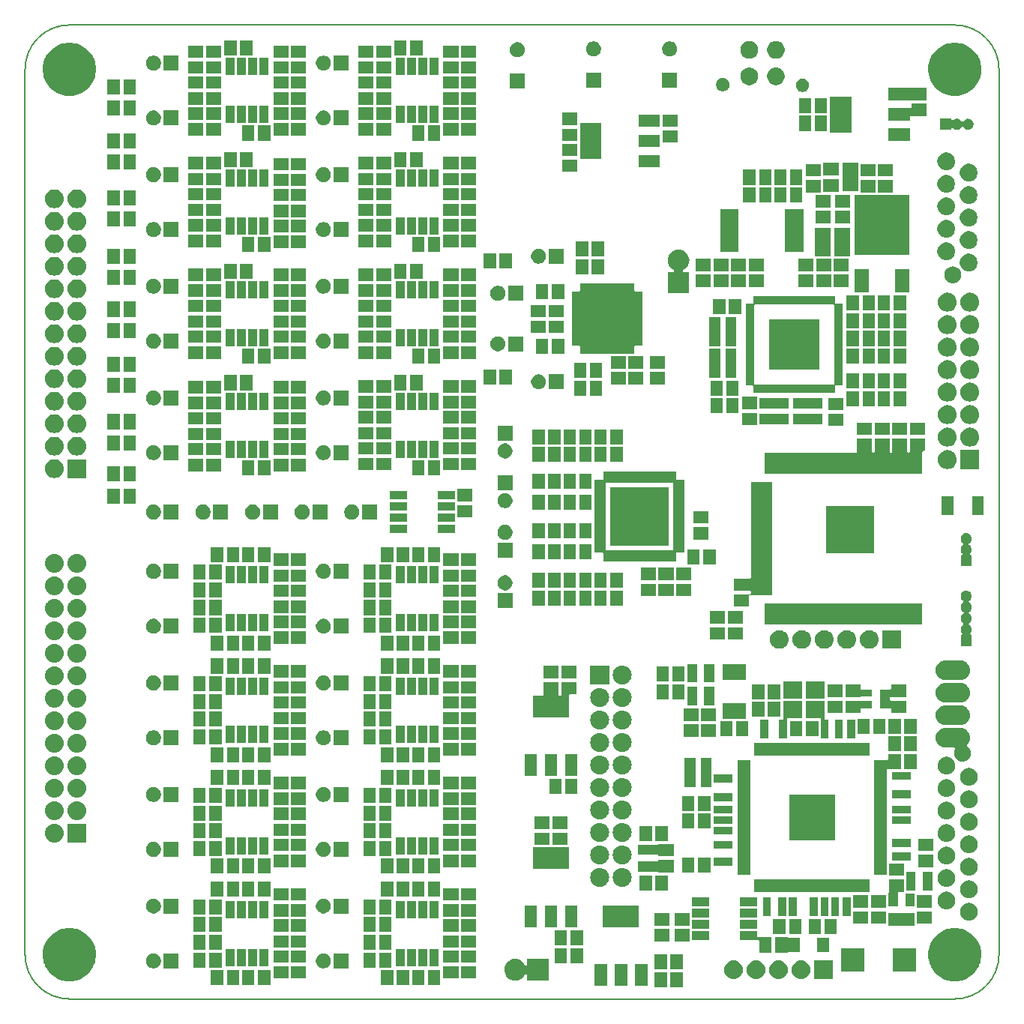
<source format=gbr>
G04 #@! TF.GenerationSoftware,KiCad,Pcbnew,(5.1.0-0)*
G04 #@! TF.CreationDate,2019-04-19T14:21:12+02:00*
G04 #@! TF.ProjectId,freeDSP-aurora DIY,66726565-4453-4502-9d61-75726f726120,rev?*
G04 #@! TF.SameCoordinates,Original*
G04 #@! TF.FileFunction,Soldermask,Top*
G04 #@! TF.FilePolarity,Negative*
%FSLAX46Y46*%
G04 Gerber Fmt 4.6, Leading zero omitted, Abs format (unit mm)*
G04 Created by KiCad (PCBNEW (5.1.0-0)) date 2019-04-19 14:21:12*
%MOMM*%
%LPD*%
G04 APERTURE LIST*
%ADD10C,0.150000*%
%ADD11C,0.100000*%
G04 APERTURE END LIST*
D10*
X95000000Y-45000000D02*
X195000000Y-45000000D01*
X200000000Y-150000000D02*
G75*
G02X195000000Y-155000000I-5000000J0D01*
G01*
X95000000Y-155000000D02*
G75*
G02X90000000Y-150000000I0J5000000D01*
G01*
X195000000Y-45000000D02*
G75*
G02X200000000Y-50000000I0J-5000000D01*
G01*
X90000000Y-50000000D02*
G75*
G02X95000000Y-45000000I5000000J0D01*
G01*
X95000000Y-155000000D02*
X195000000Y-155000000D01*
X90000000Y-150000000D02*
X90000000Y-50000000D01*
X200000000Y-50000000D02*
X200000000Y-150000000D01*
D11*
G36*
X164300000Y-153650000D02*
G01*
X162900000Y-153650000D01*
X162900000Y-151950000D01*
X164300000Y-151950000D01*
X164300000Y-153650000D01*
X164300000Y-153650000D01*
G37*
G36*
X162500000Y-153650000D02*
G01*
X161100000Y-153650000D01*
X161100000Y-151950000D01*
X162500000Y-151950000D01*
X162500000Y-153650000D01*
X162500000Y-153650000D01*
G37*
G36*
X160294000Y-153518000D02*
G01*
X158878000Y-153518000D01*
X158878000Y-151086000D01*
X160294000Y-151086000D01*
X160294000Y-153518000D01*
X160294000Y-153518000D01*
G37*
G36*
X158008000Y-153518000D02*
G01*
X156592000Y-153518000D01*
X156592000Y-151086000D01*
X158008000Y-151086000D01*
X158008000Y-153518000D01*
X158008000Y-153518000D01*
G37*
G36*
X155722000Y-153518000D02*
G01*
X154306000Y-153518000D01*
X154306000Y-151086000D01*
X155722000Y-151086000D01*
X155722000Y-153518000D01*
X155722000Y-153518000D01*
G37*
G36*
X136900000Y-153450000D02*
G01*
X135500000Y-153450000D01*
X135500000Y-151750000D01*
X136900000Y-151750000D01*
X136900000Y-153450000D01*
X136900000Y-153450000D01*
G37*
G36*
X135100000Y-153450000D02*
G01*
X133700000Y-153450000D01*
X133700000Y-151750000D01*
X135100000Y-151750000D01*
X135100000Y-153450000D01*
X135100000Y-153450000D01*
G37*
G36*
X133400000Y-153450000D02*
G01*
X132000000Y-153450000D01*
X132000000Y-151750000D01*
X133400000Y-151750000D01*
X133400000Y-153450000D01*
X133400000Y-153450000D01*
G37*
G36*
X131600000Y-153450000D02*
G01*
X130200000Y-153450000D01*
X130200000Y-151750000D01*
X131600000Y-151750000D01*
X131600000Y-153450000D01*
X131600000Y-153450000D01*
G37*
G36*
X117700000Y-153450000D02*
G01*
X116300000Y-153450000D01*
X116300000Y-151750000D01*
X117700000Y-151750000D01*
X117700000Y-153450000D01*
X117700000Y-153450000D01*
G37*
G36*
X115900000Y-153450000D02*
G01*
X114500000Y-153450000D01*
X114500000Y-151750000D01*
X115900000Y-151750000D01*
X115900000Y-153450000D01*
X115900000Y-153450000D01*
G37*
G36*
X114200000Y-153450000D02*
G01*
X112800000Y-153450000D01*
X112800000Y-151750000D01*
X114200000Y-151750000D01*
X114200000Y-153450000D01*
X114200000Y-153450000D01*
G37*
G36*
X112400000Y-153450000D02*
G01*
X111000000Y-153450000D01*
X111000000Y-151750000D01*
X112400000Y-151750000D01*
X112400000Y-153450000D01*
X112400000Y-153450000D01*
G37*
G36*
X195681870Y-147076859D02*
G01*
X195875068Y-147115288D01*
X196421033Y-147341434D01*
X196508683Y-147400000D01*
X196912388Y-147669747D01*
X197330253Y-148087612D01*
X197658567Y-148578969D01*
X197884712Y-149124933D01*
X198000000Y-149704524D01*
X198000000Y-150295476D01*
X197945169Y-150571128D01*
X197884712Y-150875068D01*
X197777159Y-151134724D01*
X197708700Y-151300000D01*
X197658566Y-151421033D01*
X197330252Y-151912389D01*
X196912389Y-152330252D01*
X196421033Y-152658566D01*
X196421032Y-152658567D01*
X196421031Y-152658567D01*
X196282474Y-152715959D01*
X195875068Y-152884712D01*
X195806228Y-152898405D01*
X195295476Y-153000000D01*
X194704524Y-153000000D01*
X194193772Y-152898405D01*
X194124932Y-152884712D01*
X193717526Y-152715959D01*
X193578969Y-152658567D01*
X193578968Y-152658567D01*
X193578967Y-152658566D01*
X193087611Y-152330252D01*
X192669748Y-151912389D01*
X192341434Y-151421033D01*
X192291301Y-151300000D01*
X192222841Y-151134724D01*
X192115288Y-150875068D01*
X192054831Y-150571128D01*
X192000000Y-150295476D01*
X192000000Y-149704524D01*
X192115288Y-149124933D01*
X192341433Y-148578969D01*
X192669747Y-148087612D01*
X193087612Y-147669747D01*
X193491317Y-147400000D01*
X193578967Y-147341434D01*
X194124932Y-147115288D01*
X194318130Y-147076859D01*
X194704524Y-147000000D01*
X195295476Y-147000000D01*
X195681870Y-147076859D01*
X195681870Y-147076859D01*
G37*
G36*
X95681870Y-147076859D02*
G01*
X95875068Y-147115288D01*
X96421033Y-147341434D01*
X96508683Y-147400000D01*
X96912388Y-147669747D01*
X97330253Y-148087612D01*
X97658567Y-148578969D01*
X97884712Y-149124933D01*
X98000000Y-149704524D01*
X98000000Y-150295476D01*
X97945169Y-150571128D01*
X97884712Y-150875068D01*
X97777159Y-151134724D01*
X97708700Y-151300000D01*
X97658566Y-151421033D01*
X97330252Y-151912389D01*
X96912389Y-152330252D01*
X96421033Y-152658566D01*
X96421032Y-152658567D01*
X96421031Y-152658567D01*
X96282474Y-152715959D01*
X95875068Y-152884712D01*
X95806228Y-152898405D01*
X95295476Y-153000000D01*
X94704524Y-153000000D01*
X94193772Y-152898405D01*
X94124932Y-152884712D01*
X93717526Y-152715959D01*
X93578969Y-152658567D01*
X93578968Y-152658567D01*
X93578967Y-152658566D01*
X93087611Y-152330252D01*
X92669748Y-151912389D01*
X92341434Y-151421033D01*
X92291301Y-151300000D01*
X92222841Y-151134724D01*
X92115288Y-150875068D01*
X92054831Y-150571128D01*
X92000000Y-150295476D01*
X92000000Y-149704524D01*
X92115288Y-149124933D01*
X92341433Y-148578969D01*
X92669747Y-148087612D01*
X93087612Y-147669747D01*
X93491317Y-147400000D01*
X93578967Y-147341434D01*
X94124932Y-147115288D01*
X94318130Y-147076859D01*
X94704524Y-147000000D01*
X95295476Y-147000000D01*
X95681870Y-147076859D01*
X95681870Y-147076859D01*
G37*
G36*
X145479281Y-150489865D02*
G01*
X145598378Y-150501595D01*
X145827594Y-150571127D01*
X145827597Y-150571128D01*
X145975156Y-150650000D01*
X146038842Y-150684041D01*
X146224002Y-150835998D01*
X146375959Y-151021158D01*
X146375961Y-151021162D01*
X146448762Y-151157363D01*
X146462376Y-151177738D01*
X146479703Y-151195065D01*
X146500077Y-151208678D01*
X146522716Y-151218056D01*
X146546749Y-151222836D01*
X146571253Y-151222836D01*
X146595286Y-151218056D01*
X146617925Y-151208678D01*
X146638300Y-151195064D01*
X146655627Y-151177737D01*
X146669240Y-151157363D01*
X146678618Y-151134724D01*
X146684000Y-151098439D01*
X146684000Y-150484000D01*
X149116000Y-150484000D01*
X149116000Y-152916000D01*
X146684000Y-152916000D01*
X146684000Y-152301561D01*
X146681598Y-152277175D01*
X146674485Y-152253726D01*
X146662934Y-152232115D01*
X146647389Y-152213173D01*
X146628447Y-152197628D01*
X146606836Y-152186077D01*
X146583387Y-152178964D01*
X146559001Y-152176562D01*
X146534615Y-152178964D01*
X146511166Y-152186077D01*
X146489555Y-152197628D01*
X146470613Y-152213173D01*
X146448762Y-152242637D01*
X146375959Y-152378842D01*
X146224002Y-152564002D01*
X146038842Y-152715959D01*
X146038838Y-152715961D01*
X145827597Y-152828872D01*
X145827594Y-152828873D01*
X145598378Y-152898405D01*
X145479281Y-152910135D01*
X145419733Y-152916000D01*
X145300267Y-152916000D01*
X145240719Y-152910135D01*
X145121622Y-152898405D01*
X144892406Y-152828873D01*
X144892403Y-152828872D01*
X144681162Y-152715961D01*
X144681158Y-152715959D01*
X144495998Y-152564002D01*
X144344041Y-152378842D01*
X144318069Y-152330252D01*
X144231128Y-152167597D01*
X144211764Y-152103762D01*
X144161595Y-151938378D01*
X144138117Y-151700000D01*
X144161595Y-151461622D01*
X144231127Y-151232406D01*
X144231128Y-151232403D01*
X144344039Y-151021162D01*
X144344041Y-151021158D01*
X144495998Y-150835998D01*
X144681158Y-150684041D01*
X144744844Y-150650000D01*
X144892403Y-150571128D01*
X144892406Y-150571127D01*
X145121622Y-150501595D01*
X145240719Y-150489865D01*
X145300267Y-150484000D01*
X145419733Y-150484000D01*
X145479281Y-150489865D01*
X145479281Y-150489865D01*
G37*
G36*
X170148707Y-150657596D02*
G01*
X170225836Y-150665193D01*
X170423762Y-150725233D01*
X170423765Y-150725234D01*
X170606170Y-150822732D01*
X170766055Y-150953945D01*
X170897268Y-151113830D01*
X170994766Y-151296235D01*
X170994767Y-151296238D01*
X171054807Y-151494164D01*
X171075080Y-151700000D01*
X171054807Y-151905836D01*
X171041410Y-151950000D01*
X170994766Y-152103765D01*
X170897268Y-152286170D01*
X170766055Y-152446055D01*
X170606170Y-152577268D01*
X170423765Y-152674766D01*
X170423762Y-152674767D01*
X170225836Y-152734807D01*
X170148707Y-152742404D01*
X170071580Y-152750000D01*
X169968420Y-152750000D01*
X169891293Y-152742404D01*
X169814164Y-152734807D01*
X169616238Y-152674767D01*
X169616235Y-152674766D01*
X169433830Y-152577268D01*
X169273945Y-152446055D01*
X169142732Y-152286170D01*
X169045234Y-152103765D01*
X168998590Y-151950000D01*
X168985193Y-151905836D01*
X168964920Y-151700000D01*
X168985193Y-151494164D01*
X169045233Y-151296238D01*
X169045234Y-151296235D01*
X169142732Y-151113830D01*
X169273945Y-150953945D01*
X169433830Y-150822732D01*
X169616235Y-150725234D01*
X169616238Y-150725233D01*
X169814164Y-150665193D01*
X169891293Y-150657596D01*
X169968420Y-150650000D01*
X170071580Y-150650000D01*
X170148707Y-150657596D01*
X170148707Y-150657596D01*
G37*
G36*
X172688707Y-150657596D02*
G01*
X172765836Y-150665193D01*
X172963762Y-150725233D01*
X172963765Y-150725234D01*
X173146170Y-150822732D01*
X173306055Y-150953945D01*
X173437268Y-151113830D01*
X173534766Y-151296235D01*
X173534767Y-151296238D01*
X173594807Y-151494164D01*
X173615080Y-151700000D01*
X173594807Y-151905836D01*
X173581410Y-151950000D01*
X173534766Y-152103765D01*
X173437268Y-152286170D01*
X173306055Y-152446055D01*
X173146170Y-152577268D01*
X172963765Y-152674766D01*
X172963762Y-152674767D01*
X172765836Y-152734807D01*
X172688707Y-152742404D01*
X172611580Y-152750000D01*
X172508420Y-152750000D01*
X172431293Y-152742404D01*
X172354164Y-152734807D01*
X172156238Y-152674767D01*
X172156235Y-152674766D01*
X171973830Y-152577268D01*
X171813945Y-152446055D01*
X171682732Y-152286170D01*
X171585234Y-152103765D01*
X171538590Y-151950000D01*
X171525193Y-151905836D01*
X171504920Y-151700000D01*
X171525193Y-151494164D01*
X171585233Y-151296238D01*
X171585234Y-151296235D01*
X171682732Y-151113830D01*
X171813945Y-150953945D01*
X171973830Y-150822732D01*
X172156235Y-150725234D01*
X172156238Y-150725233D01*
X172354164Y-150665193D01*
X172431293Y-150657596D01*
X172508420Y-150650000D01*
X172611580Y-150650000D01*
X172688707Y-150657596D01*
X172688707Y-150657596D01*
G37*
G36*
X175228707Y-150657596D02*
G01*
X175305836Y-150665193D01*
X175503762Y-150725233D01*
X175503765Y-150725234D01*
X175686170Y-150822732D01*
X175846055Y-150953945D01*
X175977268Y-151113830D01*
X176074766Y-151296235D01*
X176074767Y-151296238D01*
X176134807Y-151494164D01*
X176155080Y-151700000D01*
X176134807Y-151905836D01*
X176121410Y-151950000D01*
X176074766Y-152103765D01*
X175977268Y-152286170D01*
X175846055Y-152446055D01*
X175686170Y-152577268D01*
X175503765Y-152674766D01*
X175503762Y-152674767D01*
X175305836Y-152734807D01*
X175228707Y-152742404D01*
X175151580Y-152750000D01*
X175048420Y-152750000D01*
X174971293Y-152742404D01*
X174894164Y-152734807D01*
X174696238Y-152674767D01*
X174696235Y-152674766D01*
X174513830Y-152577268D01*
X174353945Y-152446055D01*
X174222732Y-152286170D01*
X174125234Y-152103765D01*
X174078590Y-151950000D01*
X174065193Y-151905836D01*
X174044920Y-151700000D01*
X174065193Y-151494164D01*
X174125233Y-151296238D01*
X174125234Y-151296235D01*
X174222732Y-151113830D01*
X174353945Y-150953945D01*
X174513830Y-150822732D01*
X174696235Y-150725234D01*
X174696238Y-150725233D01*
X174894164Y-150665193D01*
X174971293Y-150657596D01*
X175048420Y-150650000D01*
X175151580Y-150650000D01*
X175228707Y-150657596D01*
X175228707Y-150657596D01*
G37*
G36*
X177768707Y-150657596D02*
G01*
X177845836Y-150665193D01*
X178043762Y-150725233D01*
X178043765Y-150725234D01*
X178226170Y-150822732D01*
X178386055Y-150953945D01*
X178517268Y-151113830D01*
X178614766Y-151296235D01*
X178614767Y-151296238D01*
X178674807Y-151494164D01*
X178695080Y-151700000D01*
X178674807Y-151905836D01*
X178661410Y-151950000D01*
X178614766Y-152103765D01*
X178517268Y-152286170D01*
X178386055Y-152446055D01*
X178226170Y-152577268D01*
X178043765Y-152674766D01*
X178043762Y-152674767D01*
X177845836Y-152734807D01*
X177768707Y-152742404D01*
X177691580Y-152750000D01*
X177588420Y-152750000D01*
X177511293Y-152742404D01*
X177434164Y-152734807D01*
X177236238Y-152674767D01*
X177236235Y-152674766D01*
X177053830Y-152577268D01*
X176893945Y-152446055D01*
X176762732Y-152286170D01*
X176665234Y-152103765D01*
X176618590Y-151950000D01*
X176605193Y-151905836D01*
X176584920Y-151700000D01*
X176605193Y-151494164D01*
X176665233Y-151296238D01*
X176665234Y-151296235D01*
X176762732Y-151113830D01*
X176893945Y-150953945D01*
X177053830Y-150822732D01*
X177236235Y-150725234D01*
X177236238Y-150725233D01*
X177434164Y-150665193D01*
X177511293Y-150657596D01*
X177588420Y-150650000D01*
X177691580Y-150650000D01*
X177768707Y-150657596D01*
X177768707Y-150657596D01*
G37*
G36*
X181230000Y-152750000D02*
G01*
X179130000Y-152750000D01*
X179130000Y-150650000D01*
X181230000Y-150650000D01*
X181230000Y-152750000D01*
X181230000Y-152750000D01*
G37*
G36*
X119750000Y-152700000D02*
G01*
X118050000Y-152700000D01*
X118050000Y-151300000D01*
X119750000Y-151300000D01*
X119750000Y-152700000D01*
X119750000Y-152700000D01*
G37*
G36*
X121750000Y-152700000D02*
G01*
X120050000Y-152700000D01*
X120050000Y-151300000D01*
X121750000Y-151300000D01*
X121750000Y-152700000D01*
X121750000Y-152700000D01*
G37*
G36*
X138950000Y-152700000D02*
G01*
X137250000Y-152700000D01*
X137250000Y-151300000D01*
X138950000Y-151300000D01*
X138950000Y-152700000D01*
X138950000Y-152700000D01*
G37*
G36*
X140950000Y-152700000D02*
G01*
X139250000Y-152700000D01*
X139250000Y-151300000D01*
X140950000Y-151300000D01*
X140950000Y-152700000D01*
X140950000Y-152700000D01*
G37*
G36*
X184800000Y-151900000D02*
G01*
X182200000Y-151900000D01*
X182200000Y-149300000D01*
X184800000Y-149300000D01*
X184800000Y-151900000D01*
X184800000Y-151900000D01*
G37*
G36*
X190600000Y-151900000D02*
G01*
X188000000Y-151900000D01*
X188000000Y-149300000D01*
X190600000Y-149300000D01*
X190600000Y-151900000D01*
X190600000Y-151900000D01*
G37*
G36*
X162500000Y-151650000D02*
G01*
X161100000Y-151650000D01*
X161100000Y-149950000D01*
X162500000Y-149950000D01*
X162500000Y-151650000D01*
X162500000Y-151650000D01*
G37*
G36*
X164300000Y-151650000D02*
G01*
X162900000Y-151650000D01*
X162900000Y-149950000D01*
X164300000Y-149950000D01*
X164300000Y-151650000D01*
X164300000Y-151650000D01*
G37*
G36*
X126550000Y-151550000D02*
G01*
X124850000Y-151550000D01*
X124850000Y-149850000D01*
X126550000Y-149850000D01*
X126550000Y-151550000D01*
X126550000Y-151550000D01*
G37*
G36*
X123947935Y-149882664D02*
G01*
X124102624Y-149946739D01*
X124102626Y-149946740D01*
X124241844Y-150039762D01*
X124360238Y-150158156D01*
X124453260Y-150297374D01*
X124453261Y-150297376D01*
X124517336Y-150452065D01*
X124550000Y-150616281D01*
X124550000Y-150783719D01*
X124517336Y-150947935D01*
X124453261Y-151102624D01*
X124453260Y-151102626D01*
X124360238Y-151241844D01*
X124241844Y-151360238D01*
X124102626Y-151453260D01*
X124102625Y-151453261D01*
X124102624Y-151453261D01*
X123947935Y-151517336D01*
X123783719Y-151550000D01*
X123616281Y-151550000D01*
X123452065Y-151517336D01*
X123297376Y-151453261D01*
X123297375Y-151453261D01*
X123297374Y-151453260D01*
X123158156Y-151360238D01*
X123039762Y-151241844D01*
X122946740Y-151102626D01*
X122946739Y-151102624D01*
X122882664Y-150947935D01*
X122850000Y-150783719D01*
X122850000Y-150616281D01*
X122882664Y-150452065D01*
X122946739Y-150297376D01*
X122946740Y-150297374D01*
X123039762Y-150158156D01*
X123158156Y-150039762D01*
X123297374Y-149946740D01*
X123297376Y-149946739D01*
X123452065Y-149882664D01*
X123616281Y-149850000D01*
X123783719Y-149850000D01*
X123947935Y-149882664D01*
X123947935Y-149882664D01*
G37*
G36*
X107350000Y-151550000D02*
G01*
X105650000Y-151550000D01*
X105650000Y-149850000D01*
X107350000Y-149850000D01*
X107350000Y-151550000D01*
X107350000Y-151550000D01*
G37*
G36*
X104747935Y-149882664D02*
G01*
X104902624Y-149946739D01*
X104902626Y-149946740D01*
X105041844Y-150039762D01*
X105160238Y-150158156D01*
X105253260Y-150297374D01*
X105253261Y-150297376D01*
X105317336Y-150452065D01*
X105350000Y-150616281D01*
X105350000Y-150783719D01*
X105317336Y-150947935D01*
X105253261Y-151102624D01*
X105253260Y-151102626D01*
X105160238Y-151241844D01*
X105041844Y-151360238D01*
X104902626Y-151453260D01*
X104902625Y-151453261D01*
X104902624Y-151453261D01*
X104747935Y-151517336D01*
X104583719Y-151550000D01*
X104416281Y-151550000D01*
X104252065Y-151517336D01*
X104097376Y-151453261D01*
X104097375Y-151453261D01*
X104097374Y-151453260D01*
X103958156Y-151360238D01*
X103839762Y-151241844D01*
X103746740Y-151102626D01*
X103746739Y-151102624D01*
X103682664Y-150947935D01*
X103650000Y-150783719D01*
X103650000Y-150616281D01*
X103682664Y-150452065D01*
X103746739Y-150297376D01*
X103746740Y-150297374D01*
X103839762Y-150158156D01*
X103958156Y-150039762D01*
X104097374Y-149946740D01*
X104097376Y-149946739D01*
X104252065Y-149882664D01*
X104416281Y-149850000D01*
X104583719Y-149850000D01*
X104747935Y-149882664D01*
X104747935Y-149882664D01*
G37*
G36*
X131400000Y-151450000D02*
G01*
X130000000Y-151450000D01*
X130000000Y-149750000D01*
X131400000Y-149750000D01*
X131400000Y-151450000D01*
X131400000Y-151450000D01*
G37*
G36*
X129600000Y-151450000D02*
G01*
X128200000Y-151450000D01*
X128200000Y-149750000D01*
X129600000Y-149750000D01*
X129600000Y-151450000D01*
X129600000Y-151450000D01*
G37*
G36*
X112200000Y-151450000D02*
G01*
X110800000Y-151450000D01*
X110800000Y-149750000D01*
X112200000Y-149750000D01*
X112200000Y-151450000D01*
X112200000Y-151450000D01*
G37*
G36*
X110400000Y-151450000D02*
G01*
X109000000Y-151450000D01*
X109000000Y-149750000D01*
X110400000Y-149750000D01*
X110400000Y-151450000D01*
X110400000Y-151450000D01*
G37*
G36*
X116235000Y-151275000D02*
G01*
X115235000Y-151275000D01*
X115235000Y-149325000D01*
X116235000Y-149325000D01*
X116235000Y-151275000D01*
X116235000Y-151275000D01*
G37*
G36*
X113695000Y-151275000D02*
G01*
X112695000Y-151275000D01*
X112695000Y-149325000D01*
X113695000Y-149325000D01*
X113695000Y-151275000D01*
X113695000Y-151275000D01*
G37*
G36*
X134165000Y-151275000D02*
G01*
X133165000Y-151275000D01*
X133165000Y-149325000D01*
X134165000Y-149325000D01*
X134165000Y-151275000D01*
X134165000Y-151275000D01*
G37*
G36*
X132895000Y-151275000D02*
G01*
X131895000Y-151275000D01*
X131895000Y-149325000D01*
X132895000Y-149325000D01*
X132895000Y-151275000D01*
X132895000Y-151275000D01*
G37*
G36*
X117505000Y-151275000D02*
G01*
X116505000Y-151275000D01*
X116505000Y-149325000D01*
X117505000Y-149325000D01*
X117505000Y-151275000D01*
X117505000Y-151275000D01*
G37*
G36*
X136705000Y-151275000D02*
G01*
X135705000Y-151275000D01*
X135705000Y-149325000D01*
X136705000Y-149325000D01*
X136705000Y-151275000D01*
X136705000Y-151275000D01*
G37*
G36*
X135435000Y-151275000D02*
G01*
X134435000Y-151275000D01*
X134435000Y-149325000D01*
X135435000Y-149325000D01*
X135435000Y-151275000D01*
X135435000Y-151275000D01*
G37*
G36*
X114965000Y-151275000D02*
G01*
X113965000Y-151275000D01*
X113965000Y-149325000D01*
X114965000Y-149325000D01*
X114965000Y-151275000D01*
X114965000Y-151275000D01*
G37*
G36*
X153000000Y-150950000D02*
G01*
X151600000Y-150950000D01*
X151600000Y-149250000D01*
X153000000Y-149250000D01*
X153000000Y-150950000D01*
X153000000Y-150950000D01*
G37*
G36*
X151200000Y-150950000D02*
G01*
X149800000Y-150950000D01*
X149800000Y-149250000D01*
X151200000Y-149250000D01*
X151200000Y-150950000D01*
X151200000Y-150950000D01*
G37*
G36*
X140950000Y-150900000D02*
G01*
X139250000Y-150900000D01*
X139250000Y-149500000D01*
X140950000Y-149500000D01*
X140950000Y-150900000D01*
X140950000Y-150900000D01*
G37*
G36*
X138950000Y-150900000D02*
G01*
X137250000Y-150900000D01*
X137250000Y-149500000D01*
X138950000Y-149500000D01*
X138950000Y-150900000D01*
X138950000Y-150900000D01*
G37*
G36*
X121750000Y-150900000D02*
G01*
X120050000Y-150900000D01*
X120050000Y-149500000D01*
X121750000Y-149500000D01*
X121750000Y-150900000D01*
X121750000Y-150900000D01*
G37*
G36*
X119750000Y-150900000D02*
G01*
X118050000Y-150900000D01*
X118050000Y-149500000D01*
X119750000Y-149500000D01*
X119750000Y-150900000D01*
X119750000Y-150900000D01*
G37*
G36*
X176136611Y-148053389D02*
G01*
X176155553Y-148068934D01*
X176177164Y-148080485D01*
X176200613Y-148087598D01*
X176224999Y-148090000D01*
X177520000Y-148090000D01*
X177520000Y-149710000D01*
X176224999Y-149710000D01*
X176200613Y-149712402D01*
X176177164Y-149719515D01*
X176155553Y-149731066D01*
X176136611Y-149746611D01*
X176133830Y-149750000D01*
X174700000Y-149750000D01*
X174700000Y-148050000D01*
X176133830Y-148050000D01*
X176136611Y-148053389D01*
X176136611Y-148053389D01*
G37*
G36*
X172675000Y-147925001D02*
G01*
X172677402Y-147949387D01*
X172684515Y-147972836D01*
X172696066Y-147994447D01*
X172711611Y-148013389D01*
X172730553Y-148028934D01*
X172752164Y-148040485D01*
X172775613Y-148047598D01*
X172799999Y-148050000D01*
X174300000Y-148050000D01*
X174300000Y-149750000D01*
X172900000Y-149750000D01*
X172900000Y-148429999D01*
X172897598Y-148405613D01*
X172890485Y-148382164D01*
X172878934Y-148360553D01*
X172863389Y-148341611D01*
X172844447Y-148326066D01*
X172822836Y-148314515D01*
X172799387Y-148307402D01*
X172775001Y-148305000D01*
X170725000Y-148305000D01*
X170725000Y-147305000D01*
X172675000Y-147305000D01*
X172675000Y-147925001D01*
X172675000Y-147925001D01*
G37*
G36*
X180790000Y-149710000D02*
G01*
X179480000Y-149710000D01*
X179480000Y-148090000D01*
X180790000Y-148090000D01*
X180790000Y-149710000D01*
X180790000Y-149710000D01*
G37*
G36*
X112200000Y-149450000D02*
G01*
X110800000Y-149450000D01*
X110800000Y-147750000D01*
X112200000Y-147750000D01*
X112200000Y-149450000D01*
X112200000Y-149450000D01*
G37*
G36*
X110400000Y-149450000D02*
G01*
X109000000Y-149450000D01*
X109000000Y-147750000D01*
X110400000Y-147750000D01*
X110400000Y-149450000D01*
X110400000Y-149450000D01*
G37*
G36*
X129600000Y-149450000D02*
G01*
X128200000Y-149450000D01*
X128200000Y-147750000D01*
X129600000Y-147750000D01*
X129600000Y-149450000D01*
X129600000Y-149450000D01*
G37*
G36*
X131400000Y-149450000D02*
G01*
X130000000Y-149450000D01*
X130000000Y-147750000D01*
X131400000Y-147750000D01*
X131400000Y-149450000D01*
X131400000Y-149450000D01*
G37*
G36*
X138950000Y-149200000D02*
G01*
X137250000Y-149200000D01*
X137250000Y-147800000D01*
X138950000Y-147800000D01*
X138950000Y-149200000D01*
X138950000Y-149200000D01*
G37*
G36*
X140950000Y-149200000D02*
G01*
X139250000Y-149200000D01*
X139250000Y-147800000D01*
X140950000Y-147800000D01*
X140950000Y-149200000D01*
X140950000Y-149200000D01*
G37*
G36*
X121750000Y-149200000D02*
G01*
X120050000Y-149200000D01*
X120050000Y-147800000D01*
X121750000Y-147800000D01*
X121750000Y-149200000D01*
X121750000Y-149200000D01*
G37*
G36*
X119750000Y-149200000D02*
G01*
X118050000Y-149200000D01*
X118050000Y-147800000D01*
X119750000Y-147800000D01*
X119750000Y-149200000D01*
X119750000Y-149200000D01*
G37*
G36*
X151200000Y-148950000D02*
G01*
X149800000Y-148950000D01*
X149800000Y-147250000D01*
X151200000Y-147250000D01*
X151200000Y-148950000D01*
X151200000Y-148950000D01*
G37*
G36*
X153000000Y-148950000D02*
G01*
X151600000Y-148950000D01*
X151600000Y-147250000D01*
X153000000Y-147250000D01*
X153000000Y-148950000D01*
X153000000Y-148950000D01*
G37*
G36*
X165050000Y-148500000D02*
G01*
X163350000Y-148500000D01*
X163350000Y-147100000D01*
X165050000Y-147100000D01*
X165050000Y-148500000D01*
X165050000Y-148500000D01*
G37*
G36*
X162750000Y-148500000D02*
G01*
X161050000Y-148500000D01*
X161050000Y-147100000D01*
X162750000Y-147100000D01*
X162750000Y-148500000D01*
X162750000Y-148500000D01*
G37*
G36*
X167275000Y-148305000D02*
G01*
X165325000Y-148305000D01*
X165325000Y-147305000D01*
X167275000Y-147305000D01*
X167275000Y-148305000D01*
X167275000Y-148305000D01*
G37*
G36*
X181700000Y-147650000D02*
G01*
X180300000Y-147650000D01*
X180300000Y-145950000D01*
X181700000Y-145950000D01*
X181700000Y-147650000D01*
X181700000Y-147650000D01*
G37*
G36*
X179900000Y-147650000D02*
G01*
X178500000Y-147650000D01*
X178500000Y-145950000D01*
X179900000Y-145950000D01*
X179900000Y-147650000D01*
X179900000Y-147650000D01*
G37*
G36*
X177700000Y-147650000D02*
G01*
X176300000Y-147650000D01*
X176300000Y-145950000D01*
X177700000Y-145950000D01*
X177700000Y-147650000D01*
X177700000Y-147650000D01*
G37*
G36*
X175900000Y-147650000D02*
G01*
X174500000Y-147650000D01*
X174500000Y-145950000D01*
X175900000Y-145950000D01*
X175900000Y-147650000D01*
X175900000Y-147650000D01*
G37*
G36*
X112200000Y-147450000D02*
G01*
X110800000Y-147450000D01*
X110800000Y-145750000D01*
X112200000Y-145750000D01*
X112200000Y-147450000D01*
X112200000Y-147450000D01*
G37*
G36*
X129600000Y-147450000D02*
G01*
X128200000Y-147450000D01*
X128200000Y-145750000D01*
X129600000Y-145750000D01*
X129600000Y-147450000D01*
X129600000Y-147450000D01*
G37*
G36*
X131400000Y-147450000D02*
G01*
X130000000Y-147450000D01*
X130000000Y-145750000D01*
X131400000Y-145750000D01*
X131400000Y-147450000D01*
X131400000Y-147450000D01*
G37*
G36*
X110400000Y-147450000D02*
G01*
X109000000Y-147450000D01*
X109000000Y-145750000D01*
X110400000Y-145750000D01*
X110400000Y-147450000D01*
X110400000Y-147450000D01*
G37*
G36*
X138950000Y-147400000D02*
G01*
X137250000Y-147400000D01*
X137250000Y-146000000D01*
X138950000Y-146000000D01*
X138950000Y-147400000D01*
X138950000Y-147400000D01*
G37*
G36*
X140950000Y-147400000D02*
G01*
X139250000Y-147400000D01*
X139250000Y-146000000D01*
X140950000Y-146000000D01*
X140950000Y-147400000D01*
X140950000Y-147400000D01*
G37*
G36*
X119750000Y-147400000D02*
G01*
X118050000Y-147400000D01*
X118050000Y-146000000D01*
X119750000Y-146000000D01*
X119750000Y-147400000D01*
X119750000Y-147400000D01*
G37*
G36*
X121750000Y-147400000D02*
G01*
X120050000Y-147400000D01*
X120050000Y-146000000D01*
X121750000Y-146000000D01*
X121750000Y-147400000D01*
X121750000Y-147400000D01*
G37*
G36*
X172675000Y-147035000D02*
G01*
X170725000Y-147035000D01*
X170725000Y-146035000D01*
X172675000Y-146035000D01*
X172675000Y-147035000D01*
X172675000Y-147035000D01*
G37*
G36*
X167275000Y-147035000D02*
G01*
X165325000Y-147035000D01*
X165325000Y-146035000D01*
X167275000Y-146035000D01*
X167275000Y-147035000D01*
X167275000Y-147035000D01*
G37*
G36*
X152394000Y-146918000D02*
G01*
X150978000Y-146918000D01*
X150978000Y-144486000D01*
X152394000Y-144486000D01*
X152394000Y-146918000D01*
X152394000Y-146918000D01*
G37*
G36*
X150108000Y-146918000D02*
G01*
X148692000Y-146918000D01*
X148692000Y-144486000D01*
X150108000Y-144486000D01*
X150108000Y-146918000D01*
X150108000Y-146918000D01*
G37*
G36*
X147822000Y-146918000D02*
G01*
X146406000Y-146918000D01*
X146406000Y-144486000D01*
X147822000Y-144486000D01*
X147822000Y-146918000D01*
X147822000Y-146918000D01*
G37*
G36*
X159328800Y-146914000D02*
G01*
X155271200Y-146914000D01*
X155271200Y-144482000D01*
X159328800Y-144482000D01*
X159328800Y-146914000D01*
X159328800Y-146914000D01*
G37*
G36*
X190475000Y-146730000D02*
G01*
X187525000Y-146730000D01*
X187525000Y-145270000D01*
X190475000Y-145270000D01*
X190475000Y-146730000D01*
X190475000Y-146730000D01*
G37*
G36*
X165050000Y-146700000D02*
G01*
X163350000Y-146700000D01*
X163350000Y-145300000D01*
X165050000Y-145300000D01*
X165050000Y-146700000D01*
X165050000Y-146700000D01*
G37*
G36*
X162750000Y-146700000D02*
G01*
X161050000Y-146700000D01*
X161050000Y-145300000D01*
X162750000Y-145300000D01*
X162750000Y-146700000D01*
X162750000Y-146700000D01*
G37*
G36*
X185250000Y-146500000D02*
G01*
X183550000Y-146500000D01*
X183550000Y-145100000D01*
X185250000Y-145100000D01*
X185250000Y-146500000D01*
X185250000Y-146500000D01*
G37*
G36*
X187250000Y-146500000D02*
G01*
X185550000Y-146500000D01*
X185550000Y-145100000D01*
X187250000Y-145100000D01*
X187250000Y-146500000D01*
X187250000Y-146500000D01*
G37*
G36*
X192450000Y-146500000D02*
G01*
X190750000Y-146500000D01*
X190750000Y-145100000D01*
X192450000Y-145100000D01*
X192450000Y-146500000D01*
X192450000Y-146500000D01*
G37*
G36*
X196827290Y-144165619D02*
G01*
X196891689Y-144178429D01*
X197073678Y-144253811D01*
X197237463Y-144363249D01*
X197376751Y-144502537D01*
X197486189Y-144666322D01*
X197554637Y-144831571D01*
X197561571Y-144848312D01*
X197600000Y-145041507D01*
X197600000Y-145238493D01*
X197597062Y-145253261D01*
X197561571Y-145431689D01*
X197486189Y-145613678D01*
X197376751Y-145777463D01*
X197237463Y-145916751D01*
X197073678Y-146026189D01*
X196891689Y-146101571D01*
X196827290Y-146114381D01*
X196698493Y-146140000D01*
X196501507Y-146140000D01*
X196372710Y-146114381D01*
X196308311Y-146101571D01*
X196126322Y-146026189D01*
X195962537Y-145916751D01*
X195823249Y-145777463D01*
X195713811Y-145613678D01*
X195638429Y-145431689D01*
X195602938Y-145253261D01*
X195600000Y-145238493D01*
X195600000Y-145041507D01*
X195638429Y-144848312D01*
X195645363Y-144831571D01*
X195713811Y-144666322D01*
X195823249Y-144502537D01*
X195962537Y-144363249D01*
X196126322Y-144253811D01*
X196308311Y-144178429D01*
X196372710Y-144165619D01*
X196501507Y-144140000D01*
X196698493Y-144140000D01*
X196827290Y-144165619D01*
X196827290Y-144165619D01*
G37*
G36*
X117505000Y-145875000D02*
G01*
X116505000Y-145875000D01*
X116505000Y-143925000D01*
X117505000Y-143925000D01*
X117505000Y-145875000D01*
X117505000Y-145875000D01*
G37*
G36*
X134165000Y-145875000D02*
G01*
X133165000Y-145875000D01*
X133165000Y-143925000D01*
X134165000Y-143925000D01*
X134165000Y-145875000D01*
X134165000Y-145875000D01*
G37*
G36*
X132895000Y-145875000D02*
G01*
X131895000Y-145875000D01*
X131895000Y-143925000D01*
X132895000Y-143925000D01*
X132895000Y-145875000D01*
X132895000Y-145875000D01*
G37*
G36*
X136705000Y-145875000D02*
G01*
X135705000Y-145875000D01*
X135705000Y-143925000D01*
X136705000Y-143925000D01*
X136705000Y-145875000D01*
X136705000Y-145875000D01*
G37*
G36*
X116235000Y-145875000D02*
G01*
X115235000Y-145875000D01*
X115235000Y-143925000D01*
X116235000Y-143925000D01*
X116235000Y-145875000D01*
X116235000Y-145875000D01*
G37*
G36*
X114965000Y-145875000D02*
G01*
X113965000Y-145875000D01*
X113965000Y-143925000D01*
X114965000Y-143925000D01*
X114965000Y-145875000D01*
X114965000Y-145875000D01*
G37*
G36*
X113695000Y-145875000D02*
G01*
X112695000Y-145875000D01*
X112695000Y-143925000D01*
X113695000Y-143925000D01*
X113695000Y-145875000D01*
X113695000Y-145875000D01*
G37*
G36*
X135435000Y-145875000D02*
G01*
X134435000Y-145875000D01*
X134435000Y-143925000D01*
X135435000Y-143925000D01*
X135435000Y-145875000D01*
X135435000Y-145875000D01*
G37*
G36*
X172675000Y-145765000D02*
G01*
X170725000Y-145765000D01*
X170725000Y-144765000D01*
X172675000Y-144765000D01*
X172675000Y-145765000D01*
X172675000Y-145765000D01*
G37*
G36*
X167275000Y-145765000D02*
G01*
X165325000Y-145765000D01*
X165325000Y-144765000D01*
X167275000Y-144765000D01*
X167275000Y-145765000D01*
X167275000Y-145765000D01*
G37*
G36*
X119750000Y-145700000D02*
G01*
X118050000Y-145700000D01*
X118050000Y-144300000D01*
X119750000Y-144300000D01*
X119750000Y-145700000D01*
X119750000Y-145700000D01*
G37*
G36*
X140950000Y-145700000D02*
G01*
X139250000Y-145700000D01*
X139250000Y-144300000D01*
X140950000Y-144300000D01*
X140950000Y-145700000D01*
X140950000Y-145700000D01*
G37*
G36*
X121750000Y-145700000D02*
G01*
X120050000Y-145700000D01*
X120050000Y-144300000D01*
X121750000Y-144300000D01*
X121750000Y-145700000D01*
X121750000Y-145700000D01*
G37*
G36*
X138950000Y-145700000D02*
G01*
X137250000Y-145700000D01*
X137250000Y-144300000D01*
X138950000Y-144300000D01*
X138950000Y-145700000D01*
X138950000Y-145700000D01*
G37*
G36*
X177150000Y-145650000D02*
G01*
X176250000Y-145650000D01*
X176250000Y-143550000D01*
X177150000Y-143550000D01*
X177150000Y-145650000D01*
X177150000Y-145650000D01*
G37*
G36*
X183250000Y-145650000D02*
G01*
X182350000Y-145650000D01*
X182350000Y-143550000D01*
X183250000Y-143550000D01*
X183250000Y-145650000D01*
X183250000Y-145650000D01*
G37*
G36*
X181950000Y-145650000D02*
G01*
X181050000Y-145650000D01*
X181050000Y-143550000D01*
X181950000Y-143550000D01*
X181950000Y-145650000D01*
X181950000Y-145650000D01*
G37*
G36*
X174250000Y-145650000D02*
G01*
X173350000Y-145650000D01*
X173350000Y-143550000D01*
X174250000Y-143550000D01*
X174250000Y-145650000D01*
X174250000Y-145650000D01*
G37*
G36*
X175950000Y-145650000D02*
G01*
X175050000Y-145650000D01*
X175050000Y-143550000D01*
X175950000Y-143550000D01*
X175950000Y-145650000D01*
X175950000Y-145650000D01*
G37*
G36*
X179550000Y-145650000D02*
G01*
X178650000Y-145650000D01*
X178650000Y-143550000D01*
X179550000Y-143550000D01*
X179550000Y-145650000D01*
X179550000Y-145650000D01*
G37*
G36*
X180750000Y-145650000D02*
G01*
X179850000Y-145650000D01*
X179850000Y-143550000D01*
X180750000Y-143550000D01*
X180750000Y-145650000D01*
X180750000Y-145650000D01*
G37*
G36*
X129600000Y-145450000D02*
G01*
X128200000Y-145450000D01*
X128200000Y-143750000D01*
X129600000Y-143750000D01*
X129600000Y-145450000D01*
X129600000Y-145450000D01*
G37*
G36*
X131400000Y-145450000D02*
G01*
X130000000Y-145450000D01*
X130000000Y-143750000D01*
X131400000Y-143750000D01*
X131400000Y-145450000D01*
X131400000Y-145450000D01*
G37*
G36*
X110400000Y-145450000D02*
G01*
X109000000Y-145450000D01*
X109000000Y-143750000D01*
X110400000Y-143750000D01*
X110400000Y-145450000D01*
X110400000Y-145450000D01*
G37*
G36*
X112200000Y-145450000D02*
G01*
X110800000Y-145450000D01*
X110800000Y-143750000D01*
X112200000Y-143750000D01*
X112200000Y-145450000D01*
X112200000Y-145450000D01*
G37*
G36*
X107350000Y-145350000D02*
G01*
X105650000Y-145350000D01*
X105650000Y-143650000D01*
X107350000Y-143650000D01*
X107350000Y-145350000D01*
X107350000Y-145350000D01*
G37*
G36*
X126550000Y-145350000D02*
G01*
X124850000Y-145350000D01*
X124850000Y-143650000D01*
X126550000Y-143650000D01*
X126550000Y-145350000D01*
X126550000Y-145350000D01*
G37*
G36*
X123947935Y-143682664D02*
G01*
X124102624Y-143746739D01*
X124102626Y-143746740D01*
X124241844Y-143839762D01*
X124360238Y-143958156D01*
X124453260Y-144097374D01*
X124453261Y-144097376D01*
X124517336Y-144252065D01*
X124550000Y-144416281D01*
X124550000Y-144583719D01*
X124517336Y-144747935D01*
X124510267Y-144765000D01*
X124453260Y-144902626D01*
X124360238Y-145041844D01*
X124241844Y-145160238D01*
X124102626Y-145253260D01*
X124102625Y-145253261D01*
X124102624Y-145253261D01*
X123947935Y-145317336D01*
X123783719Y-145350000D01*
X123616281Y-145350000D01*
X123452065Y-145317336D01*
X123297376Y-145253261D01*
X123297375Y-145253261D01*
X123297374Y-145253260D01*
X123158156Y-145160238D01*
X123039762Y-145041844D01*
X122946740Y-144902626D01*
X122889733Y-144765000D01*
X122882664Y-144747935D01*
X122850000Y-144583719D01*
X122850000Y-144416281D01*
X122882664Y-144252065D01*
X122946739Y-144097376D01*
X122946740Y-144097374D01*
X123039762Y-143958156D01*
X123158156Y-143839762D01*
X123297374Y-143746740D01*
X123297376Y-143746739D01*
X123452065Y-143682664D01*
X123616281Y-143650000D01*
X123783719Y-143650000D01*
X123947935Y-143682664D01*
X123947935Y-143682664D01*
G37*
G36*
X104747935Y-143682664D02*
G01*
X104902624Y-143746739D01*
X104902626Y-143746740D01*
X105041844Y-143839762D01*
X105160238Y-143958156D01*
X105253260Y-144097374D01*
X105253261Y-144097376D01*
X105317336Y-144252065D01*
X105350000Y-144416281D01*
X105350000Y-144583719D01*
X105317336Y-144747935D01*
X105310267Y-144765000D01*
X105253260Y-144902626D01*
X105160238Y-145041844D01*
X105041844Y-145160238D01*
X104902626Y-145253260D01*
X104902625Y-145253261D01*
X104902624Y-145253261D01*
X104747935Y-145317336D01*
X104583719Y-145350000D01*
X104416281Y-145350000D01*
X104252065Y-145317336D01*
X104097376Y-145253261D01*
X104097375Y-145253261D01*
X104097374Y-145253260D01*
X103958156Y-145160238D01*
X103839762Y-145041844D01*
X103746740Y-144902626D01*
X103689733Y-144765000D01*
X103682664Y-144747935D01*
X103650000Y-144583719D01*
X103650000Y-144416281D01*
X103682664Y-144252065D01*
X103746739Y-144097376D01*
X103746740Y-144097374D01*
X103839762Y-143958156D01*
X103958156Y-143839762D01*
X104097374Y-143746740D01*
X104097376Y-143746739D01*
X104252065Y-143682664D01*
X104416281Y-143650000D01*
X104583719Y-143650000D01*
X104747935Y-143682664D01*
X104747935Y-143682664D01*
G37*
G36*
X194287290Y-142895619D02*
G01*
X194351689Y-142908429D01*
X194533678Y-142983811D01*
X194697463Y-143093249D01*
X194836751Y-143232537D01*
X194946189Y-143396322D01*
X195009844Y-143550000D01*
X195021571Y-143578312D01*
X195055074Y-143746740D01*
X195060000Y-143771509D01*
X195060000Y-143968491D01*
X195021571Y-144161689D01*
X194946189Y-144343678D01*
X194836751Y-144507463D01*
X194697463Y-144646751D01*
X194533678Y-144756189D01*
X194351689Y-144831571D01*
X194287290Y-144844381D01*
X194158493Y-144870000D01*
X193961507Y-144870000D01*
X193832710Y-144844381D01*
X193768311Y-144831571D01*
X193586322Y-144756189D01*
X193422537Y-144646751D01*
X193283249Y-144507463D01*
X193173811Y-144343678D01*
X193098429Y-144161689D01*
X193060000Y-143968491D01*
X193060000Y-143771509D01*
X193064927Y-143746740D01*
X193098429Y-143578312D01*
X193110156Y-143550000D01*
X193173811Y-143396322D01*
X193283249Y-143232537D01*
X193422537Y-143093249D01*
X193586322Y-142983811D01*
X193768311Y-142908429D01*
X193832710Y-142895619D01*
X193961507Y-142870000D01*
X194158493Y-142870000D01*
X194287290Y-142895619D01*
X194287290Y-142895619D01*
G37*
G36*
X187250000Y-144700000D02*
G01*
X185550000Y-144700000D01*
X185550000Y-143300000D01*
X187250000Y-143300000D01*
X187250000Y-144700000D01*
X187250000Y-144700000D01*
G37*
G36*
X192450000Y-144700000D02*
G01*
X190750000Y-144700000D01*
X190750000Y-143300000D01*
X192450000Y-143300000D01*
X192450000Y-144700000D01*
X192450000Y-144700000D01*
G37*
G36*
X185250000Y-144700000D02*
G01*
X183550000Y-144700000D01*
X183550000Y-143300000D01*
X185250000Y-143300000D01*
X185250000Y-144700000D01*
X185250000Y-144700000D01*
G37*
G36*
X190475000Y-144530000D02*
G01*
X189425000Y-144530000D01*
X189425000Y-143070000D01*
X190475000Y-143070000D01*
X190475000Y-144530000D01*
X190475000Y-144530000D01*
G37*
G36*
X189250000Y-142900000D02*
G01*
X188699999Y-142900000D01*
X188675613Y-142902402D01*
X188652164Y-142909515D01*
X188630553Y-142921066D01*
X188611611Y-142936611D01*
X188596066Y-142955553D01*
X188584515Y-142977164D01*
X188577402Y-143000613D01*
X188575000Y-143024999D01*
X188575000Y-144530000D01*
X187525000Y-144530000D01*
X187525000Y-143019241D01*
X187528934Y-143014447D01*
X187540485Y-142992836D01*
X187547598Y-142969387D01*
X187550000Y-142945001D01*
X187550000Y-141500000D01*
X189250000Y-141500000D01*
X189250000Y-142900000D01*
X189250000Y-142900000D01*
G37*
G36*
X172675000Y-144495000D02*
G01*
X170725000Y-144495000D01*
X170725000Y-143495000D01*
X172675000Y-143495000D01*
X172675000Y-144495000D01*
X172675000Y-144495000D01*
G37*
G36*
X167275000Y-144495000D02*
G01*
X165325000Y-144495000D01*
X165325000Y-143495000D01*
X167275000Y-143495000D01*
X167275000Y-144495000D01*
X167275000Y-144495000D01*
G37*
G36*
X138950000Y-143900000D02*
G01*
X137250000Y-143900000D01*
X137250000Y-142500000D01*
X138950000Y-142500000D01*
X138950000Y-143900000D01*
X138950000Y-143900000D01*
G37*
G36*
X119750000Y-143900000D02*
G01*
X118050000Y-143900000D01*
X118050000Y-142500000D01*
X119750000Y-142500000D01*
X119750000Y-143900000D01*
X119750000Y-143900000D01*
G37*
G36*
X140950000Y-143900000D02*
G01*
X139250000Y-143900000D01*
X139250000Y-142500000D01*
X140950000Y-142500000D01*
X140950000Y-143900000D01*
X140950000Y-143900000D01*
G37*
G36*
X121750000Y-143900000D02*
G01*
X120050000Y-143900000D01*
X120050000Y-142500000D01*
X121750000Y-142500000D01*
X121750000Y-143900000D01*
X121750000Y-143900000D01*
G37*
G36*
X196827290Y-141625619D02*
G01*
X196891689Y-141638429D01*
X197073678Y-141713811D01*
X197237463Y-141823249D01*
X197376751Y-141962537D01*
X197486189Y-142126322D01*
X197561571Y-142308311D01*
X197561571Y-142308312D01*
X197600000Y-142501507D01*
X197600000Y-142698493D01*
X197574381Y-142827290D01*
X197561571Y-142891689D01*
X197486189Y-143073678D01*
X197376751Y-143237463D01*
X197237463Y-143376751D01*
X197073678Y-143486189D01*
X196891689Y-143561571D01*
X196827290Y-143574381D01*
X196698493Y-143600000D01*
X196501507Y-143600000D01*
X196372710Y-143574381D01*
X196308311Y-143561571D01*
X196126322Y-143486189D01*
X195962537Y-143376751D01*
X195823249Y-143237463D01*
X195713811Y-143073678D01*
X195638429Y-142891689D01*
X195625619Y-142827290D01*
X195600000Y-142698493D01*
X195600000Y-142501507D01*
X195638429Y-142308312D01*
X195638429Y-142308311D01*
X195713811Y-142126322D01*
X195823249Y-141962537D01*
X195962537Y-141823249D01*
X196126322Y-141713811D01*
X196308311Y-141638429D01*
X196372710Y-141625619D01*
X196501507Y-141600000D01*
X196698493Y-141600000D01*
X196827290Y-141625619D01*
X196827290Y-141625619D01*
G37*
G36*
X114200000Y-143450000D02*
G01*
X112800000Y-143450000D01*
X112800000Y-141750000D01*
X114200000Y-141750000D01*
X114200000Y-143450000D01*
X114200000Y-143450000D01*
G37*
G36*
X135100000Y-143450000D02*
G01*
X133700000Y-143450000D01*
X133700000Y-141750000D01*
X135100000Y-141750000D01*
X135100000Y-143450000D01*
X135100000Y-143450000D01*
G37*
G36*
X136900000Y-143450000D02*
G01*
X135500000Y-143450000D01*
X135500000Y-141750000D01*
X136900000Y-141750000D01*
X136900000Y-143450000D01*
X136900000Y-143450000D01*
G37*
G36*
X117700000Y-143450000D02*
G01*
X116300000Y-143450000D01*
X116300000Y-141750000D01*
X117700000Y-141750000D01*
X117700000Y-143450000D01*
X117700000Y-143450000D01*
G37*
G36*
X115900000Y-143450000D02*
G01*
X114500000Y-143450000D01*
X114500000Y-141750000D01*
X115900000Y-141750000D01*
X115900000Y-143450000D01*
X115900000Y-143450000D01*
G37*
G36*
X133400000Y-143450000D02*
G01*
X132000000Y-143450000D01*
X132000000Y-141750000D01*
X133400000Y-141750000D01*
X133400000Y-143450000D01*
X133400000Y-143450000D01*
G37*
G36*
X131600000Y-143450000D02*
G01*
X130200000Y-143450000D01*
X130200000Y-141750000D01*
X131600000Y-141750000D01*
X131600000Y-143450000D01*
X131600000Y-143450000D01*
G37*
G36*
X112400000Y-143450000D02*
G01*
X111000000Y-143450000D01*
X111000000Y-141750000D01*
X112400000Y-141750000D01*
X112400000Y-143450000D01*
X112400000Y-143450000D01*
G37*
G36*
X185415000Y-142900000D02*
G01*
X172385000Y-142900000D01*
X172385000Y-141500000D01*
X185415000Y-141500000D01*
X185415000Y-142900000D01*
X185415000Y-142900000D01*
G37*
G36*
X192475000Y-142750000D02*
G01*
X191425000Y-142750000D01*
X191425000Y-140650000D01*
X192475000Y-140650000D01*
X192475000Y-142750000D01*
X192475000Y-142750000D01*
G37*
G36*
X190575000Y-142750000D02*
G01*
X189525000Y-142750000D01*
X189525000Y-140650000D01*
X190575000Y-140650000D01*
X190575000Y-142750000D01*
X190575000Y-142750000D01*
G37*
G36*
X162600000Y-142750000D02*
G01*
X161200000Y-142750000D01*
X161200000Y-141050000D01*
X162600000Y-141050000D01*
X162600000Y-142750000D01*
X162600000Y-142750000D01*
G37*
G36*
X160800000Y-142750000D02*
G01*
X159400000Y-142750000D01*
X159400000Y-141050000D01*
X160800000Y-141050000D01*
X160800000Y-142750000D01*
X160800000Y-142750000D01*
G37*
G36*
X194287290Y-140355619D02*
G01*
X194351689Y-140368429D01*
X194533678Y-140443811D01*
X194697463Y-140553249D01*
X194836751Y-140692537D01*
X194946189Y-140856322D01*
X195011915Y-141015000D01*
X195021571Y-141038312D01*
X195060000Y-141231507D01*
X195060000Y-141428493D01*
X195045776Y-141500000D01*
X195021571Y-141621689D01*
X194946189Y-141803678D01*
X194836751Y-141967463D01*
X194697463Y-142106751D01*
X194533678Y-142216189D01*
X194351689Y-142291571D01*
X194287290Y-142304381D01*
X194158493Y-142330000D01*
X193961507Y-142330000D01*
X193832710Y-142304381D01*
X193768311Y-142291571D01*
X193586322Y-142216189D01*
X193422537Y-142106751D01*
X193283249Y-141967463D01*
X193173811Y-141803678D01*
X193098429Y-141621689D01*
X193074224Y-141500000D01*
X193060000Y-141428493D01*
X193060000Y-141231507D01*
X193098429Y-141038312D01*
X193108085Y-141015000D01*
X193173811Y-140856322D01*
X193283249Y-140692537D01*
X193422537Y-140553249D01*
X193586322Y-140443811D01*
X193768311Y-140368429D01*
X193832710Y-140355619D01*
X193961507Y-140330000D01*
X194158493Y-140330000D01*
X194287290Y-140355619D01*
X194287290Y-140355619D01*
G37*
G36*
X157648500Y-140211789D02*
G01*
X157848994Y-140272608D01*
X158033759Y-140371367D01*
X158033762Y-140371369D01*
X158033763Y-140371370D01*
X158195718Y-140504282D01*
X158328630Y-140666237D01*
X158328633Y-140666241D01*
X158427392Y-140851006D01*
X158488211Y-141051500D01*
X158508746Y-141260000D01*
X158488211Y-141468500D01*
X158427392Y-141668994D01*
X158328633Y-141853759D01*
X158328631Y-141853762D01*
X158328630Y-141853763D01*
X158195718Y-142015718D01*
X158033763Y-142148630D01*
X158033759Y-142148633D01*
X157848994Y-142247392D01*
X157648500Y-142308211D01*
X157492251Y-142323600D01*
X157387749Y-142323600D01*
X157231500Y-142308211D01*
X157031006Y-142247392D01*
X156846241Y-142148633D01*
X156846237Y-142148630D01*
X156684282Y-142015718D01*
X156551370Y-141853763D01*
X156551369Y-141853762D01*
X156551367Y-141853759D01*
X156452608Y-141668994D01*
X156391789Y-141468500D01*
X156371254Y-141260000D01*
X156391789Y-141051500D01*
X156452608Y-140851006D01*
X156551367Y-140666241D01*
X156551370Y-140666237D01*
X156684282Y-140504282D01*
X156846237Y-140371370D01*
X156846238Y-140371369D01*
X156846241Y-140371367D01*
X157031006Y-140272608D01*
X157231500Y-140211789D01*
X157387749Y-140196400D01*
X157492251Y-140196400D01*
X157648500Y-140211789D01*
X157648500Y-140211789D01*
G37*
G36*
X155108500Y-140211789D02*
G01*
X155308994Y-140272608D01*
X155493759Y-140371367D01*
X155493762Y-140371369D01*
X155493763Y-140371370D01*
X155655718Y-140504282D01*
X155788630Y-140666237D01*
X155788633Y-140666241D01*
X155887392Y-140851006D01*
X155948211Y-141051500D01*
X155968746Y-141260000D01*
X155948211Y-141468500D01*
X155887392Y-141668994D01*
X155788633Y-141853759D01*
X155788631Y-141853762D01*
X155788630Y-141853763D01*
X155655718Y-142015718D01*
X155493763Y-142148630D01*
X155493759Y-142148633D01*
X155308994Y-142247392D01*
X155108500Y-142308211D01*
X154952251Y-142323600D01*
X154847749Y-142323600D01*
X154691500Y-142308211D01*
X154491006Y-142247392D01*
X154306241Y-142148633D01*
X154306237Y-142148630D01*
X154144282Y-142015718D01*
X154011370Y-141853763D01*
X154011369Y-141853762D01*
X154011367Y-141853759D01*
X153912608Y-141668994D01*
X153851789Y-141468500D01*
X153831254Y-141260000D01*
X153851789Y-141051500D01*
X153912608Y-140851006D01*
X154011367Y-140666241D01*
X154011370Y-140666237D01*
X154144282Y-140504282D01*
X154306237Y-140371370D01*
X154306238Y-140371369D01*
X154306241Y-140371367D01*
X154491006Y-140272608D01*
X154691500Y-140211789D01*
X154847749Y-140196400D01*
X154952251Y-140196400D01*
X155108500Y-140211789D01*
X155108500Y-140211789D01*
G37*
G36*
X189250000Y-141100000D02*
G01*
X187550000Y-141100000D01*
X187550000Y-139700000D01*
X189250000Y-139700000D01*
X189250000Y-141100000D01*
X189250000Y-141100000D01*
G37*
G36*
X196827290Y-139085619D02*
G01*
X196891689Y-139098429D01*
X197073678Y-139173811D01*
X197237463Y-139283249D01*
X197376751Y-139422537D01*
X197486189Y-139586322D01*
X197561571Y-139768311D01*
X197561571Y-139768312D01*
X197600000Y-139961507D01*
X197600000Y-140158493D01*
X197588760Y-140215000D01*
X197561571Y-140351689D01*
X197486189Y-140533678D01*
X197376751Y-140697463D01*
X197237463Y-140836751D01*
X197073678Y-140946189D01*
X196891689Y-141021571D01*
X196827290Y-141034381D01*
X196698493Y-141060000D01*
X196501507Y-141060000D01*
X196372710Y-141034381D01*
X196308311Y-141021571D01*
X196126322Y-140946189D01*
X195962537Y-140836751D01*
X195823249Y-140697463D01*
X195713811Y-140533678D01*
X195638429Y-140351689D01*
X195611240Y-140215000D01*
X195600000Y-140158493D01*
X195600000Y-139961507D01*
X195638429Y-139768312D01*
X195638429Y-139768311D01*
X195713811Y-139586322D01*
X195823249Y-139422537D01*
X195962537Y-139283249D01*
X196126322Y-139173811D01*
X196308311Y-139098429D01*
X196372710Y-139085619D01*
X196501507Y-139060000D01*
X196698493Y-139060000D01*
X196827290Y-139085619D01*
X196827290Y-139085619D01*
G37*
G36*
X171900000Y-141015000D02*
G01*
X170500000Y-141015000D01*
X170500000Y-127985000D01*
X171900000Y-127985000D01*
X171900000Y-141015000D01*
X171900000Y-141015000D01*
G37*
G36*
X188900000Y-129050000D02*
G01*
X187424999Y-129050000D01*
X187400613Y-129052402D01*
X187377164Y-129059515D01*
X187355553Y-129071066D01*
X187336611Y-129086611D01*
X187321066Y-129105553D01*
X187309515Y-129127164D01*
X187302402Y-129150613D01*
X187300000Y-129174999D01*
X187300000Y-141015000D01*
X185900000Y-141015000D01*
X185900000Y-127985000D01*
X187375001Y-127985000D01*
X187399387Y-127982598D01*
X187422836Y-127975485D01*
X187444447Y-127963934D01*
X187463389Y-127948389D01*
X187478934Y-127929447D01*
X187490485Y-127907836D01*
X187497598Y-127884387D01*
X187500000Y-127860001D01*
X187500000Y-127350000D01*
X188900000Y-127350000D01*
X188900000Y-129050000D01*
X188900000Y-129050000D01*
G37*
G36*
X133400000Y-140850000D02*
G01*
X132000000Y-140850000D01*
X132000000Y-139150000D01*
X133400000Y-139150000D01*
X133400000Y-140850000D01*
X133400000Y-140850000D01*
G37*
G36*
X115900000Y-140850000D02*
G01*
X114500000Y-140850000D01*
X114500000Y-139150000D01*
X115900000Y-139150000D01*
X115900000Y-140850000D01*
X115900000Y-140850000D01*
G37*
G36*
X117700000Y-140850000D02*
G01*
X116300000Y-140850000D01*
X116300000Y-139150000D01*
X117700000Y-139150000D01*
X117700000Y-140850000D01*
X117700000Y-140850000D01*
G37*
G36*
X114200000Y-140850000D02*
G01*
X112800000Y-140850000D01*
X112800000Y-139150000D01*
X114200000Y-139150000D01*
X114200000Y-140850000D01*
X114200000Y-140850000D01*
G37*
G36*
X112400000Y-140850000D02*
G01*
X111000000Y-140850000D01*
X111000000Y-139150000D01*
X112400000Y-139150000D01*
X112400000Y-140850000D01*
X112400000Y-140850000D01*
G37*
G36*
X131600000Y-140850000D02*
G01*
X130200000Y-140850000D01*
X130200000Y-139150000D01*
X131600000Y-139150000D01*
X131600000Y-140850000D01*
X131600000Y-140850000D01*
G37*
G36*
X136900000Y-140850000D02*
G01*
X135500000Y-140850000D01*
X135500000Y-139150000D01*
X136900000Y-139150000D01*
X136900000Y-140850000D01*
X136900000Y-140850000D01*
G37*
G36*
X135100000Y-140850000D02*
G01*
X133700000Y-140850000D01*
X133700000Y-139150000D01*
X135100000Y-139150000D01*
X135100000Y-140850000D01*
X135100000Y-140850000D01*
G37*
G36*
X167400000Y-140750000D02*
G01*
X166000000Y-140750000D01*
X166000000Y-139050000D01*
X167400000Y-139050000D01*
X167400000Y-140750000D01*
X167400000Y-140750000D01*
G37*
G36*
X165600000Y-140750000D02*
G01*
X164200000Y-140750000D01*
X164200000Y-139050000D01*
X165600000Y-139050000D01*
X165600000Y-140750000D01*
X165600000Y-140750000D01*
G37*
G36*
X163250000Y-140700000D02*
G01*
X161539537Y-140700000D01*
X161528934Y-140680163D01*
X161513389Y-140661221D01*
X161494447Y-140645676D01*
X161472836Y-140634125D01*
X161449387Y-140627012D01*
X161425001Y-140624610D01*
X159250370Y-140624610D01*
X159250370Y-139475310D01*
X161425001Y-139475310D01*
X161449387Y-139472908D01*
X161472836Y-139465795D01*
X161494447Y-139454244D01*
X161513389Y-139438699D01*
X161528934Y-139419757D01*
X161540485Y-139398146D01*
X161547598Y-139374697D01*
X161550000Y-139350311D01*
X161550000Y-139300000D01*
X163250000Y-139300000D01*
X163250000Y-140700000D01*
X163250000Y-140700000D01*
G37*
G36*
X151428800Y-140314000D02*
G01*
X147371200Y-140314000D01*
X147371200Y-137882000D01*
X151428800Y-137882000D01*
X151428800Y-140314000D01*
X151428800Y-140314000D01*
G37*
G36*
X192550000Y-140100000D02*
G01*
X190850000Y-140100000D01*
X190850000Y-138700000D01*
X192550000Y-138700000D01*
X192550000Y-140100000D01*
X192550000Y-140100000D01*
G37*
G36*
X140950000Y-140100000D02*
G01*
X139250000Y-140100000D01*
X139250000Y-138700000D01*
X140950000Y-138700000D01*
X140950000Y-140100000D01*
X140950000Y-140100000D01*
G37*
G36*
X138950000Y-140100000D02*
G01*
X137250000Y-140100000D01*
X137250000Y-138700000D01*
X138950000Y-138700000D01*
X138950000Y-140100000D01*
X138950000Y-140100000D01*
G37*
G36*
X121750000Y-140100000D02*
G01*
X120050000Y-140100000D01*
X120050000Y-138700000D01*
X121750000Y-138700000D01*
X121750000Y-140100000D01*
X121750000Y-140100000D01*
G37*
G36*
X119750000Y-140100000D02*
G01*
X118050000Y-140100000D01*
X118050000Y-138700000D01*
X119750000Y-138700000D01*
X119750000Y-140100000D01*
X119750000Y-140100000D01*
G37*
G36*
X169850000Y-139950000D02*
G01*
X167750000Y-139950000D01*
X167750000Y-139050000D01*
X169850000Y-139050000D01*
X169850000Y-139950000D01*
X169850000Y-139950000D01*
G37*
G36*
X194284176Y-137815000D02*
G01*
X194351689Y-137828429D01*
X194533678Y-137903811D01*
X194697463Y-138013249D01*
X194836751Y-138152537D01*
X194946189Y-138316322D01*
X195014637Y-138481571D01*
X195021571Y-138498312D01*
X195060000Y-138691507D01*
X195060000Y-138888493D01*
X195047765Y-138950000D01*
X195021571Y-139081689D01*
X194946189Y-139263678D01*
X194836751Y-139427463D01*
X194697463Y-139566751D01*
X194533678Y-139676189D01*
X194351689Y-139751571D01*
X194287290Y-139764381D01*
X194158493Y-139790000D01*
X193961507Y-139790000D01*
X193832710Y-139764381D01*
X193768311Y-139751571D01*
X193586322Y-139676189D01*
X193422537Y-139566751D01*
X193283249Y-139427463D01*
X193173811Y-139263678D01*
X193098429Y-139081689D01*
X193072235Y-138950000D01*
X193060000Y-138888493D01*
X193060000Y-138691507D01*
X193098429Y-138498312D01*
X193105363Y-138481571D01*
X193173811Y-138316322D01*
X193283249Y-138152537D01*
X193422537Y-138013249D01*
X193586322Y-137903811D01*
X193768311Y-137828429D01*
X193835824Y-137815000D01*
X193961507Y-137790000D01*
X194158493Y-137790000D01*
X194284176Y-137815000D01*
X194284176Y-137815000D01*
G37*
G36*
X157648500Y-137671789D02*
G01*
X157848994Y-137732608D01*
X158033759Y-137831367D01*
X158033762Y-137831369D01*
X158033763Y-137831370D01*
X158195718Y-137964282D01*
X158328630Y-138126237D01*
X158328633Y-138126241D01*
X158427392Y-138311006D01*
X158488211Y-138511500D01*
X158508746Y-138720000D01*
X158488211Y-138928500D01*
X158427392Y-139128994D01*
X158328633Y-139313759D01*
X158328631Y-139313762D01*
X158328630Y-139313763D01*
X158195718Y-139475718D01*
X158033763Y-139608630D01*
X158033759Y-139608633D01*
X157848994Y-139707392D01*
X157648500Y-139768211D01*
X157492251Y-139783600D01*
X157387749Y-139783600D01*
X157231500Y-139768211D01*
X157031006Y-139707392D01*
X156846241Y-139608633D01*
X156846237Y-139608630D01*
X156684282Y-139475718D01*
X156551370Y-139313763D01*
X156551369Y-139313762D01*
X156551367Y-139313759D01*
X156452608Y-139128994D01*
X156391789Y-138928500D01*
X156371254Y-138720000D01*
X156391789Y-138511500D01*
X156452608Y-138311006D01*
X156551367Y-138126241D01*
X156551370Y-138126237D01*
X156684282Y-137964282D01*
X156846237Y-137831370D01*
X156846238Y-137831369D01*
X156846241Y-137831367D01*
X157031006Y-137732608D01*
X157231500Y-137671789D01*
X157387749Y-137656400D01*
X157492251Y-137656400D01*
X157648500Y-137671789D01*
X157648500Y-137671789D01*
G37*
G36*
X155108500Y-137671789D02*
G01*
X155308994Y-137732608D01*
X155493759Y-137831367D01*
X155493762Y-137831369D01*
X155493763Y-137831370D01*
X155655718Y-137964282D01*
X155788630Y-138126237D01*
X155788633Y-138126241D01*
X155887392Y-138311006D01*
X155948211Y-138511500D01*
X155968746Y-138720000D01*
X155948211Y-138928500D01*
X155887392Y-139128994D01*
X155788633Y-139313759D01*
X155788631Y-139313762D01*
X155788630Y-139313763D01*
X155655718Y-139475718D01*
X155493763Y-139608630D01*
X155493759Y-139608633D01*
X155308994Y-139707392D01*
X155108500Y-139768211D01*
X154952251Y-139783600D01*
X154847749Y-139783600D01*
X154691500Y-139768211D01*
X154491006Y-139707392D01*
X154306241Y-139608633D01*
X154306237Y-139608630D01*
X154144282Y-139475718D01*
X154011370Y-139313763D01*
X154011369Y-139313762D01*
X154011367Y-139313759D01*
X153912608Y-139128994D01*
X153851789Y-138928500D01*
X153831254Y-138720000D01*
X153851789Y-138511500D01*
X153912608Y-138311006D01*
X154011367Y-138126241D01*
X154011370Y-138126237D01*
X154144282Y-137964282D01*
X154306237Y-137831370D01*
X154306238Y-137831369D01*
X154306241Y-137831367D01*
X154491006Y-137732608D01*
X154691500Y-137671789D01*
X154847749Y-137656400D01*
X154952251Y-137656400D01*
X155108500Y-137671789D01*
X155108500Y-137671789D01*
G37*
G36*
X190050000Y-139350000D02*
G01*
X187950000Y-139350000D01*
X187950000Y-138450000D01*
X190050000Y-138450000D01*
X190050000Y-139350000D01*
X190050000Y-139350000D01*
G37*
G36*
X107350000Y-138950000D02*
G01*
X105650000Y-138950000D01*
X105650000Y-137250000D01*
X107350000Y-137250000D01*
X107350000Y-138950000D01*
X107350000Y-138950000D01*
G37*
G36*
X104747935Y-137282664D02*
G01*
X104902624Y-137346739D01*
X104902626Y-137346740D01*
X105041844Y-137439762D01*
X105160238Y-137558156D01*
X105236165Y-137671790D01*
X105253261Y-137697376D01*
X105317336Y-137852065D01*
X105350000Y-138016281D01*
X105350000Y-138183719D01*
X105317336Y-138347935D01*
X105255047Y-138498312D01*
X105253260Y-138502626D01*
X105160238Y-138641844D01*
X105041844Y-138760238D01*
X104902626Y-138853260D01*
X104902625Y-138853261D01*
X104902624Y-138853261D01*
X104747935Y-138917336D01*
X104583719Y-138950000D01*
X104416281Y-138950000D01*
X104252065Y-138917336D01*
X104097376Y-138853261D01*
X104097375Y-138853261D01*
X104097374Y-138853260D01*
X103958156Y-138760238D01*
X103839762Y-138641844D01*
X103746740Y-138502626D01*
X103744953Y-138498312D01*
X103682664Y-138347935D01*
X103650000Y-138183719D01*
X103650000Y-138016281D01*
X103682664Y-137852065D01*
X103746739Y-137697376D01*
X103763835Y-137671790D01*
X103839762Y-137558156D01*
X103958156Y-137439762D01*
X104097374Y-137346740D01*
X104097376Y-137346739D01*
X104252065Y-137282664D01*
X104416281Y-137250000D01*
X104583719Y-137250000D01*
X104747935Y-137282664D01*
X104747935Y-137282664D01*
G37*
G36*
X126550000Y-138950000D02*
G01*
X124850000Y-138950000D01*
X124850000Y-137250000D01*
X126550000Y-137250000D01*
X126550000Y-138950000D01*
X126550000Y-138950000D01*
G37*
G36*
X123947935Y-137282664D02*
G01*
X124102624Y-137346739D01*
X124102626Y-137346740D01*
X124241844Y-137439762D01*
X124360238Y-137558156D01*
X124436165Y-137671790D01*
X124453261Y-137697376D01*
X124517336Y-137852065D01*
X124550000Y-138016281D01*
X124550000Y-138183719D01*
X124517336Y-138347935D01*
X124455047Y-138498312D01*
X124453260Y-138502626D01*
X124360238Y-138641844D01*
X124241844Y-138760238D01*
X124102626Y-138853260D01*
X124102625Y-138853261D01*
X124102624Y-138853261D01*
X123947935Y-138917336D01*
X123783719Y-138950000D01*
X123616281Y-138950000D01*
X123452065Y-138917336D01*
X123297376Y-138853261D01*
X123297375Y-138853261D01*
X123297374Y-138853260D01*
X123158156Y-138760238D01*
X123039762Y-138641844D01*
X122946740Y-138502626D01*
X122944953Y-138498312D01*
X122882664Y-138347935D01*
X122850000Y-138183719D01*
X122850000Y-138016281D01*
X122882664Y-137852065D01*
X122946739Y-137697376D01*
X122963835Y-137671790D01*
X123039762Y-137558156D01*
X123158156Y-137439762D01*
X123297374Y-137346740D01*
X123297376Y-137346739D01*
X123452065Y-137282664D01*
X123616281Y-137250000D01*
X123783719Y-137250000D01*
X123947935Y-137282664D01*
X123947935Y-137282664D01*
G37*
G36*
X163250000Y-138900000D02*
G01*
X161550000Y-138900000D01*
X161550000Y-138849689D01*
X161547598Y-138825303D01*
X161540485Y-138801854D01*
X161528934Y-138780243D01*
X161513389Y-138761301D01*
X161494447Y-138745756D01*
X161472836Y-138734205D01*
X161449387Y-138727092D01*
X161425001Y-138724690D01*
X159250370Y-138724690D01*
X159250370Y-137575390D01*
X161425001Y-137575390D01*
X161449387Y-137572988D01*
X161472836Y-137565875D01*
X161494447Y-137554324D01*
X161513389Y-137538779D01*
X161528934Y-137519837D01*
X161539537Y-137500000D01*
X163250000Y-137500000D01*
X163250000Y-138900000D01*
X163250000Y-138900000D01*
G37*
G36*
X112200000Y-138850000D02*
G01*
X110800000Y-138850000D01*
X110800000Y-137150000D01*
X112200000Y-137150000D01*
X112200000Y-138850000D01*
X112200000Y-138850000D01*
G37*
G36*
X110400000Y-138850000D02*
G01*
X109000000Y-138850000D01*
X109000000Y-137150000D01*
X110400000Y-137150000D01*
X110400000Y-138850000D01*
X110400000Y-138850000D01*
G37*
G36*
X129600000Y-138850000D02*
G01*
X128200000Y-138850000D01*
X128200000Y-137150000D01*
X129600000Y-137150000D01*
X129600000Y-138850000D01*
X129600000Y-138850000D01*
G37*
G36*
X131400000Y-138850000D02*
G01*
X130000000Y-138850000D01*
X130000000Y-137150000D01*
X131400000Y-137150000D01*
X131400000Y-138850000D01*
X131400000Y-138850000D01*
G37*
G36*
X132895000Y-138675000D02*
G01*
X131895000Y-138675000D01*
X131895000Y-136725000D01*
X132895000Y-136725000D01*
X132895000Y-138675000D01*
X132895000Y-138675000D01*
G37*
G36*
X135435000Y-138675000D02*
G01*
X134435000Y-138675000D01*
X134435000Y-136725000D01*
X135435000Y-136725000D01*
X135435000Y-138675000D01*
X135435000Y-138675000D01*
G37*
G36*
X134165000Y-138675000D02*
G01*
X133165000Y-138675000D01*
X133165000Y-136725000D01*
X134165000Y-136725000D01*
X134165000Y-138675000D01*
X134165000Y-138675000D01*
G37*
G36*
X114965000Y-138675000D02*
G01*
X113965000Y-138675000D01*
X113965000Y-136725000D01*
X114965000Y-136725000D01*
X114965000Y-138675000D01*
X114965000Y-138675000D01*
G37*
G36*
X113695000Y-138675000D02*
G01*
X112695000Y-138675000D01*
X112695000Y-136725000D01*
X113695000Y-136725000D01*
X113695000Y-138675000D01*
X113695000Y-138675000D01*
G37*
G36*
X116235000Y-138675000D02*
G01*
X115235000Y-138675000D01*
X115235000Y-136725000D01*
X116235000Y-136725000D01*
X116235000Y-138675000D01*
X116235000Y-138675000D01*
G37*
G36*
X117505000Y-138675000D02*
G01*
X116505000Y-138675000D01*
X116505000Y-136725000D01*
X117505000Y-136725000D01*
X117505000Y-138675000D01*
X117505000Y-138675000D01*
G37*
G36*
X136705000Y-138675000D02*
G01*
X135705000Y-138675000D01*
X135705000Y-136725000D01*
X136705000Y-136725000D01*
X136705000Y-138675000D01*
X136705000Y-138675000D01*
G37*
G36*
X196827290Y-136545619D02*
G01*
X196891689Y-136558429D01*
X197073678Y-136633811D01*
X197237463Y-136743249D01*
X197376751Y-136882537D01*
X197486189Y-137046322D01*
X197561571Y-137228311D01*
X197561571Y-137228312D01*
X197600000Y-137421507D01*
X197600000Y-137618493D01*
X197584309Y-137697376D01*
X197561571Y-137811689D01*
X197486189Y-137993678D01*
X197376751Y-138157463D01*
X197237463Y-138296751D01*
X197073678Y-138406189D01*
X196891689Y-138481571D01*
X196827290Y-138494381D01*
X196698493Y-138520000D01*
X196501507Y-138520000D01*
X196372710Y-138494381D01*
X196308311Y-138481571D01*
X196126322Y-138406189D01*
X195962537Y-138296751D01*
X195823249Y-138157463D01*
X195713811Y-137993678D01*
X195638429Y-137811689D01*
X195615691Y-137697376D01*
X195600000Y-137618493D01*
X195600000Y-137421507D01*
X195638429Y-137228312D01*
X195638429Y-137228311D01*
X195713811Y-137046322D01*
X195823249Y-136882537D01*
X195962537Y-136743249D01*
X196126322Y-136633811D01*
X196308311Y-136558429D01*
X196372710Y-136545619D01*
X196501507Y-136520000D01*
X196698493Y-136520000D01*
X196827290Y-136545619D01*
X196827290Y-136545619D01*
G37*
G36*
X192550000Y-138300000D02*
G01*
X190850000Y-138300000D01*
X190850000Y-136900000D01*
X192550000Y-136900000D01*
X192550000Y-138300000D01*
X192550000Y-138300000D01*
G37*
G36*
X140950000Y-138300000D02*
G01*
X139250000Y-138300000D01*
X139250000Y-136900000D01*
X140950000Y-136900000D01*
X140950000Y-138300000D01*
X140950000Y-138300000D01*
G37*
G36*
X138950000Y-138300000D02*
G01*
X137250000Y-138300000D01*
X137250000Y-136900000D01*
X138950000Y-136900000D01*
X138950000Y-138300000D01*
X138950000Y-138300000D01*
G37*
G36*
X121750000Y-138300000D02*
G01*
X120050000Y-138300000D01*
X120050000Y-136900000D01*
X121750000Y-136900000D01*
X121750000Y-138300000D01*
X121750000Y-138300000D01*
G37*
G36*
X119750000Y-138300000D02*
G01*
X118050000Y-138300000D01*
X118050000Y-136900000D01*
X119750000Y-136900000D01*
X119750000Y-138300000D01*
X119750000Y-138300000D01*
G37*
G36*
X169850000Y-138050000D02*
G01*
X167750000Y-138050000D01*
X167750000Y-137150000D01*
X169850000Y-137150000D01*
X169850000Y-138050000D01*
X169850000Y-138050000D01*
G37*
G36*
X190050000Y-137850000D02*
G01*
X187950000Y-137850000D01*
X187950000Y-136950000D01*
X190050000Y-136950000D01*
X190050000Y-137850000D01*
X190050000Y-137850000D01*
G37*
G36*
X149250000Y-137600000D02*
G01*
X147550000Y-137600000D01*
X147550000Y-136200000D01*
X149250000Y-136200000D01*
X149250000Y-137600000D01*
X149250000Y-137600000D01*
G37*
G36*
X151250000Y-137600000D02*
G01*
X149550000Y-137600000D01*
X149550000Y-136200000D01*
X151250000Y-136200000D01*
X151250000Y-137600000D01*
X151250000Y-137600000D01*
G37*
G36*
X96913600Y-137343600D02*
G01*
X94786400Y-137343600D01*
X94786400Y-135216400D01*
X96913600Y-135216400D01*
X96913600Y-137343600D01*
X96913600Y-137343600D01*
G37*
G36*
X93518500Y-135231789D02*
G01*
X93718994Y-135292608D01*
X93903759Y-135391367D01*
X93903762Y-135391369D01*
X93903763Y-135391370D01*
X94065718Y-135524282D01*
X94198630Y-135686237D01*
X94198633Y-135686241D01*
X94297392Y-135871006D01*
X94358211Y-136071500D01*
X94378746Y-136280000D01*
X94358211Y-136488500D01*
X94297392Y-136688994D01*
X94198633Y-136873759D01*
X94198631Y-136873762D01*
X94198630Y-136873763D01*
X94065718Y-137035718D01*
X93905270Y-137167393D01*
X93903759Y-137168633D01*
X93718994Y-137267392D01*
X93518500Y-137328211D01*
X93362251Y-137343600D01*
X93257749Y-137343600D01*
X93101500Y-137328211D01*
X92901006Y-137267392D01*
X92716241Y-137168633D01*
X92714730Y-137167393D01*
X92554282Y-137035718D01*
X92421370Y-136873763D01*
X92421369Y-136873762D01*
X92421367Y-136873759D01*
X92322608Y-136688994D01*
X92261789Y-136488500D01*
X92241254Y-136280000D01*
X92261789Y-136071500D01*
X92322608Y-135871006D01*
X92421367Y-135686241D01*
X92421370Y-135686237D01*
X92554282Y-135524282D01*
X92716237Y-135391370D01*
X92716238Y-135391369D01*
X92716241Y-135391367D01*
X92901006Y-135292608D01*
X93101500Y-135231789D01*
X93257749Y-135216400D01*
X93362251Y-135216400D01*
X93518500Y-135231789D01*
X93518500Y-135231789D01*
G37*
G36*
X194287290Y-135275619D02*
G01*
X194351689Y-135288429D01*
X194533678Y-135363811D01*
X194697463Y-135473249D01*
X194836751Y-135612537D01*
X194946189Y-135776322D01*
X194985408Y-135871006D01*
X195021571Y-135958312D01*
X195060000Y-136151507D01*
X195060000Y-136348493D01*
X195039809Y-136450000D01*
X195021571Y-136541689D01*
X194946189Y-136723678D01*
X194836751Y-136887463D01*
X194697463Y-137026751D01*
X194533678Y-137136189D01*
X194351689Y-137211571D01*
X194287290Y-137224381D01*
X194158493Y-137250000D01*
X193961507Y-137250000D01*
X193832710Y-137224381D01*
X193768311Y-137211571D01*
X193586322Y-137136189D01*
X193422537Y-137026751D01*
X193283249Y-136887463D01*
X193173811Y-136723678D01*
X193098429Y-136541689D01*
X193080191Y-136450000D01*
X193060000Y-136348493D01*
X193060000Y-136151507D01*
X193098429Y-135958312D01*
X193134592Y-135871006D01*
X193173811Y-135776322D01*
X193283249Y-135612537D01*
X193422537Y-135473249D01*
X193586322Y-135363811D01*
X193768311Y-135288429D01*
X193832710Y-135275619D01*
X193961507Y-135250000D01*
X194158493Y-135250000D01*
X194287290Y-135275619D01*
X194287290Y-135275619D01*
G37*
G36*
X155108500Y-135131789D02*
G01*
X155308994Y-135192608D01*
X155493759Y-135291367D01*
X155493762Y-135291369D01*
X155493763Y-135291370D01*
X155655718Y-135424282D01*
X155758891Y-135550000D01*
X155788633Y-135586241D01*
X155887392Y-135771006D01*
X155948211Y-135971500D01*
X155968746Y-136180000D01*
X155948211Y-136388500D01*
X155887392Y-136588994D01*
X155788633Y-136773759D01*
X155788631Y-136773762D01*
X155788630Y-136773763D01*
X155655718Y-136935718D01*
X155493763Y-137068630D01*
X155493759Y-137068633D01*
X155308994Y-137167392D01*
X155108500Y-137228211D01*
X154952251Y-137243600D01*
X154847749Y-137243600D01*
X154691500Y-137228211D01*
X154491006Y-137167392D01*
X154306241Y-137068633D01*
X154306237Y-137068630D01*
X154144282Y-136935718D01*
X154011370Y-136773763D01*
X154011369Y-136773762D01*
X154011367Y-136773759D01*
X153912608Y-136588994D01*
X153851789Y-136388500D01*
X153831254Y-136180000D01*
X153851789Y-135971500D01*
X153912608Y-135771006D01*
X154011367Y-135586241D01*
X154041109Y-135550000D01*
X154144282Y-135424282D01*
X154306237Y-135291370D01*
X154306238Y-135291369D01*
X154306241Y-135291367D01*
X154491006Y-135192608D01*
X154691500Y-135131789D01*
X154847749Y-135116400D01*
X154952251Y-135116400D01*
X155108500Y-135131789D01*
X155108500Y-135131789D01*
G37*
G36*
X157648500Y-135131789D02*
G01*
X157848994Y-135192608D01*
X158033759Y-135291367D01*
X158033762Y-135291369D01*
X158033763Y-135291370D01*
X158195718Y-135424282D01*
X158298891Y-135550000D01*
X158328633Y-135586241D01*
X158427392Y-135771006D01*
X158488211Y-135971500D01*
X158508746Y-136180000D01*
X158488211Y-136388500D01*
X158427392Y-136588994D01*
X158328633Y-136773759D01*
X158328631Y-136773762D01*
X158328630Y-136773763D01*
X158195718Y-136935718D01*
X158033763Y-137068630D01*
X158033759Y-137068633D01*
X157848994Y-137167392D01*
X157648500Y-137228211D01*
X157492251Y-137243600D01*
X157387749Y-137243600D01*
X157231500Y-137228211D01*
X157031006Y-137167392D01*
X156846241Y-137068633D01*
X156846237Y-137068630D01*
X156684282Y-136935718D01*
X156551370Y-136773763D01*
X156551369Y-136773762D01*
X156551367Y-136773759D01*
X156452608Y-136588994D01*
X156391789Y-136388500D01*
X156371254Y-136180000D01*
X156391789Y-135971500D01*
X156452608Y-135771006D01*
X156551367Y-135586241D01*
X156581109Y-135550000D01*
X156684282Y-135424282D01*
X156846237Y-135291370D01*
X156846238Y-135291369D01*
X156846241Y-135291367D01*
X157031006Y-135192608D01*
X157231500Y-135131789D01*
X157387749Y-135116400D01*
X157492251Y-135116400D01*
X157648500Y-135131789D01*
X157648500Y-135131789D01*
G37*
G36*
X160800000Y-137150000D02*
G01*
X159400000Y-137150000D01*
X159400000Y-135450000D01*
X160800000Y-135450000D01*
X160800000Y-137150000D01*
X160800000Y-137150000D01*
G37*
G36*
X162600000Y-137150000D02*
G01*
X161200000Y-137150000D01*
X161200000Y-135450000D01*
X162600000Y-135450000D01*
X162600000Y-137150000D01*
X162600000Y-137150000D01*
G37*
G36*
X181500000Y-134366129D02*
G01*
X181500602Y-134378381D01*
X181512580Y-134500000D01*
X181500602Y-134621619D01*
X181500000Y-134633871D01*
X181500000Y-137100000D01*
X176300000Y-137100000D01*
X176300000Y-134633871D01*
X176299398Y-134621619D01*
X176287420Y-134500000D01*
X176299398Y-134378381D01*
X176300000Y-134366129D01*
X176300000Y-131900000D01*
X181500000Y-131900000D01*
X181500000Y-134366129D01*
X181500000Y-134366129D01*
G37*
G36*
X110400000Y-136850000D02*
G01*
X109000000Y-136850000D01*
X109000000Y-135150000D01*
X110400000Y-135150000D01*
X110400000Y-136850000D01*
X110400000Y-136850000D01*
G37*
G36*
X129600000Y-136850000D02*
G01*
X128200000Y-136850000D01*
X128200000Y-135150000D01*
X129600000Y-135150000D01*
X129600000Y-136850000D01*
X129600000Y-136850000D01*
G37*
G36*
X131400000Y-136850000D02*
G01*
X130000000Y-136850000D01*
X130000000Y-135150000D01*
X131400000Y-135150000D01*
X131400000Y-136850000D01*
X131400000Y-136850000D01*
G37*
G36*
X112200000Y-136850000D02*
G01*
X110800000Y-136850000D01*
X110800000Y-135150000D01*
X112200000Y-135150000D01*
X112200000Y-136850000D01*
X112200000Y-136850000D01*
G37*
G36*
X121750000Y-136600000D02*
G01*
X120050000Y-136600000D01*
X120050000Y-135200000D01*
X121750000Y-135200000D01*
X121750000Y-136600000D01*
X121750000Y-136600000D01*
G37*
G36*
X119750000Y-136600000D02*
G01*
X118050000Y-136600000D01*
X118050000Y-135200000D01*
X119750000Y-135200000D01*
X119750000Y-136600000D01*
X119750000Y-136600000D01*
G37*
G36*
X138950000Y-136600000D02*
G01*
X137250000Y-136600000D01*
X137250000Y-135200000D01*
X138950000Y-135200000D01*
X138950000Y-136600000D01*
X138950000Y-136600000D01*
G37*
G36*
X140950000Y-136600000D02*
G01*
X139250000Y-136600000D01*
X139250000Y-135200000D01*
X140950000Y-135200000D01*
X140950000Y-136600000D01*
X140950000Y-136600000D01*
G37*
G36*
X169850000Y-136450000D02*
G01*
X167750000Y-136450000D01*
X167750000Y-135550000D01*
X169850000Y-135550000D01*
X169850000Y-136450000D01*
X169850000Y-136450000D01*
G37*
G36*
X196827290Y-134005619D02*
G01*
X196891689Y-134018429D01*
X197073678Y-134093811D01*
X197237463Y-134203249D01*
X197376751Y-134342537D01*
X197486189Y-134506322D01*
X197561571Y-134688311D01*
X197561571Y-134688312D01*
X197600000Y-134881507D01*
X197600000Y-135078493D01*
X197585776Y-135150000D01*
X197561571Y-135271689D01*
X197486189Y-135453678D01*
X197376751Y-135617463D01*
X197237463Y-135756751D01*
X197073678Y-135866189D01*
X196891689Y-135941571D01*
X196827290Y-135954381D01*
X196698493Y-135980000D01*
X196501507Y-135980000D01*
X196372710Y-135954381D01*
X196308311Y-135941571D01*
X196126322Y-135866189D01*
X195962537Y-135756751D01*
X195823249Y-135617463D01*
X195713811Y-135453678D01*
X195638429Y-135271689D01*
X195614224Y-135150000D01*
X195600000Y-135078493D01*
X195600000Y-134881507D01*
X195638429Y-134688312D01*
X195638429Y-134688311D01*
X195713811Y-134506322D01*
X195823249Y-134342537D01*
X195962537Y-134203249D01*
X196126322Y-134093811D01*
X196308311Y-134018429D01*
X196372710Y-134005619D01*
X196501507Y-133980000D01*
X196698493Y-133980000D01*
X196827290Y-134005619D01*
X196827290Y-134005619D01*
G37*
G36*
X151250000Y-135800000D02*
G01*
X149550000Y-135800000D01*
X149550000Y-134400000D01*
X151250000Y-134400000D01*
X151250000Y-135800000D01*
X151250000Y-135800000D01*
G37*
G36*
X149250000Y-135800000D02*
G01*
X147550000Y-135800000D01*
X147550000Y-134400000D01*
X149250000Y-134400000D01*
X149250000Y-135800000D01*
X149250000Y-135800000D01*
G37*
G36*
X167400000Y-135750000D02*
G01*
X166000000Y-135750000D01*
X166000000Y-134050000D01*
X167400000Y-134050000D01*
X167400000Y-135750000D01*
X167400000Y-135750000D01*
G37*
G36*
X165600000Y-135750000D02*
G01*
X164200000Y-135750000D01*
X164200000Y-134050000D01*
X165600000Y-134050000D01*
X165600000Y-135750000D01*
X165600000Y-135750000D01*
G37*
G36*
X169850000Y-135250000D02*
G01*
X167750000Y-135250000D01*
X167750000Y-134350000D01*
X169850000Y-134350000D01*
X169850000Y-135250000D01*
X169850000Y-135250000D01*
G37*
G36*
X190050000Y-135250000D02*
G01*
X187950000Y-135250000D01*
X187950000Y-134350000D01*
X190050000Y-134350000D01*
X190050000Y-135250000D01*
X190050000Y-135250000D01*
G37*
G36*
X129600000Y-134850000D02*
G01*
X128200000Y-134850000D01*
X128200000Y-133150000D01*
X129600000Y-133150000D01*
X129600000Y-134850000D01*
X129600000Y-134850000D01*
G37*
G36*
X131400000Y-134850000D02*
G01*
X130000000Y-134850000D01*
X130000000Y-133150000D01*
X131400000Y-133150000D01*
X131400000Y-134850000D01*
X131400000Y-134850000D01*
G37*
G36*
X110400000Y-134850000D02*
G01*
X109000000Y-134850000D01*
X109000000Y-133150000D01*
X110400000Y-133150000D01*
X110400000Y-134850000D01*
X110400000Y-134850000D01*
G37*
G36*
X112200000Y-134850000D02*
G01*
X110800000Y-134850000D01*
X110800000Y-133150000D01*
X112200000Y-133150000D01*
X112200000Y-134850000D01*
X112200000Y-134850000D01*
G37*
G36*
X96058500Y-132691789D02*
G01*
X96258994Y-132752608D01*
X96443759Y-132851367D01*
X96443762Y-132851369D01*
X96443763Y-132851370D01*
X96605718Y-132984282D01*
X96738630Y-133146237D01*
X96738633Y-133146241D01*
X96837392Y-133331006D01*
X96898211Y-133531500D01*
X96918746Y-133740000D01*
X96898211Y-133948500D01*
X96837392Y-134148994D01*
X96738633Y-134333759D01*
X96738631Y-134333762D01*
X96738630Y-134333763D01*
X96605718Y-134495718D01*
X96445270Y-134627393D01*
X96443759Y-134628633D01*
X96258994Y-134727392D01*
X96058500Y-134788211D01*
X95902251Y-134803600D01*
X95797749Y-134803600D01*
X95641500Y-134788211D01*
X95441006Y-134727392D01*
X95256241Y-134628633D01*
X95254730Y-134627393D01*
X95094282Y-134495718D01*
X94961370Y-134333763D01*
X94961369Y-134333762D01*
X94961367Y-134333759D01*
X94862608Y-134148994D01*
X94801789Y-133948500D01*
X94781254Y-133740000D01*
X94801789Y-133531500D01*
X94862608Y-133331006D01*
X94961367Y-133146241D01*
X94961370Y-133146237D01*
X95094282Y-132984282D01*
X95256237Y-132851370D01*
X95256238Y-132851369D01*
X95256241Y-132851367D01*
X95441006Y-132752608D01*
X95641500Y-132691789D01*
X95797749Y-132676400D01*
X95902251Y-132676400D01*
X96058500Y-132691789D01*
X96058500Y-132691789D01*
G37*
G36*
X93518500Y-132691789D02*
G01*
X93718994Y-132752608D01*
X93903759Y-132851367D01*
X93903762Y-132851369D01*
X93903763Y-132851370D01*
X94065718Y-132984282D01*
X94198630Y-133146237D01*
X94198633Y-133146241D01*
X94297392Y-133331006D01*
X94358211Y-133531500D01*
X94378746Y-133740000D01*
X94358211Y-133948500D01*
X94297392Y-134148994D01*
X94198633Y-134333759D01*
X94198631Y-134333762D01*
X94198630Y-134333763D01*
X94065718Y-134495718D01*
X93905270Y-134627393D01*
X93903759Y-134628633D01*
X93718994Y-134727392D01*
X93518500Y-134788211D01*
X93362251Y-134803600D01*
X93257749Y-134803600D01*
X93101500Y-134788211D01*
X92901006Y-134727392D01*
X92716241Y-134628633D01*
X92714730Y-134627393D01*
X92554282Y-134495718D01*
X92421370Y-134333763D01*
X92421369Y-134333762D01*
X92421367Y-134333759D01*
X92322608Y-134148994D01*
X92261789Y-133948500D01*
X92241254Y-133740000D01*
X92261789Y-133531500D01*
X92322608Y-133331006D01*
X92421367Y-133146241D01*
X92421370Y-133146237D01*
X92554282Y-132984282D01*
X92716237Y-132851370D01*
X92716238Y-132851369D01*
X92716241Y-132851367D01*
X92901006Y-132752608D01*
X93101500Y-132691789D01*
X93257749Y-132676400D01*
X93362251Y-132676400D01*
X93518500Y-132691789D01*
X93518500Y-132691789D01*
G37*
G36*
X138950000Y-134800000D02*
G01*
X137250000Y-134800000D01*
X137250000Y-133400000D01*
X138950000Y-133400000D01*
X138950000Y-134800000D01*
X138950000Y-134800000D01*
G37*
G36*
X140950000Y-134800000D02*
G01*
X139250000Y-134800000D01*
X139250000Y-133400000D01*
X140950000Y-133400000D01*
X140950000Y-134800000D01*
X140950000Y-134800000D01*
G37*
G36*
X119750000Y-134800000D02*
G01*
X118050000Y-134800000D01*
X118050000Y-133400000D01*
X119750000Y-133400000D01*
X119750000Y-134800000D01*
X119750000Y-134800000D01*
G37*
G36*
X121750000Y-134800000D02*
G01*
X120050000Y-134800000D01*
X120050000Y-133400000D01*
X121750000Y-133400000D01*
X121750000Y-134800000D01*
X121750000Y-134800000D01*
G37*
G36*
X194287290Y-132735619D02*
G01*
X194351689Y-132748429D01*
X194533678Y-132823811D01*
X194697463Y-132933249D01*
X194836751Y-133072537D01*
X194946189Y-133236322D01*
X195021571Y-133418311D01*
X195021571Y-133418312D01*
X195060000Y-133611507D01*
X195060000Y-133808493D01*
X195034381Y-133937290D01*
X195021571Y-134001689D01*
X194946189Y-134183678D01*
X194836751Y-134347463D01*
X194697463Y-134486751D01*
X194533678Y-134596189D01*
X194351689Y-134671571D01*
X194287290Y-134684381D01*
X194158493Y-134710000D01*
X193961507Y-134710000D01*
X193832710Y-134684381D01*
X193768311Y-134671571D01*
X193586322Y-134596189D01*
X193422537Y-134486751D01*
X193283249Y-134347463D01*
X193173811Y-134183678D01*
X193098429Y-134001689D01*
X193085619Y-133937290D01*
X193060000Y-133808493D01*
X193060000Y-133611507D01*
X193098429Y-133418312D01*
X193098429Y-133418311D01*
X193173811Y-133236322D01*
X193283249Y-133072537D01*
X193422537Y-132933249D01*
X193586322Y-132823811D01*
X193768311Y-132748429D01*
X193832710Y-132735619D01*
X193961507Y-132710000D01*
X194158493Y-132710000D01*
X194287290Y-132735619D01*
X194287290Y-132735619D01*
G37*
G36*
X155108500Y-132591789D02*
G01*
X155308994Y-132652608D01*
X155493759Y-132751367D01*
X155493762Y-132751369D01*
X155493763Y-132751370D01*
X155655718Y-132884282D01*
X155788630Y-133046237D01*
X155788633Y-133046241D01*
X155887392Y-133231006D01*
X155948211Y-133431500D01*
X155968746Y-133640000D01*
X155948211Y-133848500D01*
X155887392Y-134048994D01*
X155788633Y-134233759D01*
X155788631Y-134233762D01*
X155788630Y-134233763D01*
X155655718Y-134395718D01*
X155493763Y-134528630D01*
X155493759Y-134528633D01*
X155308994Y-134627392D01*
X155108500Y-134688211D01*
X154952251Y-134703600D01*
X154847749Y-134703600D01*
X154691500Y-134688211D01*
X154491006Y-134627392D01*
X154306241Y-134528633D01*
X154306237Y-134528630D01*
X154144282Y-134395718D01*
X154011370Y-134233763D01*
X154011369Y-134233762D01*
X154011367Y-134233759D01*
X153912608Y-134048994D01*
X153851789Y-133848500D01*
X153831254Y-133640000D01*
X153851789Y-133431500D01*
X153912608Y-133231006D01*
X154011367Y-133046241D01*
X154011370Y-133046237D01*
X154144282Y-132884282D01*
X154306237Y-132751370D01*
X154306238Y-132751369D01*
X154306241Y-132751367D01*
X154491006Y-132652608D01*
X154691500Y-132591789D01*
X154847749Y-132576400D01*
X154952251Y-132576400D01*
X155108500Y-132591789D01*
X155108500Y-132591789D01*
G37*
G36*
X157648500Y-132591789D02*
G01*
X157848994Y-132652608D01*
X158033759Y-132751367D01*
X158033762Y-132751369D01*
X158033763Y-132751370D01*
X158195718Y-132884282D01*
X158328630Y-133046237D01*
X158328633Y-133046241D01*
X158427392Y-133231006D01*
X158488211Y-133431500D01*
X158508746Y-133640000D01*
X158488211Y-133848500D01*
X158427392Y-134048994D01*
X158328633Y-134233759D01*
X158328631Y-134233762D01*
X158328630Y-134233763D01*
X158195718Y-134395718D01*
X158033763Y-134528630D01*
X158033759Y-134528633D01*
X157848994Y-134627392D01*
X157648500Y-134688211D01*
X157492251Y-134703600D01*
X157387749Y-134703600D01*
X157231500Y-134688211D01*
X157031006Y-134627392D01*
X156846241Y-134528633D01*
X156846237Y-134528630D01*
X156684282Y-134395718D01*
X156551370Y-134233763D01*
X156551369Y-134233762D01*
X156551367Y-134233759D01*
X156452608Y-134048994D01*
X156391789Y-133848500D01*
X156371254Y-133640000D01*
X156391789Y-133431500D01*
X156452608Y-133231006D01*
X156551367Y-133046241D01*
X156551370Y-133046237D01*
X156684282Y-132884282D01*
X156846237Y-132751370D01*
X156846238Y-132751369D01*
X156846241Y-132751367D01*
X157031006Y-132652608D01*
X157231500Y-132591789D01*
X157387749Y-132576400D01*
X157492251Y-132576400D01*
X157648500Y-132591789D01*
X157648500Y-132591789D01*
G37*
G36*
X169850000Y-134050000D02*
G01*
X167750000Y-134050000D01*
X167750000Y-133150000D01*
X169850000Y-133150000D01*
X169850000Y-134050000D01*
X169850000Y-134050000D01*
G37*
G36*
X190050000Y-134050000D02*
G01*
X187950000Y-134050000D01*
X187950000Y-133150000D01*
X190050000Y-133150000D01*
X190050000Y-134050000D01*
X190050000Y-134050000D01*
G37*
G36*
X165600000Y-133750000D02*
G01*
X164200000Y-133750000D01*
X164200000Y-132050000D01*
X165600000Y-132050000D01*
X165600000Y-133750000D01*
X165600000Y-133750000D01*
G37*
G36*
X167400000Y-133750000D02*
G01*
X166000000Y-133750000D01*
X166000000Y-132050000D01*
X167400000Y-132050000D01*
X167400000Y-133750000D01*
X167400000Y-133750000D01*
G37*
G36*
X196827290Y-131465619D02*
G01*
X196891689Y-131478429D01*
X197073678Y-131553811D01*
X197237463Y-131663249D01*
X197376751Y-131802537D01*
X197486189Y-131966322D01*
X197561571Y-132148311D01*
X197561571Y-132148312D01*
X197600000Y-132341507D01*
X197600000Y-132538493D01*
X197584782Y-132615000D01*
X197561571Y-132731689D01*
X197486189Y-132913678D01*
X197376751Y-133077463D01*
X197237463Y-133216751D01*
X197073678Y-133326189D01*
X196891689Y-133401571D01*
X196827290Y-133414381D01*
X196698493Y-133440000D01*
X196501507Y-133440000D01*
X196372710Y-133414381D01*
X196308311Y-133401571D01*
X196126322Y-133326189D01*
X195962537Y-133216751D01*
X195823249Y-133077463D01*
X195713811Y-132913678D01*
X195638429Y-132731689D01*
X195615218Y-132615000D01*
X195600000Y-132538493D01*
X195600000Y-132341507D01*
X195638429Y-132148312D01*
X195638429Y-132148311D01*
X195713811Y-131966322D01*
X195823249Y-131802537D01*
X195962537Y-131663249D01*
X196126322Y-131553811D01*
X196308311Y-131478429D01*
X196372710Y-131465619D01*
X196501507Y-131440000D01*
X196698493Y-131440000D01*
X196827290Y-131465619D01*
X196827290Y-131465619D01*
G37*
G36*
X135435000Y-133275000D02*
G01*
X134435000Y-133275000D01*
X134435000Y-131325000D01*
X135435000Y-131325000D01*
X135435000Y-133275000D01*
X135435000Y-133275000D01*
G37*
G36*
X113695000Y-133275000D02*
G01*
X112695000Y-133275000D01*
X112695000Y-131325000D01*
X113695000Y-131325000D01*
X113695000Y-133275000D01*
X113695000Y-133275000D01*
G37*
G36*
X114965000Y-133275000D02*
G01*
X113965000Y-133275000D01*
X113965000Y-131325000D01*
X114965000Y-131325000D01*
X114965000Y-133275000D01*
X114965000Y-133275000D01*
G37*
G36*
X132895000Y-133275000D02*
G01*
X131895000Y-133275000D01*
X131895000Y-131325000D01*
X132895000Y-131325000D01*
X132895000Y-133275000D01*
X132895000Y-133275000D01*
G37*
G36*
X134165000Y-133275000D02*
G01*
X133165000Y-133275000D01*
X133165000Y-131325000D01*
X134165000Y-131325000D01*
X134165000Y-133275000D01*
X134165000Y-133275000D01*
G37*
G36*
X136705000Y-133275000D02*
G01*
X135705000Y-133275000D01*
X135705000Y-131325000D01*
X136705000Y-131325000D01*
X136705000Y-133275000D01*
X136705000Y-133275000D01*
G37*
G36*
X116235000Y-133275000D02*
G01*
X115235000Y-133275000D01*
X115235000Y-131325000D01*
X116235000Y-131325000D01*
X116235000Y-133275000D01*
X116235000Y-133275000D01*
G37*
G36*
X117505000Y-133275000D02*
G01*
X116505000Y-133275000D01*
X116505000Y-131325000D01*
X117505000Y-131325000D01*
X117505000Y-133275000D01*
X117505000Y-133275000D01*
G37*
G36*
X121750000Y-133100000D02*
G01*
X120050000Y-133100000D01*
X120050000Y-131700000D01*
X121750000Y-131700000D01*
X121750000Y-133100000D01*
X121750000Y-133100000D01*
G37*
G36*
X140950000Y-133100000D02*
G01*
X139250000Y-133100000D01*
X139250000Y-131700000D01*
X140950000Y-131700000D01*
X140950000Y-133100000D01*
X140950000Y-133100000D01*
G37*
G36*
X138950000Y-133100000D02*
G01*
X137250000Y-133100000D01*
X137250000Y-131700000D01*
X138950000Y-131700000D01*
X138950000Y-133100000D01*
X138950000Y-133100000D01*
G37*
G36*
X119750000Y-133100000D02*
G01*
X118050000Y-133100000D01*
X118050000Y-131700000D01*
X119750000Y-131700000D01*
X119750000Y-133100000D01*
X119750000Y-133100000D01*
G37*
G36*
X129600000Y-132850000D02*
G01*
X128200000Y-132850000D01*
X128200000Y-131150000D01*
X129600000Y-131150000D01*
X129600000Y-132850000D01*
X129600000Y-132850000D01*
G37*
G36*
X112200000Y-132850000D02*
G01*
X110800000Y-132850000D01*
X110800000Y-131150000D01*
X112200000Y-131150000D01*
X112200000Y-132850000D01*
X112200000Y-132850000D01*
G37*
G36*
X110400000Y-132850000D02*
G01*
X109000000Y-132850000D01*
X109000000Y-131150000D01*
X110400000Y-131150000D01*
X110400000Y-132850000D01*
X110400000Y-132850000D01*
G37*
G36*
X131400000Y-132850000D02*
G01*
X130000000Y-132850000D01*
X130000000Y-131150000D01*
X131400000Y-131150000D01*
X131400000Y-132850000D01*
X131400000Y-132850000D01*
G37*
G36*
X104747935Y-131082664D02*
G01*
X104902624Y-131146739D01*
X104902626Y-131146740D01*
X105041844Y-131239762D01*
X105160238Y-131358156D01*
X105229416Y-131461689D01*
X105253261Y-131497376D01*
X105317336Y-131652065D01*
X105350000Y-131816281D01*
X105350000Y-131983719D01*
X105317336Y-132147935D01*
X105289556Y-132215000D01*
X105253260Y-132302626D01*
X105160238Y-132441844D01*
X105041844Y-132560238D01*
X104902626Y-132653260D01*
X104902625Y-132653261D01*
X104902624Y-132653261D01*
X104747935Y-132717336D01*
X104583719Y-132750000D01*
X104416281Y-132750000D01*
X104252065Y-132717336D01*
X104097376Y-132653261D01*
X104097375Y-132653261D01*
X104097374Y-132653260D01*
X103958156Y-132560238D01*
X103839762Y-132441844D01*
X103746740Y-132302626D01*
X103710444Y-132215000D01*
X103682664Y-132147935D01*
X103650000Y-131983719D01*
X103650000Y-131816281D01*
X103682664Y-131652065D01*
X103746739Y-131497376D01*
X103770584Y-131461689D01*
X103839762Y-131358156D01*
X103958156Y-131239762D01*
X104097374Y-131146740D01*
X104097376Y-131146739D01*
X104252065Y-131082664D01*
X104416281Y-131050000D01*
X104583719Y-131050000D01*
X104747935Y-131082664D01*
X104747935Y-131082664D01*
G37*
G36*
X107350000Y-132750000D02*
G01*
X105650000Y-132750000D01*
X105650000Y-131050000D01*
X107350000Y-131050000D01*
X107350000Y-132750000D01*
X107350000Y-132750000D01*
G37*
G36*
X123947935Y-131082664D02*
G01*
X124102624Y-131146739D01*
X124102626Y-131146740D01*
X124241844Y-131239762D01*
X124360238Y-131358156D01*
X124429416Y-131461689D01*
X124453261Y-131497376D01*
X124517336Y-131652065D01*
X124550000Y-131816281D01*
X124550000Y-131983719D01*
X124517336Y-132147935D01*
X124489556Y-132215000D01*
X124453260Y-132302626D01*
X124360238Y-132441844D01*
X124241844Y-132560238D01*
X124102626Y-132653260D01*
X124102625Y-132653261D01*
X124102624Y-132653261D01*
X123947935Y-132717336D01*
X123783719Y-132750000D01*
X123616281Y-132750000D01*
X123452065Y-132717336D01*
X123297376Y-132653261D01*
X123297375Y-132653261D01*
X123297374Y-132653260D01*
X123158156Y-132560238D01*
X123039762Y-132441844D01*
X122946740Y-132302626D01*
X122910444Y-132215000D01*
X122882664Y-132147935D01*
X122850000Y-131983719D01*
X122850000Y-131816281D01*
X122882664Y-131652065D01*
X122946739Y-131497376D01*
X122970584Y-131461689D01*
X123039762Y-131358156D01*
X123158156Y-131239762D01*
X123297374Y-131146740D01*
X123297376Y-131146739D01*
X123452065Y-131082664D01*
X123616281Y-131050000D01*
X123783719Y-131050000D01*
X123947935Y-131082664D01*
X123947935Y-131082664D01*
G37*
G36*
X126550000Y-132750000D02*
G01*
X124850000Y-132750000D01*
X124850000Y-131050000D01*
X126550000Y-131050000D01*
X126550000Y-132750000D01*
X126550000Y-132750000D01*
G37*
G36*
X169850000Y-132650000D02*
G01*
X167750000Y-132650000D01*
X167750000Y-131750000D01*
X169850000Y-131750000D01*
X169850000Y-132650000D01*
X169850000Y-132650000D01*
G37*
G36*
X190050000Y-132350000D02*
G01*
X187950000Y-132350000D01*
X187950000Y-131450000D01*
X190050000Y-131450000D01*
X190050000Y-132350000D01*
X190050000Y-132350000D01*
G37*
G36*
X93518500Y-130151789D02*
G01*
X93718994Y-130212608D01*
X93903759Y-130311367D01*
X93903762Y-130311369D01*
X93903763Y-130311370D01*
X94065718Y-130444282D01*
X94198630Y-130606237D01*
X94198633Y-130606241D01*
X94297392Y-130791006D01*
X94358211Y-130991500D01*
X94378746Y-131200000D01*
X94358211Y-131408500D01*
X94308714Y-131571669D01*
X94304671Y-131585000D01*
X94297392Y-131608994D01*
X94198633Y-131793759D01*
X94198631Y-131793762D01*
X94198630Y-131793763D01*
X94065718Y-131955718D01*
X93905270Y-132087393D01*
X93903759Y-132088633D01*
X93718994Y-132187392D01*
X93518500Y-132248211D01*
X93362251Y-132263600D01*
X93257749Y-132263600D01*
X93101500Y-132248211D01*
X92901006Y-132187392D01*
X92716241Y-132088633D01*
X92714730Y-132087393D01*
X92554282Y-131955718D01*
X92421370Y-131793763D01*
X92421369Y-131793762D01*
X92421367Y-131793759D01*
X92322608Y-131608994D01*
X92315330Y-131585000D01*
X92311286Y-131571669D01*
X92261789Y-131408500D01*
X92241254Y-131200000D01*
X92261789Y-130991500D01*
X92322608Y-130791006D01*
X92421367Y-130606241D01*
X92421370Y-130606237D01*
X92554282Y-130444282D01*
X92716237Y-130311370D01*
X92716238Y-130311369D01*
X92716241Y-130311367D01*
X92901006Y-130212608D01*
X93101500Y-130151789D01*
X93257749Y-130136400D01*
X93362251Y-130136400D01*
X93518500Y-130151789D01*
X93518500Y-130151789D01*
G37*
G36*
X96058500Y-130151789D02*
G01*
X96258994Y-130212608D01*
X96443759Y-130311367D01*
X96443762Y-130311369D01*
X96443763Y-130311370D01*
X96605718Y-130444282D01*
X96738630Y-130606237D01*
X96738633Y-130606241D01*
X96837392Y-130791006D01*
X96898211Y-130991500D01*
X96918746Y-131200000D01*
X96898211Y-131408500D01*
X96848714Y-131571669D01*
X96844671Y-131585000D01*
X96837392Y-131608994D01*
X96738633Y-131793759D01*
X96738631Y-131793762D01*
X96738630Y-131793763D01*
X96605718Y-131955718D01*
X96445270Y-132087393D01*
X96443759Y-132088633D01*
X96258994Y-132187392D01*
X96058500Y-132248211D01*
X95902251Y-132263600D01*
X95797749Y-132263600D01*
X95641500Y-132248211D01*
X95441006Y-132187392D01*
X95256241Y-132088633D01*
X95254730Y-132087393D01*
X95094282Y-131955718D01*
X94961370Y-131793763D01*
X94961369Y-131793762D01*
X94961367Y-131793759D01*
X94862608Y-131608994D01*
X94855330Y-131585000D01*
X94851286Y-131571669D01*
X94801789Y-131408500D01*
X94781254Y-131200000D01*
X94801789Y-130991500D01*
X94862608Y-130791006D01*
X94961367Y-130606241D01*
X94961370Y-130606237D01*
X95094282Y-130444282D01*
X95256237Y-130311370D01*
X95256238Y-130311369D01*
X95256241Y-130311367D01*
X95441006Y-130212608D01*
X95641500Y-130151789D01*
X95797749Y-130136400D01*
X95902251Y-130136400D01*
X96058500Y-130151789D01*
X96058500Y-130151789D01*
G37*
G36*
X194287290Y-130195619D02*
G01*
X194351689Y-130208429D01*
X194533678Y-130283811D01*
X194697463Y-130393249D01*
X194836751Y-130532537D01*
X194946189Y-130696322D01*
X194985408Y-130791006D01*
X195021571Y-130878312D01*
X195060000Y-131071507D01*
X195060000Y-131268493D01*
X195048760Y-131325000D01*
X195021571Y-131461689D01*
X194946189Y-131643678D01*
X194836751Y-131807463D01*
X194697463Y-131946751D01*
X194533678Y-132056189D01*
X194351689Y-132131571D01*
X194287290Y-132144381D01*
X194158493Y-132170000D01*
X193961507Y-132170000D01*
X193832710Y-132144381D01*
X193768311Y-132131571D01*
X193586322Y-132056189D01*
X193422537Y-131946751D01*
X193283249Y-131807463D01*
X193173811Y-131643678D01*
X193098429Y-131461689D01*
X193071240Y-131325000D01*
X193060000Y-131268493D01*
X193060000Y-131071507D01*
X193098429Y-130878312D01*
X193134592Y-130791006D01*
X193173811Y-130696322D01*
X193283249Y-130532537D01*
X193422537Y-130393249D01*
X193586322Y-130283811D01*
X193768311Y-130208429D01*
X193832710Y-130195619D01*
X193961507Y-130170000D01*
X194158493Y-130170000D01*
X194287290Y-130195619D01*
X194287290Y-130195619D01*
G37*
G36*
X157648500Y-130051789D02*
G01*
X157848994Y-130112608D01*
X158033759Y-130211367D01*
X158033762Y-130211369D01*
X158033763Y-130211370D01*
X158195718Y-130344282D01*
X158328630Y-130506237D01*
X158328633Y-130506241D01*
X158427392Y-130691006D01*
X158488211Y-130891500D01*
X158508746Y-131100000D01*
X158488211Y-131308500D01*
X158427392Y-131508994D01*
X158328633Y-131693759D01*
X158328631Y-131693762D01*
X158328630Y-131693763D01*
X158195718Y-131855718D01*
X158039748Y-131983718D01*
X158033759Y-131988633D01*
X157848994Y-132087392D01*
X157648500Y-132148211D01*
X157492251Y-132163600D01*
X157387749Y-132163600D01*
X157231500Y-132148211D01*
X157031006Y-132087392D01*
X156846241Y-131988633D01*
X156840252Y-131983718D01*
X156684282Y-131855718D01*
X156551370Y-131693763D01*
X156551369Y-131693762D01*
X156551367Y-131693759D01*
X156452608Y-131508994D01*
X156391789Y-131308500D01*
X156371254Y-131100000D01*
X156391789Y-130891500D01*
X156452608Y-130691006D01*
X156551367Y-130506241D01*
X156551370Y-130506237D01*
X156684282Y-130344282D01*
X156846237Y-130211370D01*
X156846238Y-130211369D01*
X156846241Y-130211367D01*
X157031006Y-130112608D01*
X157231500Y-130051789D01*
X157387749Y-130036400D01*
X157492251Y-130036400D01*
X157648500Y-130051789D01*
X157648500Y-130051789D01*
G37*
G36*
X155108500Y-130051789D02*
G01*
X155308994Y-130112608D01*
X155493759Y-130211367D01*
X155493762Y-130211369D01*
X155493763Y-130211370D01*
X155655718Y-130344282D01*
X155788630Y-130506237D01*
X155788633Y-130506241D01*
X155887392Y-130691006D01*
X155948211Y-130891500D01*
X155968746Y-131100000D01*
X155948211Y-131308500D01*
X155887392Y-131508994D01*
X155788633Y-131693759D01*
X155788631Y-131693762D01*
X155788630Y-131693763D01*
X155655718Y-131855718D01*
X155499748Y-131983718D01*
X155493759Y-131988633D01*
X155308994Y-132087392D01*
X155108500Y-132148211D01*
X154952251Y-132163600D01*
X154847749Y-132163600D01*
X154691500Y-132148211D01*
X154491006Y-132087392D01*
X154306241Y-131988633D01*
X154300252Y-131983718D01*
X154144282Y-131855718D01*
X154011370Y-131693763D01*
X154011369Y-131693762D01*
X154011367Y-131693759D01*
X153912608Y-131508994D01*
X153851789Y-131308500D01*
X153831254Y-131100000D01*
X153851789Y-130891500D01*
X153912608Y-130691006D01*
X154011367Y-130506241D01*
X154011370Y-130506237D01*
X154144282Y-130344282D01*
X154306237Y-130211370D01*
X154306238Y-130211369D01*
X154306241Y-130211367D01*
X154491006Y-130112608D01*
X154691500Y-130051789D01*
X154847749Y-130036400D01*
X154952251Y-130036400D01*
X155108500Y-130051789D01*
X155108500Y-130051789D01*
G37*
G36*
X150600000Y-131850000D02*
G01*
X149200000Y-131850000D01*
X149200000Y-130150000D01*
X150600000Y-130150000D01*
X150600000Y-131850000D01*
X150600000Y-131850000D01*
G37*
G36*
X152400000Y-131850000D02*
G01*
X151000000Y-131850000D01*
X151000000Y-130150000D01*
X152400000Y-130150000D01*
X152400000Y-131850000D01*
X152400000Y-131850000D01*
G37*
G36*
X121750000Y-131300000D02*
G01*
X120050000Y-131300000D01*
X120050000Y-129900000D01*
X121750000Y-129900000D01*
X121750000Y-131300000D01*
X121750000Y-131300000D01*
G37*
G36*
X119750000Y-131300000D02*
G01*
X118050000Y-131300000D01*
X118050000Y-129900000D01*
X119750000Y-129900000D01*
X119750000Y-131300000D01*
X119750000Y-131300000D01*
G37*
G36*
X138950000Y-131300000D02*
G01*
X137250000Y-131300000D01*
X137250000Y-129900000D01*
X138950000Y-129900000D01*
X138950000Y-131300000D01*
X138950000Y-131300000D01*
G37*
G36*
X140950000Y-131300000D02*
G01*
X139250000Y-131300000D01*
X139250000Y-129900000D01*
X140950000Y-129900000D01*
X140950000Y-131300000D01*
X140950000Y-131300000D01*
G37*
G36*
X167500000Y-131050000D02*
G01*
X166300000Y-131050000D01*
X166300000Y-127750000D01*
X167500000Y-127750000D01*
X167500000Y-131050000D01*
X167500000Y-131050000D01*
G37*
G36*
X165700000Y-131050000D02*
G01*
X164500000Y-131050000D01*
X164500000Y-127750000D01*
X165700000Y-127750000D01*
X165700000Y-131050000D01*
X165700000Y-131050000D01*
G37*
G36*
X196827290Y-128925619D02*
G01*
X196891689Y-128938429D01*
X197073678Y-129013811D01*
X197237463Y-129123249D01*
X197376751Y-129262537D01*
X197486189Y-129426322D01*
X197561571Y-129608311D01*
X197561571Y-129608312D01*
X197600000Y-129801507D01*
X197600000Y-129998493D01*
X197577301Y-130112607D01*
X197561571Y-130191689D01*
X197486189Y-130373678D01*
X197376751Y-130537463D01*
X197237463Y-130676751D01*
X197073678Y-130786189D01*
X196891689Y-130861571D01*
X196827290Y-130874381D01*
X196698493Y-130900000D01*
X196501507Y-130900000D01*
X196372710Y-130874381D01*
X196308311Y-130861571D01*
X196126322Y-130786189D01*
X195962537Y-130676751D01*
X195823249Y-130537463D01*
X195713811Y-130373678D01*
X195638429Y-130191689D01*
X195622699Y-130112607D01*
X195600000Y-129998493D01*
X195600000Y-129801507D01*
X195638429Y-129608312D01*
X195638429Y-129608311D01*
X195713811Y-129426322D01*
X195823249Y-129262537D01*
X195962537Y-129123249D01*
X196126322Y-129013811D01*
X196308311Y-128938429D01*
X196372710Y-128925619D01*
X196501507Y-128900000D01*
X196698493Y-128900000D01*
X196827290Y-128925619D01*
X196827290Y-128925619D01*
G37*
G36*
X131600000Y-130850000D02*
G01*
X130200000Y-130850000D01*
X130200000Y-129150000D01*
X131600000Y-129150000D01*
X131600000Y-130850000D01*
X131600000Y-130850000D01*
G37*
G36*
X117700000Y-130850000D02*
G01*
X116300000Y-130850000D01*
X116300000Y-129150000D01*
X117700000Y-129150000D01*
X117700000Y-130850000D01*
X117700000Y-130850000D01*
G37*
G36*
X114200000Y-130850000D02*
G01*
X112800000Y-130850000D01*
X112800000Y-129150000D01*
X114200000Y-129150000D01*
X114200000Y-130850000D01*
X114200000Y-130850000D01*
G37*
G36*
X135100000Y-130850000D02*
G01*
X133700000Y-130850000D01*
X133700000Y-129150000D01*
X135100000Y-129150000D01*
X135100000Y-130850000D01*
X135100000Y-130850000D01*
G37*
G36*
X115900000Y-130850000D02*
G01*
X114500000Y-130850000D01*
X114500000Y-129150000D01*
X115900000Y-129150000D01*
X115900000Y-130850000D01*
X115900000Y-130850000D01*
G37*
G36*
X133400000Y-130850000D02*
G01*
X132000000Y-130850000D01*
X132000000Y-129150000D01*
X133400000Y-129150000D01*
X133400000Y-130850000D01*
X133400000Y-130850000D01*
G37*
G36*
X136900000Y-130850000D02*
G01*
X135500000Y-130850000D01*
X135500000Y-129150000D01*
X136900000Y-129150000D01*
X136900000Y-130850000D01*
X136900000Y-130850000D01*
G37*
G36*
X112400000Y-130850000D02*
G01*
X111000000Y-130850000D01*
X111000000Y-129150000D01*
X112400000Y-129150000D01*
X112400000Y-130850000D01*
X112400000Y-130850000D01*
G37*
G36*
X169850000Y-130550000D02*
G01*
X167750000Y-130550000D01*
X167750000Y-129650000D01*
X169850000Y-129650000D01*
X169850000Y-130550000D01*
X169850000Y-130550000D01*
G37*
G36*
X190050000Y-130250000D02*
G01*
X187950000Y-130250000D01*
X187950000Y-129350000D01*
X190050000Y-129350000D01*
X190050000Y-130250000D01*
X190050000Y-130250000D01*
G37*
G36*
X147822000Y-129818000D02*
G01*
X146406000Y-129818000D01*
X146406000Y-127386000D01*
X147822000Y-127386000D01*
X147822000Y-129818000D01*
X147822000Y-129818000D01*
G37*
G36*
X152394000Y-129818000D02*
G01*
X150978000Y-129818000D01*
X150978000Y-127386000D01*
X152394000Y-127386000D01*
X152394000Y-129818000D01*
X152394000Y-129818000D01*
G37*
G36*
X150108000Y-129818000D02*
G01*
X148692000Y-129818000D01*
X148692000Y-127386000D01*
X150108000Y-127386000D01*
X150108000Y-129818000D01*
X150108000Y-129818000D01*
G37*
G36*
X93518500Y-127611789D02*
G01*
X93718994Y-127672608D01*
X93903759Y-127771367D01*
X93903762Y-127771369D01*
X93903763Y-127771370D01*
X94065718Y-127904282D01*
X94198630Y-128066237D01*
X94198633Y-128066241D01*
X94297392Y-128251006D01*
X94358211Y-128451500D01*
X94378746Y-128660000D01*
X94358211Y-128868500D01*
X94297392Y-129068994D01*
X94198633Y-129253759D01*
X94198631Y-129253762D01*
X94198630Y-129253763D01*
X94065718Y-129415718D01*
X93905270Y-129547393D01*
X93903759Y-129548633D01*
X93718994Y-129647392D01*
X93518500Y-129708211D01*
X93362251Y-129723600D01*
X93257749Y-129723600D01*
X93101500Y-129708211D01*
X92901006Y-129647392D01*
X92716241Y-129548633D01*
X92714730Y-129547393D01*
X92554282Y-129415718D01*
X92421370Y-129253763D01*
X92421369Y-129253762D01*
X92421367Y-129253759D01*
X92322608Y-129068994D01*
X92261789Y-128868500D01*
X92241254Y-128660000D01*
X92261789Y-128451500D01*
X92322608Y-128251006D01*
X92421367Y-128066241D01*
X92421370Y-128066237D01*
X92554282Y-127904282D01*
X92716237Y-127771370D01*
X92716238Y-127771369D01*
X92716241Y-127771367D01*
X92901006Y-127672608D01*
X93101500Y-127611789D01*
X93257749Y-127596400D01*
X93362251Y-127596400D01*
X93518500Y-127611789D01*
X93518500Y-127611789D01*
G37*
G36*
X96058500Y-127611789D02*
G01*
X96258994Y-127672608D01*
X96443759Y-127771367D01*
X96443762Y-127771369D01*
X96443763Y-127771370D01*
X96605718Y-127904282D01*
X96738630Y-128066237D01*
X96738633Y-128066241D01*
X96837392Y-128251006D01*
X96898211Y-128451500D01*
X96918746Y-128660000D01*
X96898211Y-128868500D01*
X96837392Y-129068994D01*
X96738633Y-129253759D01*
X96738631Y-129253762D01*
X96738630Y-129253763D01*
X96605718Y-129415718D01*
X96445270Y-129547393D01*
X96443759Y-129548633D01*
X96258994Y-129647392D01*
X96058500Y-129708211D01*
X95902251Y-129723600D01*
X95797749Y-129723600D01*
X95641500Y-129708211D01*
X95441006Y-129647392D01*
X95256241Y-129548633D01*
X95254730Y-129547393D01*
X95094282Y-129415718D01*
X94961370Y-129253763D01*
X94961369Y-129253762D01*
X94961367Y-129253759D01*
X94862608Y-129068994D01*
X94801789Y-128868500D01*
X94781254Y-128660000D01*
X94801789Y-128451500D01*
X94862608Y-128251006D01*
X94961367Y-128066241D01*
X94961370Y-128066237D01*
X95094282Y-127904282D01*
X95256237Y-127771370D01*
X95256238Y-127771369D01*
X95256241Y-127771367D01*
X95441006Y-127672608D01*
X95641500Y-127611789D01*
X95797749Y-127596400D01*
X95902251Y-127596400D01*
X96058500Y-127611789D01*
X96058500Y-127611789D01*
G37*
G36*
X194287290Y-127655619D02*
G01*
X194351689Y-127668429D01*
X194533678Y-127743811D01*
X194697463Y-127853249D01*
X194836751Y-127992537D01*
X194946189Y-128156322D01*
X194985408Y-128251006D01*
X195021571Y-128338312D01*
X195060000Y-128531507D01*
X195060000Y-128728493D01*
X195048760Y-128785000D01*
X195021571Y-128921689D01*
X194946189Y-129103678D01*
X194836751Y-129267463D01*
X194697463Y-129406751D01*
X194533678Y-129516189D01*
X194351689Y-129591571D01*
X194287290Y-129604381D01*
X194158493Y-129630000D01*
X193961507Y-129630000D01*
X193832710Y-129604381D01*
X193768311Y-129591571D01*
X193586322Y-129516189D01*
X193422537Y-129406751D01*
X193283249Y-129267463D01*
X193173811Y-129103678D01*
X193098429Y-128921689D01*
X193071240Y-128785000D01*
X193060000Y-128728493D01*
X193060000Y-128531507D01*
X193098429Y-128338312D01*
X193134592Y-128251006D01*
X193173811Y-128156322D01*
X193283249Y-127992537D01*
X193422537Y-127853249D01*
X193586322Y-127743811D01*
X193768311Y-127668429D01*
X193832710Y-127655619D01*
X193961507Y-127630000D01*
X194158493Y-127630000D01*
X194287290Y-127655619D01*
X194287290Y-127655619D01*
G37*
G36*
X155108500Y-127511789D02*
G01*
X155308994Y-127572608D01*
X155493759Y-127671367D01*
X155493762Y-127671369D01*
X155493763Y-127671370D01*
X155655718Y-127804282D01*
X155786740Y-127963934D01*
X155788633Y-127966241D01*
X155887392Y-128151006D01*
X155948211Y-128351500D01*
X155968746Y-128560000D01*
X155948211Y-128768500D01*
X155887392Y-128968994D01*
X155788633Y-129153759D01*
X155788631Y-129153762D01*
X155788630Y-129153763D01*
X155655718Y-129315718D01*
X155493763Y-129448630D01*
X155493759Y-129448633D01*
X155308994Y-129547392D01*
X155108500Y-129608211D01*
X154952251Y-129623600D01*
X154847749Y-129623600D01*
X154691500Y-129608211D01*
X154491006Y-129547392D01*
X154306241Y-129448633D01*
X154306237Y-129448630D01*
X154144282Y-129315718D01*
X154011370Y-129153763D01*
X154011369Y-129153762D01*
X154011367Y-129153759D01*
X153912608Y-128968994D01*
X153851789Y-128768500D01*
X153831254Y-128560000D01*
X153851789Y-128351500D01*
X153912608Y-128151006D01*
X154011367Y-127966241D01*
X154013260Y-127963934D01*
X154144282Y-127804282D01*
X154306237Y-127671370D01*
X154306238Y-127671369D01*
X154306241Y-127671367D01*
X154491006Y-127572608D01*
X154691500Y-127511789D01*
X154847749Y-127496400D01*
X154952251Y-127496400D01*
X155108500Y-127511789D01*
X155108500Y-127511789D01*
G37*
G36*
X157648500Y-127511789D02*
G01*
X157848994Y-127572608D01*
X158033759Y-127671367D01*
X158033762Y-127671369D01*
X158033763Y-127671370D01*
X158195718Y-127804282D01*
X158326740Y-127963934D01*
X158328633Y-127966241D01*
X158427392Y-128151006D01*
X158488211Y-128351500D01*
X158508746Y-128560000D01*
X158488211Y-128768500D01*
X158427392Y-128968994D01*
X158328633Y-129153759D01*
X158328631Y-129153762D01*
X158328630Y-129153763D01*
X158195718Y-129315718D01*
X158033763Y-129448630D01*
X158033759Y-129448633D01*
X157848994Y-129547392D01*
X157648500Y-129608211D01*
X157492251Y-129623600D01*
X157387749Y-129623600D01*
X157231500Y-129608211D01*
X157031006Y-129547392D01*
X156846241Y-129448633D01*
X156846237Y-129448630D01*
X156684282Y-129315718D01*
X156551370Y-129153763D01*
X156551369Y-129153762D01*
X156551367Y-129153759D01*
X156452608Y-128968994D01*
X156391789Y-128768500D01*
X156371254Y-128560000D01*
X156391789Y-128351500D01*
X156452608Y-128151006D01*
X156551367Y-127966241D01*
X156553260Y-127963934D01*
X156684282Y-127804282D01*
X156846237Y-127671370D01*
X156846238Y-127671369D01*
X156846241Y-127671367D01*
X157031006Y-127572608D01*
X157231500Y-127511789D01*
X157387749Y-127496400D01*
X157492251Y-127496400D01*
X157648500Y-127511789D01*
X157648500Y-127511789D01*
G37*
G36*
X190700000Y-129050000D02*
G01*
X189300000Y-129050000D01*
X189300000Y-127350000D01*
X190700000Y-127350000D01*
X190700000Y-129050000D01*
X190700000Y-129050000D01*
G37*
G36*
X133400000Y-128250000D02*
G01*
X132000000Y-128250000D01*
X132000000Y-126550000D01*
X133400000Y-126550000D01*
X133400000Y-128250000D01*
X133400000Y-128250000D01*
G37*
G36*
X131600000Y-128250000D02*
G01*
X130200000Y-128250000D01*
X130200000Y-126550000D01*
X131600000Y-126550000D01*
X131600000Y-128250000D01*
X131600000Y-128250000D01*
G37*
G36*
X114200000Y-128250000D02*
G01*
X112800000Y-128250000D01*
X112800000Y-126550000D01*
X114200000Y-126550000D01*
X114200000Y-128250000D01*
X114200000Y-128250000D01*
G37*
G36*
X117700000Y-128250000D02*
G01*
X116300000Y-128250000D01*
X116300000Y-126550000D01*
X117700000Y-126550000D01*
X117700000Y-128250000D01*
X117700000Y-128250000D01*
G37*
G36*
X115900000Y-128250000D02*
G01*
X114500000Y-128250000D01*
X114500000Y-126550000D01*
X115900000Y-126550000D01*
X115900000Y-128250000D01*
X115900000Y-128250000D01*
G37*
G36*
X112400000Y-128250000D02*
G01*
X111000000Y-128250000D01*
X111000000Y-126550000D01*
X112400000Y-126550000D01*
X112400000Y-128250000D01*
X112400000Y-128250000D01*
G37*
G36*
X136900000Y-128250000D02*
G01*
X135500000Y-128250000D01*
X135500000Y-126550000D01*
X136900000Y-126550000D01*
X136900000Y-128250000D01*
X136900000Y-128250000D01*
G37*
G36*
X135100000Y-128250000D02*
G01*
X133700000Y-128250000D01*
X133700000Y-126550000D01*
X135100000Y-126550000D01*
X135100000Y-128250000D01*
X135100000Y-128250000D01*
G37*
G36*
X195865353Y-124415492D02*
G01*
X196072783Y-124478416D01*
X196263953Y-124580598D01*
X196431517Y-124718113D01*
X196569032Y-124885677D01*
X196671214Y-125076847D01*
X196734138Y-125284277D01*
X196755384Y-125500000D01*
X196734138Y-125715723D01*
X196671214Y-125923153D01*
X196569032Y-126114323D01*
X196427912Y-126286279D01*
X196418587Y-126295604D01*
X196404972Y-126315978D01*
X196395594Y-126338616D01*
X196390812Y-126362649D01*
X196390811Y-126387153D01*
X196395591Y-126411187D01*
X196404967Y-126433826D01*
X196418580Y-126454201D01*
X196435907Y-126471528D01*
X196445762Y-126478838D01*
X196465329Y-126491913D01*
X196465590Y-126492087D01*
X196597913Y-126624410D01*
X196701879Y-126780006D01*
X196755158Y-126908633D01*
X196773492Y-126952896D01*
X196804224Y-127107392D01*
X196810000Y-127136433D01*
X196810000Y-127323567D01*
X196773492Y-127507105D01*
X196701879Y-127679994D01*
X196597913Y-127835590D01*
X196465590Y-127967913D01*
X196309994Y-128071879D01*
X196137105Y-128143492D01*
X196072604Y-128156322D01*
X195953568Y-128180000D01*
X195766432Y-128180000D01*
X195647396Y-128156322D01*
X195582895Y-128143492D01*
X195410006Y-128071879D01*
X195254410Y-127967913D01*
X195122087Y-127835590D01*
X195018121Y-127679994D01*
X194946508Y-127507105D01*
X194910000Y-127323567D01*
X194910000Y-127136433D01*
X194915777Y-127107392D01*
X194946508Y-126952896D01*
X194964844Y-126908630D01*
X195018121Y-126780006D01*
X195018122Y-126780005D01*
X195020914Y-126773264D01*
X195028027Y-126749815D01*
X195030429Y-126725429D01*
X195028027Y-126701043D01*
X195020914Y-126677594D01*
X195009363Y-126655983D01*
X194993818Y-126637041D01*
X194974876Y-126621496D01*
X194953265Y-126609945D01*
X194929816Y-126602832D01*
X194905430Y-126600430D01*
X193896311Y-126600430D01*
X193734647Y-126584508D01*
X193527217Y-126521584D01*
X193336047Y-126419402D01*
X193168483Y-126281887D01*
X193030968Y-126114323D01*
X192928786Y-125923153D01*
X192865862Y-125715723D01*
X192844616Y-125500000D01*
X192865862Y-125284277D01*
X192928786Y-125076847D01*
X193030968Y-124885677D01*
X193168483Y-124718113D01*
X193336047Y-124580598D01*
X193527217Y-124478416D01*
X193734647Y-124415492D01*
X193896311Y-124399570D01*
X195703689Y-124399570D01*
X195865353Y-124415492D01*
X195865353Y-124415492D01*
G37*
G36*
X185415000Y-127500000D02*
G01*
X172385000Y-127500000D01*
X172385000Y-126100000D01*
X185415000Y-126100000D01*
X185415000Y-127500000D01*
X185415000Y-127500000D01*
G37*
G36*
X119750000Y-127500000D02*
G01*
X118050000Y-127500000D01*
X118050000Y-126100000D01*
X119750000Y-126100000D01*
X119750000Y-127500000D01*
X119750000Y-127500000D01*
G37*
G36*
X138950000Y-127500000D02*
G01*
X137250000Y-127500000D01*
X137250000Y-126100000D01*
X138950000Y-126100000D01*
X138950000Y-127500000D01*
X138950000Y-127500000D01*
G37*
G36*
X140950000Y-127500000D02*
G01*
X139250000Y-127500000D01*
X139250000Y-126100000D01*
X140950000Y-126100000D01*
X140950000Y-127500000D01*
X140950000Y-127500000D01*
G37*
G36*
X121750000Y-127500000D02*
G01*
X120050000Y-127500000D01*
X120050000Y-126100000D01*
X121750000Y-126100000D01*
X121750000Y-127500000D01*
X121750000Y-127500000D01*
G37*
G36*
X93518500Y-125071789D02*
G01*
X93718994Y-125132608D01*
X93903759Y-125231367D01*
X93903762Y-125231369D01*
X93903763Y-125231370D01*
X94065718Y-125364282D01*
X94198630Y-125526237D01*
X94198633Y-125526241D01*
X94297392Y-125711006D01*
X94358211Y-125911500D01*
X94378746Y-126120000D01*
X94358211Y-126328500D01*
X94297392Y-126528994D01*
X94198633Y-126713759D01*
X94198631Y-126713762D01*
X94198630Y-126713763D01*
X94065718Y-126875718D01*
X93905270Y-127007393D01*
X93903759Y-127008633D01*
X93718994Y-127107392D01*
X93518500Y-127168211D01*
X93362251Y-127183600D01*
X93257749Y-127183600D01*
X93101500Y-127168211D01*
X92901006Y-127107392D01*
X92716241Y-127008633D01*
X92714730Y-127007393D01*
X92554282Y-126875718D01*
X92421370Y-126713763D01*
X92421369Y-126713762D01*
X92421367Y-126713759D01*
X92322608Y-126528994D01*
X92261789Y-126328500D01*
X92241254Y-126120000D01*
X92261789Y-125911500D01*
X92322608Y-125711006D01*
X92421367Y-125526241D01*
X92421370Y-125526237D01*
X92554282Y-125364282D01*
X92716237Y-125231370D01*
X92716238Y-125231369D01*
X92716241Y-125231367D01*
X92901006Y-125132608D01*
X93101500Y-125071789D01*
X93257749Y-125056400D01*
X93362251Y-125056400D01*
X93518500Y-125071789D01*
X93518500Y-125071789D01*
G37*
G36*
X96058500Y-125071789D02*
G01*
X96258994Y-125132608D01*
X96443759Y-125231367D01*
X96443762Y-125231369D01*
X96443763Y-125231370D01*
X96605718Y-125364282D01*
X96738630Y-125526237D01*
X96738633Y-125526241D01*
X96837392Y-125711006D01*
X96898211Y-125911500D01*
X96918746Y-126120000D01*
X96898211Y-126328500D01*
X96837392Y-126528994D01*
X96738633Y-126713759D01*
X96738631Y-126713762D01*
X96738630Y-126713763D01*
X96605718Y-126875718D01*
X96445270Y-127007393D01*
X96443759Y-127008633D01*
X96258994Y-127107392D01*
X96058500Y-127168211D01*
X95902251Y-127183600D01*
X95797749Y-127183600D01*
X95641500Y-127168211D01*
X95441006Y-127107392D01*
X95256241Y-127008633D01*
X95254730Y-127007393D01*
X95094282Y-126875718D01*
X94961370Y-126713763D01*
X94961369Y-126713762D01*
X94961367Y-126713759D01*
X94862608Y-126528994D01*
X94801789Y-126328500D01*
X94781254Y-126120000D01*
X94801789Y-125911500D01*
X94862608Y-125711006D01*
X94961367Y-125526241D01*
X94961370Y-125526237D01*
X95094282Y-125364282D01*
X95256237Y-125231370D01*
X95256238Y-125231369D01*
X95256241Y-125231367D01*
X95441006Y-125132608D01*
X95641500Y-125071789D01*
X95797749Y-125056400D01*
X95902251Y-125056400D01*
X96058500Y-125071789D01*
X96058500Y-125071789D01*
G37*
G36*
X155108500Y-124971789D02*
G01*
X155308994Y-125032608D01*
X155493759Y-125131367D01*
X155493762Y-125131369D01*
X155493763Y-125131370D01*
X155655718Y-125264282D01*
X155780459Y-125416281D01*
X155788633Y-125426241D01*
X155887392Y-125611006D01*
X155948211Y-125811500D01*
X155968746Y-126020000D01*
X155948211Y-126228500D01*
X155887392Y-126428994D01*
X155788633Y-126613759D01*
X155788631Y-126613762D01*
X155788630Y-126613763D01*
X155655718Y-126775718D01*
X155493763Y-126908630D01*
X155493759Y-126908633D01*
X155308994Y-127007392D01*
X155108500Y-127068211D01*
X154952251Y-127083600D01*
X154847749Y-127083600D01*
X154691500Y-127068211D01*
X154491006Y-127007392D01*
X154306241Y-126908633D01*
X154306237Y-126908630D01*
X154144282Y-126775718D01*
X154011370Y-126613763D01*
X154011369Y-126613762D01*
X154011367Y-126613759D01*
X153912608Y-126428994D01*
X153851789Y-126228500D01*
X153831254Y-126020000D01*
X153851789Y-125811500D01*
X153912608Y-125611006D01*
X154011367Y-125426241D01*
X154019541Y-125416281D01*
X154144282Y-125264282D01*
X154306237Y-125131370D01*
X154306238Y-125131369D01*
X154306241Y-125131367D01*
X154491006Y-125032608D01*
X154691500Y-124971789D01*
X154847749Y-124956400D01*
X154952251Y-124956400D01*
X155108500Y-124971789D01*
X155108500Y-124971789D01*
G37*
G36*
X157648500Y-124971789D02*
G01*
X157848994Y-125032608D01*
X158033759Y-125131367D01*
X158033762Y-125131369D01*
X158033763Y-125131370D01*
X158195718Y-125264282D01*
X158320459Y-125416281D01*
X158328633Y-125426241D01*
X158427392Y-125611006D01*
X158488211Y-125811500D01*
X158508746Y-126020000D01*
X158488211Y-126228500D01*
X158427392Y-126428994D01*
X158328633Y-126613759D01*
X158328631Y-126613762D01*
X158328630Y-126613763D01*
X158195718Y-126775718D01*
X158033763Y-126908630D01*
X158033759Y-126908633D01*
X157848994Y-127007392D01*
X157648500Y-127068211D01*
X157492251Y-127083600D01*
X157387749Y-127083600D01*
X157231500Y-127068211D01*
X157031006Y-127007392D01*
X156846241Y-126908633D01*
X156846237Y-126908630D01*
X156684282Y-126775718D01*
X156551370Y-126613763D01*
X156551369Y-126613762D01*
X156551367Y-126613759D01*
X156452608Y-126428994D01*
X156391789Y-126228500D01*
X156371254Y-126020000D01*
X156391789Y-125811500D01*
X156452608Y-125611006D01*
X156551367Y-125426241D01*
X156559541Y-125416281D01*
X156684282Y-125264282D01*
X156846237Y-125131370D01*
X156846238Y-125131369D01*
X156846241Y-125131367D01*
X157031006Y-125032608D01*
X157231500Y-124971789D01*
X157387749Y-124956400D01*
X157492251Y-124956400D01*
X157648500Y-124971789D01*
X157648500Y-124971789D01*
G37*
G36*
X188900000Y-127050000D02*
G01*
X187500000Y-127050000D01*
X187500000Y-125350000D01*
X188900000Y-125350000D01*
X188900000Y-127050000D01*
X188900000Y-127050000D01*
G37*
G36*
X190700000Y-127050000D02*
G01*
X189300000Y-127050000D01*
X189300000Y-125350000D01*
X190700000Y-125350000D01*
X190700000Y-127050000D01*
X190700000Y-127050000D01*
G37*
G36*
X104747935Y-124682664D02*
G01*
X104902624Y-124746739D01*
X104902626Y-124746740D01*
X105041844Y-124839762D01*
X105160238Y-124958156D01*
X105239544Y-125076847D01*
X105253261Y-125097376D01*
X105317336Y-125252065D01*
X105350000Y-125416281D01*
X105350000Y-125583719D01*
X105317336Y-125747935D01*
X105291007Y-125811498D01*
X105253260Y-125902626D01*
X105160238Y-126041844D01*
X105041844Y-126160238D01*
X104902626Y-126253260D01*
X104902625Y-126253261D01*
X104902624Y-126253261D01*
X104747935Y-126317336D01*
X104583719Y-126350000D01*
X104416281Y-126350000D01*
X104252065Y-126317336D01*
X104097376Y-126253261D01*
X104097375Y-126253261D01*
X104097374Y-126253260D01*
X103958156Y-126160238D01*
X103839762Y-126041844D01*
X103746740Y-125902626D01*
X103708993Y-125811498D01*
X103682664Y-125747935D01*
X103650000Y-125583719D01*
X103650000Y-125416281D01*
X103682664Y-125252065D01*
X103746739Y-125097376D01*
X103760456Y-125076847D01*
X103839762Y-124958156D01*
X103958156Y-124839762D01*
X104097374Y-124746740D01*
X104097376Y-124746739D01*
X104252065Y-124682664D01*
X104416281Y-124650000D01*
X104583719Y-124650000D01*
X104747935Y-124682664D01*
X104747935Y-124682664D01*
G37*
G36*
X107350000Y-126350000D02*
G01*
X105650000Y-126350000D01*
X105650000Y-124650000D01*
X107350000Y-124650000D01*
X107350000Y-126350000D01*
X107350000Y-126350000D01*
G37*
G36*
X126550000Y-126350000D02*
G01*
X124850000Y-126350000D01*
X124850000Y-124650000D01*
X126550000Y-124650000D01*
X126550000Y-126350000D01*
X126550000Y-126350000D01*
G37*
G36*
X123947935Y-124682664D02*
G01*
X124102624Y-124746739D01*
X124102626Y-124746740D01*
X124241844Y-124839762D01*
X124360238Y-124958156D01*
X124439544Y-125076847D01*
X124453261Y-125097376D01*
X124517336Y-125252065D01*
X124550000Y-125416281D01*
X124550000Y-125583719D01*
X124517336Y-125747935D01*
X124491007Y-125811498D01*
X124453260Y-125902626D01*
X124360238Y-126041844D01*
X124241844Y-126160238D01*
X124102626Y-126253260D01*
X124102625Y-126253261D01*
X124102624Y-126253261D01*
X123947935Y-126317336D01*
X123783719Y-126350000D01*
X123616281Y-126350000D01*
X123452065Y-126317336D01*
X123297376Y-126253261D01*
X123297375Y-126253261D01*
X123297374Y-126253260D01*
X123158156Y-126160238D01*
X123039762Y-126041844D01*
X122946740Y-125902626D01*
X122908993Y-125811498D01*
X122882664Y-125747935D01*
X122850000Y-125583719D01*
X122850000Y-125416281D01*
X122882664Y-125252065D01*
X122946739Y-125097376D01*
X122960456Y-125076847D01*
X123039762Y-124958156D01*
X123158156Y-124839762D01*
X123297374Y-124746740D01*
X123297376Y-124746739D01*
X123452065Y-124682664D01*
X123616281Y-124650000D01*
X123783719Y-124650000D01*
X123947935Y-124682664D01*
X123947935Y-124682664D01*
G37*
G36*
X110400000Y-126250000D02*
G01*
X109000000Y-126250000D01*
X109000000Y-124550000D01*
X110400000Y-124550000D01*
X110400000Y-126250000D01*
X110400000Y-126250000D01*
G37*
G36*
X112200000Y-126250000D02*
G01*
X110800000Y-126250000D01*
X110800000Y-124550000D01*
X112200000Y-124550000D01*
X112200000Y-126250000D01*
X112200000Y-126250000D01*
G37*
G36*
X129600000Y-126250000D02*
G01*
X128200000Y-126250000D01*
X128200000Y-124550000D01*
X129600000Y-124550000D01*
X129600000Y-126250000D01*
X129600000Y-126250000D01*
G37*
G36*
X131400000Y-126250000D02*
G01*
X130000000Y-126250000D01*
X130000000Y-124550000D01*
X131400000Y-124550000D01*
X131400000Y-126250000D01*
X131400000Y-126250000D01*
G37*
G36*
X134165000Y-126075000D02*
G01*
X133165000Y-126075000D01*
X133165000Y-124125000D01*
X134165000Y-124125000D01*
X134165000Y-126075000D01*
X134165000Y-126075000D01*
G37*
G36*
X113695000Y-126075000D02*
G01*
X112695000Y-126075000D01*
X112695000Y-124125000D01*
X113695000Y-124125000D01*
X113695000Y-126075000D01*
X113695000Y-126075000D01*
G37*
G36*
X132895000Y-126075000D02*
G01*
X131895000Y-126075000D01*
X131895000Y-124125000D01*
X132895000Y-124125000D01*
X132895000Y-126075000D01*
X132895000Y-126075000D01*
G37*
G36*
X135435000Y-126075000D02*
G01*
X134435000Y-126075000D01*
X134435000Y-124125000D01*
X135435000Y-124125000D01*
X135435000Y-126075000D01*
X135435000Y-126075000D01*
G37*
G36*
X136705000Y-126075000D02*
G01*
X135705000Y-126075000D01*
X135705000Y-124125000D01*
X136705000Y-124125000D01*
X136705000Y-126075000D01*
X136705000Y-126075000D01*
G37*
G36*
X114965000Y-126075000D02*
G01*
X113965000Y-126075000D01*
X113965000Y-124125000D01*
X114965000Y-124125000D01*
X114965000Y-126075000D01*
X114965000Y-126075000D01*
G37*
G36*
X117505000Y-126075000D02*
G01*
X116505000Y-126075000D01*
X116505000Y-124125000D01*
X117505000Y-124125000D01*
X117505000Y-126075000D01*
X117505000Y-126075000D01*
G37*
G36*
X116235000Y-126075000D02*
G01*
X115235000Y-126075000D01*
X115235000Y-124125000D01*
X116235000Y-124125000D01*
X116235000Y-126075000D01*
X116235000Y-126075000D01*
G37*
G36*
X140950000Y-125700000D02*
G01*
X139250000Y-125700000D01*
X139250000Y-124300000D01*
X140950000Y-124300000D01*
X140950000Y-125700000D01*
X140950000Y-125700000D01*
G37*
G36*
X121750000Y-125700000D02*
G01*
X120050000Y-125700000D01*
X120050000Y-124300000D01*
X121750000Y-124300000D01*
X121750000Y-125700000D01*
X121750000Y-125700000D01*
G37*
G36*
X138950000Y-125700000D02*
G01*
X137250000Y-125700000D01*
X137250000Y-124300000D01*
X138950000Y-124300000D01*
X138950000Y-125700000D01*
X138950000Y-125700000D01*
G37*
G36*
X119750000Y-125700000D02*
G01*
X118050000Y-125700000D01*
X118050000Y-124300000D01*
X119750000Y-124300000D01*
X119750000Y-125700000D01*
X119750000Y-125700000D01*
G37*
G36*
X182350000Y-125550000D02*
G01*
X181450000Y-125550000D01*
X181450000Y-123450000D01*
X182350000Y-123450000D01*
X182350000Y-125550000D01*
X182350000Y-125550000D01*
G37*
G36*
X180320000Y-123325001D02*
G01*
X180322402Y-123349387D01*
X180329515Y-123372836D01*
X180341066Y-123394447D01*
X180356611Y-123413389D01*
X180375553Y-123428934D01*
X180397164Y-123440485D01*
X180420613Y-123447598D01*
X180444999Y-123450000D01*
X180750000Y-123450000D01*
X180750000Y-125550000D01*
X179850000Y-125550000D01*
X179850000Y-123374999D01*
X179847598Y-123350613D01*
X179840485Y-123327164D01*
X179828934Y-123305553D01*
X179813389Y-123286611D01*
X179794447Y-123271066D01*
X179772836Y-123259515D01*
X179749387Y-123252402D01*
X179725001Y-123250000D01*
X178220000Y-123250000D01*
X178220000Y-121350000D01*
X180320000Y-121350000D01*
X180320000Y-123325001D01*
X180320000Y-123325001D01*
G37*
G36*
X177780000Y-123250000D02*
G01*
X176174999Y-123250000D01*
X176150613Y-123252402D01*
X176127164Y-123259515D01*
X176105553Y-123271066D01*
X176086611Y-123286611D01*
X176071066Y-123305553D01*
X176059515Y-123327164D01*
X176052402Y-123350613D01*
X176050000Y-123374999D01*
X176050000Y-125550000D01*
X175150000Y-125550000D01*
X175150000Y-123450000D01*
X175555001Y-123450000D01*
X175579387Y-123447598D01*
X175602836Y-123440485D01*
X175624447Y-123428934D01*
X175643389Y-123413389D01*
X175658934Y-123394447D01*
X175670485Y-123372836D01*
X175677598Y-123349387D01*
X175680000Y-123325001D01*
X175680000Y-121350000D01*
X177780000Y-121350000D01*
X177780000Y-123250000D01*
X177780000Y-123250000D01*
G37*
G36*
X183750000Y-125550000D02*
G01*
X182850000Y-125550000D01*
X182850000Y-123450000D01*
X183750000Y-123450000D01*
X183750000Y-125550000D01*
X183750000Y-125550000D01*
G37*
G36*
X173950000Y-125550000D02*
G01*
X173050000Y-125550000D01*
X173050000Y-123450000D01*
X173950000Y-123450000D01*
X173950000Y-125550000D01*
X173950000Y-125550000D01*
G37*
G36*
X168050000Y-125400000D02*
G01*
X166350000Y-125400000D01*
X166350000Y-124000000D01*
X168050000Y-124000000D01*
X168050000Y-125400000D01*
X168050000Y-125400000D01*
G37*
G36*
X166050000Y-125400000D02*
G01*
X164350000Y-125400000D01*
X164350000Y-124000000D01*
X166050000Y-124000000D01*
X166050000Y-125400000D01*
X166050000Y-125400000D01*
G37*
G36*
X177800000Y-125350000D02*
G01*
X176400000Y-125350000D01*
X176400000Y-123650000D01*
X177800000Y-123650000D01*
X177800000Y-125350000D01*
X177800000Y-125350000D01*
G37*
G36*
X169900000Y-125350000D02*
G01*
X168500000Y-125350000D01*
X168500000Y-123650000D01*
X169900000Y-123650000D01*
X169900000Y-125350000D01*
X169900000Y-125350000D01*
G37*
G36*
X171700000Y-125350000D02*
G01*
X170300000Y-125350000D01*
X170300000Y-123650000D01*
X171700000Y-123650000D01*
X171700000Y-125350000D01*
X171700000Y-125350000D01*
G37*
G36*
X179600000Y-125350000D02*
G01*
X178200000Y-125350000D01*
X178200000Y-123650000D01*
X179600000Y-123650000D01*
X179600000Y-125350000D01*
X179600000Y-125350000D01*
G37*
G36*
X190700000Y-125050000D02*
G01*
X189300000Y-125050000D01*
X189300000Y-123350000D01*
X190700000Y-123350000D01*
X190700000Y-125050000D01*
X190700000Y-125050000D01*
G37*
G36*
X188900000Y-125050000D02*
G01*
X187500000Y-125050000D01*
X187500000Y-123350000D01*
X188900000Y-123350000D01*
X188900000Y-125050000D01*
X188900000Y-125050000D01*
G37*
G36*
X187200000Y-125050000D02*
G01*
X185800000Y-125050000D01*
X185800000Y-123350000D01*
X187200000Y-123350000D01*
X187200000Y-125050000D01*
X187200000Y-125050000D01*
G37*
G36*
X185400000Y-125050000D02*
G01*
X184000000Y-125050000D01*
X184000000Y-123350000D01*
X185400000Y-123350000D01*
X185400000Y-125050000D01*
X185400000Y-125050000D01*
G37*
G36*
X93518500Y-122531789D02*
G01*
X93718994Y-122592608D01*
X93903759Y-122691367D01*
X93903762Y-122691369D01*
X93903763Y-122691370D01*
X94065718Y-122824282D01*
X94198630Y-122986237D01*
X94198633Y-122986241D01*
X94297392Y-123171006D01*
X94358211Y-123371500D01*
X94378746Y-123580000D01*
X94358211Y-123788500D01*
X94297392Y-123988994D01*
X94198633Y-124173759D01*
X94198631Y-124173762D01*
X94198630Y-124173763D01*
X94065718Y-124335718D01*
X93905270Y-124467393D01*
X93903759Y-124468633D01*
X93718994Y-124567392D01*
X93518500Y-124628211D01*
X93362251Y-124643600D01*
X93257749Y-124643600D01*
X93101500Y-124628211D01*
X92901006Y-124567392D01*
X92716241Y-124468633D01*
X92714730Y-124467393D01*
X92554282Y-124335718D01*
X92421370Y-124173763D01*
X92421369Y-124173762D01*
X92421367Y-124173759D01*
X92322608Y-123988994D01*
X92261789Y-123788500D01*
X92241254Y-123580000D01*
X92261789Y-123371500D01*
X92322608Y-123171006D01*
X92421367Y-122986241D01*
X92421370Y-122986237D01*
X92554282Y-122824282D01*
X92716237Y-122691370D01*
X92716238Y-122691369D01*
X92716241Y-122691367D01*
X92901006Y-122592608D01*
X93101500Y-122531789D01*
X93257749Y-122516400D01*
X93362251Y-122516400D01*
X93518500Y-122531789D01*
X93518500Y-122531789D01*
G37*
G36*
X96058500Y-122531789D02*
G01*
X96258994Y-122592608D01*
X96443759Y-122691367D01*
X96443762Y-122691369D01*
X96443763Y-122691370D01*
X96605718Y-122824282D01*
X96738630Y-122986237D01*
X96738633Y-122986241D01*
X96837392Y-123171006D01*
X96898211Y-123371500D01*
X96918746Y-123580000D01*
X96898211Y-123788500D01*
X96837392Y-123988994D01*
X96738633Y-124173759D01*
X96738631Y-124173762D01*
X96738630Y-124173763D01*
X96605718Y-124335718D01*
X96445270Y-124467393D01*
X96443759Y-124468633D01*
X96258994Y-124567392D01*
X96058500Y-124628211D01*
X95902251Y-124643600D01*
X95797749Y-124643600D01*
X95641500Y-124628211D01*
X95441006Y-124567392D01*
X95256241Y-124468633D01*
X95254730Y-124467393D01*
X95094282Y-124335718D01*
X94961370Y-124173763D01*
X94961369Y-124173762D01*
X94961367Y-124173759D01*
X94862608Y-123988994D01*
X94801789Y-123788500D01*
X94781254Y-123580000D01*
X94801789Y-123371500D01*
X94862608Y-123171006D01*
X94961367Y-122986241D01*
X94961370Y-122986237D01*
X95094282Y-122824282D01*
X95256237Y-122691370D01*
X95256238Y-122691369D01*
X95256241Y-122691367D01*
X95441006Y-122592608D01*
X95641500Y-122531789D01*
X95797749Y-122516400D01*
X95902251Y-122516400D01*
X96058500Y-122531789D01*
X96058500Y-122531789D01*
G37*
G36*
X155108500Y-122431789D02*
G01*
X155308994Y-122492608D01*
X155493759Y-122591367D01*
X155493762Y-122591369D01*
X155493763Y-122591370D01*
X155655718Y-122724282D01*
X155788630Y-122886237D01*
X155788633Y-122886241D01*
X155887392Y-123071006D01*
X155948211Y-123271500D01*
X155968746Y-123480000D01*
X155948211Y-123688500D01*
X155887392Y-123888994D01*
X155788633Y-124073759D01*
X155788631Y-124073762D01*
X155788630Y-124073763D01*
X155655718Y-124235718D01*
X155493763Y-124368630D01*
X155493759Y-124368633D01*
X155308994Y-124467392D01*
X155108500Y-124528211D01*
X154952251Y-124543600D01*
X154847749Y-124543600D01*
X154691500Y-124528211D01*
X154491006Y-124467392D01*
X154306241Y-124368633D01*
X154306237Y-124368630D01*
X154144282Y-124235718D01*
X154011370Y-124073763D01*
X154011369Y-124073762D01*
X154011367Y-124073759D01*
X153912608Y-123888994D01*
X153851789Y-123688500D01*
X153831254Y-123480000D01*
X153851789Y-123271500D01*
X153912608Y-123071006D01*
X154011367Y-122886241D01*
X154011370Y-122886237D01*
X154144282Y-122724282D01*
X154306237Y-122591370D01*
X154306238Y-122591369D01*
X154306241Y-122591367D01*
X154491006Y-122492608D01*
X154691500Y-122431789D01*
X154847749Y-122416400D01*
X154952251Y-122416400D01*
X155108500Y-122431789D01*
X155108500Y-122431789D01*
G37*
G36*
X157648500Y-122431789D02*
G01*
X157848994Y-122492608D01*
X158033759Y-122591367D01*
X158033762Y-122591369D01*
X158033763Y-122591370D01*
X158195718Y-122724282D01*
X158328630Y-122886237D01*
X158328633Y-122886241D01*
X158427392Y-123071006D01*
X158488211Y-123271500D01*
X158508746Y-123480000D01*
X158488211Y-123688500D01*
X158427392Y-123888994D01*
X158328633Y-124073759D01*
X158328631Y-124073762D01*
X158328630Y-124073763D01*
X158195718Y-124235718D01*
X158033763Y-124368630D01*
X158033759Y-124368633D01*
X157848994Y-124467392D01*
X157648500Y-124528211D01*
X157492251Y-124543600D01*
X157387749Y-124543600D01*
X157231500Y-124528211D01*
X157031006Y-124467392D01*
X156846241Y-124368633D01*
X156846237Y-124368630D01*
X156684282Y-124235718D01*
X156551370Y-124073763D01*
X156551369Y-124073762D01*
X156551367Y-124073759D01*
X156452608Y-123888994D01*
X156391789Y-123688500D01*
X156371254Y-123480000D01*
X156391789Y-123271500D01*
X156452608Y-123071006D01*
X156551367Y-122886241D01*
X156551370Y-122886237D01*
X156684282Y-122724282D01*
X156846237Y-122591370D01*
X156846238Y-122591369D01*
X156846241Y-122591367D01*
X157031006Y-122492608D01*
X157231500Y-122431789D01*
X157387749Y-122416400D01*
X157492251Y-122416400D01*
X157648500Y-122431789D01*
X157648500Y-122431789D01*
G37*
G36*
X110400000Y-124250000D02*
G01*
X109000000Y-124250000D01*
X109000000Y-122550000D01*
X110400000Y-122550000D01*
X110400000Y-124250000D01*
X110400000Y-124250000D01*
G37*
G36*
X112200000Y-124250000D02*
G01*
X110800000Y-124250000D01*
X110800000Y-122550000D01*
X112200000Y-122550000D01*
X112200000Y-124250000D01*
X112200000Y-124250000D01*
G37*
G36*
X129600000Y-124250000D02*
G01*
X128200000Y-124250000D01*
X128200000Y-122550000D01*
X129600000Y-122550000D01*
X129600000Y-124250000D01*
X129600000Y-124250000D01*
G37*
G36*
X131400000Y-124250000D02*
G01*
X130000000Y-124250000D01*
X130000000Y-122550000D01*
X131400000Y-122550000D01*
X131400000Y-124250000D01*
X131400000Y-124250000D01*
G37*
G36*
X195865353Y-121875492D02*
G01*
X196072783Y-121938416D01*
X196263953Y-122040598D01*
X196431517Y-122178113D01*
X196569032Y-122345677D01*
X196671214Y-122536847D01*
X196734138Y-122744277D01*
X196755384Y-122960000D01*
X196734138Y-123175723D01*
X196671214Y-123383153D01*
X196569032Y-123574323D01*
X196431517Y-123741887D01*
X196263953Y-123879402D01*
X196072783Y-123981584D01*
X195865353Y-124044508D01*
X195703689Y-124060430D01*
X193896311Y-124060430D01*
X193734647Y-124044508D01*
X193527217Y-123981584D01*
X193336047Y-123879402D01*
X193168483Y-123741887D01*
X193030968Y-123574323D01*
X192928786Y-123383153D01*
X192865862Y-123175723D01*
X192844616Y-122960000D01*
X192865862Y-122744277D01*
X192928786Y-122536847D01*
X193030968Y-122345677D01*
X193168483Y-122178113D01*
X193336047Y-122040598D01*
X193527217Y-121938416D01*
X193734647Y-121875492D01*
X193896311Y-121859570D01*
X195703689Y-121859570D01*
X195865353Y-121875492D01*
X195865353Y-121875492D01*
G37*
G36*
X121750000Y-124000000D02*
G01*
X120050000Y-124000000D01*
X120050000Y-122600000D01*
X121750000Y-122600000D01*
X121750000Y-124000000D01*
X121750000Y-124000000D01*
G37*
G36*
X119750000Y-124000000D02*
G01*
X118050000Y-124000000D01*
X118050000Y-122600000D01*
X119750000Y-122600000D01*
X119750000Y-124000000D01*
X119750000Y-124000000D01*
G37*
G36*
X140950000Y-124000000D02*
G01*
X139250000Y-124000000D01*
X139250000Y-122600000D01*
X140950000Y-122600000D01*
X140950000Y-124000000D01*
X140950000Y-124000000D01*
G37*
G36*
X138950000Y-124000000D02*
G01*
X137250000Y-124000000D01*
X137250000Y-122600000D01*
X138950000Y-122600000D01*
X138950000Y-124000000D01*
X138950000Y-124000000D01*
G37*
G36*
X166050000Y-123600000D02*
G01*
X164350000Y-123600000D01*
X164350000Y-122200000D01*
X166050000Y-122200000D01*
X166050000Y-123600000D01*
X166050000Y-123600000D01*
G37*
G36*
X168050000Y-123600000D02*
G01*
X166350000Y-123600000D01*
X166350000Y-122200000D01*
X168050000Y-122200000D01*
X168050000Y-123600000D01*
X168050000Y-123600000D01*
G37*
G36*
X171450000Y-123400000D02*
G01*
X168750000Y-123400000D01*
X168750000Y-121600000D01*
X171450000Y-121600000D01*
X171450000Y-123400000D01*
X171450000Y-123400000D01*
G37*
G36*
X150250000Y-120657001D02*
G01*
X150252402Y-120681387D01*
X150259515Y-120704836D01*
X150271066Y-120726447D01*
X150286611Y-120745389D01*
X150305553Y-120760934D01*
X150327164Y-120772485D01*
X150350613Y-120779598D01*
X150374999Y-120782000D01*
X150425001Y-120782000D01*
X150449387Y-120779598D01*
X150472836Y-120772485D01*
X150494447Y-120760934D01*
X150513389Y-120745389D01*
X150528934Y-120726447D01*
X150540485Y-120704836D01*
X150547598Y-120681387D01*
X150550000Y-120657001D01*
X150550000Y-119200000D01*
X152250000Y-119200000D01*
X152250000Y-120600000D01*
X151553799Y-120600000D01*
X151529413Y-120602402D01*
X151505964Y-120609515D01*
X151484353Y-120621066D01*
X151465411Y-120636611D01*
X151449866Y-120655553D01*
X151438315Y-120677164D01*
X151431202Y-120700613D01*
X151428800Y-120724999D01*
X151428800Y-123214000D01*
X147371200Y-123214000D01*
X147371200Y-120782000D01*
X148425001Y-120782000D01*
X148449387Y-120779598D01*
X148472836Y-120772485D01*
X148494447Y-120760934D01*
X148513389Y-120745389D01*
X148528934Y-120726447D01*
X148540485Y-120704836D01*
X148547598Y-120681387D01*
X148550000Y-120657001D01*
X148550000Y-119200000D01*
X150250000Y-119200000D01*
X150250000Y-120657001D01*
X150250000Y-120657001D01*
G37*
G36*
X173500000Y-123150000D02*
G01*
X172100000Y-123150000D01*
X172100000Y-121450000D01*
X173500000Y-121450000D01*
X173500000Y-123150000D01*
X173500000Y-123150000D01*
G37*
G36*
X175300000Y-123150000D02*
G01*
X173900000Y-123150000D01*
X173900000Y-121450000D01*
X175300000Y-121450000D01*
X175300000Y-123150000D01*
X175300000Y-123150000D01*
G37*
G36*
X189550000Y-120900000D02*
G01*
X187771199Y-120900000D01*
X187746813Y-120902402D01*
X187723364Y-120909515D01*
X187701753Y-120921066D01*
X187682811Y-120936611D01*
X187667266Y-120955553D01*
X187655715Y-120977164D01*
X187648602Y-121000613D01*
X187646200Y-121024999D01*
X187646200Y-121175001D01*
X187648602Y-121199387D01*
X187655715Y-121222836D01*
X187667266Y-121244447D01*
X187682811Y-121263389D01*
X187701753Y-121278934D01*
X187723364Y-121290485D01*
X187746813Y-121297598D01*
X187771199Y-121300000D01*
X189550000Y-121300000D01*
X189550000Y-122700000D01*
X187850000Y-122700000D01*
X187850000Y-122288599D01*
X187847598Y-122264213D01*
X187840485Y-122240764D01*
X187828934Y-122219153D01*
X187813389Y-122200211D01*
X187794447Y-122184666D01*
X187772836Y-122173115D01*
X187749387Y-122166002D01*
X187725001Y-122163600D01*
X186585800Y-122163600D01*
X186585800Y-120036400D01*
X187725001Y-120036400D01*
X187749387Y-120033998D01*
X187772836Y-120026885D01*
X187794447Y-120015334D01*
X187813389Y-119999789D01*
X187828934Y-119980847D01*
X187840485Y-119959236D01*
X187847598Y-119935787D01*
X187850000Y-119911401D01*
X187850000Y-119500000D01*
X189550000Y-119500000D01*
X189550000Y-120900000D01*
X189550000Y-120900000D01*
G37*
G36*
X184371066Y-121301647D02*
G01*
X184386611Y-121320589D01*
X184405553Y-121336134D01*
X184427164Y-121347685D01*
X184450613Y-121354798D01*
X184474999Y-121357200D01*
X185614200Y-121357200D01*
X185614200Y-122163600D01*
X184474999Y-122163600D01*
X184450613Y-122166002D01*
X184427164Y-122173115D01*
X184405553Y-122184666D01*
X184386611Y-122200211D01*
X184371066Y-122219153D01*
X184359515Y-122240764D01*
X184352402Y-122264213D01*
X184350000Y-122288599D01*
X184350000Y-122700000D01*
X182650000Y-122700000D01*
X182650000Y-121300000D01*
X184370186Y-121300000D01*
X184371066Y-121301647D01*
X184371066Y-121301647D01*
G37*
G36*
X182350000Y-122700000D02*
G01*
X180650000Y-122700000D01*
X180650000Y-121300000D01*
X182350000Y-121300000D01*
X182350000Y-122700000D01*
X182350000Y-122700000D01*
G37*
G36*
X110400000Y-122250000D02*
G01*
X109000000Y-122250000D01*
X109000000Y-120550000D01*
X110400000Y-120550000D01*
X110400000Y-122250000D01*
X110400000Y-122250000D01*
G37*
G36*
X112200000Y-122250000D02*
G01*
X110800000Y-122250000D01*
X110800000Y-120550000D01*
X112200000Y-120550000D01*
X112200000Y-122250000D01*
X112200000Y-122250000D01*
G37*
G36*
X129600000Y-122250000D02*
G01*
X128200000Y-122250000D01*
X128200000Y-120550000D01*
X129600000Y-120550000D01*
X129600000Y-122250000D01*
X129600000Y-122250000D01*
G37*
G36*
X131400000Y-122250000D02*
G01*
X130000000Y-122250000D01*
X130000000Y-120550000D01*
X131400000Y-120550000D01*
X131400000Y-122250000D01*
X131400000Y-122250000D01*
G37*
G36*
X140950000Y-122200000D02*
G01*
X139250000Y-122200000D01*
X139250000Y-120800000D01*
X140950000Y-120800000D01*
X140950000Y-122200000D01*
X140950000Y-122200000D01*
G37*
G36*
X138950000Y-122200000D02*
G01*
X137250000Y-122200000D01*
X137250000Y-120800000D01*
X138950000Y-120800000D01*
X138950000Y-122200000D01*
X138950000Y-122200000D01*
G37*
G36*
X121750000Y-122200000D02*
G01*
X120050000Y-122200000D01*
X120050000Y-120800000D01*
X121750000Y-120800000D01*
X121750000Y-122200000D01*
X121750000Y-122200000D01*
G37*
G36*
X119750000Y-122200000D02*
G01*
X118050000Y-122200000D01*
X118050000Y-120800000D01*
X119750000Y-120800000D01*
X119750000Y-122200000D01*
X119750000Y-122200000D01*
G37*
G36*
X93518500Y-119991789D02*
G01*
X93718994Y-120052608D01*
X93903759Y-120151367D01*
X93903762Y-120151369D01*
X93903763Y-120151370D01*
X94065718Y-120284282D01*
X94198630Y-120446237D01*
X94198633Y-120446241D01*
X94297392Y-120631006D01*
X94358211Y-120831500D01*
X94378746Y-121040000D01*
X94358211Y-121248500D01*
X94297392Y-121448994D01*
X94198633Y-121633759D01*
X94198631Y-121633762D01*
X94198630Y-121633763D01*
X94065718Y-121795718D01*
X93905270Y-121927393D01*
X93903759Y-121928633D01*
X93718994Y-122027392D01*
X93518500Y-122088211D01*
X93362251Y-122103600D01*
X93257749Y-122103600D01*
X93101500Y-122088211D01*
X92901006Y-122027392D01*
X92716241Y-121928633D01*
X92714730Y-121927393D01*
X92554282Y-121795718D01*
X92421370Y-121633763D01*
X92421369Y-121633762D01*
X92421367Y-121633759D01*
X92322608Y-121448994D01*
X92261789Y-121248500D01*
X92241254Y-121040000D01*
X92261789Y-120831500D01*
X92322608Y-120631006D01*
X92421367Y-120446241D01*
X92421370Y-120446237D01*
X92554282Y-120284282D01*
X92716237Y-120151370D01*
X92716238Y-120151369D01*
X92716241Y-120151367D01*
X92901006Y-120052608D01*
X93101500Y-119991789D01*
X93257749Y-119976400D01*
X93362251Y-119976400D01*
X93518500Y-119991789D01*
X93518500Y-119991789D01*
G37*
G36*
X96058500Y-119991789D02*
G01*
X96258994Y-120052608D01*
X96443759Y-120151367D01*
X96443762Y-120151369D01*
X96443763Y-120151370D01*
X96605718Y-120284282D01*
X96738630Y-120446237D01*
X96738633Y-120446241D01*
X96837392Y-120631006D01*
X96898211Y-120831500D01*
X96918746Y-121040000D01*
X96898211Y-121248500D01*
X96837392Y-121448994D01*
X96738633Y-121633759D01*
X96738631Y-121633762D01*
X96738630Y-121633763D01*
X96605718Y-121795718D01*
X96445270Y-121927393D01*
X96443759Y-121928633D01*
X96258994Y-122027392D01*
X96058500Y-122088211D01*
X95902251Y-122103600D01*
X95797749Y-122103600D01*
X95641500Y-122088211D01*
X95441006Y-122027392D01*
X95256241Y-121928633D01*
X95254730Y-121927393D01*
X95094282Y-121795718D01*
X94961370Y-121633763D01*
X94961369Y-121633762D01*
X94961367Y-121633759D01*
X94862608Y-121448994D01*
X94801789Y-121248500D01*
X94781254Y-121040000D01*
X94801789Y-120831500D01*
X94862608Y-120631006D01*
X94961367Y-120446241D01*
X94961370Y-120446237D01*
X95094282Y-120284282D01*
X95256237Y-120151370D01*
X95256238Y-120151369D01*
X95256241Y-120151367D01*
X95441006Y-120052608D01*
X95641500Y-119991789D01*
X95797749Y-119976400D01*
X95902251Y-119976400D01*
X96058500Y-119991789D01*
X96058500Y-119991789D01*
G37*
G36*
X157648500Y-119891789D02*
G01*
X157848994Y-119952608D01*
X158033759Y-120051367D01*
X158033762Y-120051369D01*
X158033763Y-120051370D01*
X158195718Y-120184282D01*
X158328630Y-120346237D01*
X158328633Y-120346241D01*
X158427392Y-120531006D01*
X158488211Y-120731500D01*
X158508746Y-120940000D01*
X158488211Y-121148500D01*
X158427392Y-121348994D01*
X158328633Y-121533759D01*
X158328631Y-121533762D01*
X158328630Y-121533763D01*
X158195718Y-121695718D01*
X158033763Y-121828630D01*
X158033759Y-121828633D01*
X157848994Y-121927392D01*
X157648500Y-121988211D01*
X157492251Y-122003600D01*
X157387749Y-122003600D01*
X157231500Y-121988211D01*
X157031006Y-121927392D01*
X156846241Y-121828633D01*
X156846237Y-121828630D01*
X156684282Y-121695718D01*
X156551370Y-121533763D01*
X156551369Y-121533762D01*
X156551367Y-121533759D01*
X156452608Y-121348994D01*
X156391789Y-121148500D01*
X156371254Y-120940000D01*
X156391789Y-120731500D01*
X156452608Y-120531006D01*
X156551367Y-120346241D01*
X156551370Y-120346237D01*
X156684282Y-120184282D01*
X156846237Y-120051370D01*
X156846238Y-120051369D01*
X156846241Y-120051367D01*
X157031006Y-119952608D01*
X157231500Y-119891789D01*
X157387749Y-119876400D01*
X157492251Y-119876400D01*
X157648500Y-119891789D01*
X157648500Y-119891789D01*
G37*
G36*
X155108500Y-119891789D02*
G01*
X155308994Y-119952608D01*
X155493759Y-120051367D01*
X155493762Y-120051369D01*
X155493763Y-120051370D01*
X155655718Y-120184282D01*
X155788630Y-120346237D01*
X155788633Y-120346241D01*
X155887392Y-120531006D01*
X155948211Y-120731500D01*
X155968746Y-120940000D01*
X155948211Y-121148500D01*
X155887392Y-121348994D01*
X155788633Y-121533759D01*
X155788631Y-121533762D01*
X155788630Y-121533763D01*
X155655718Y-121695718D01*
X155493763Y-121828630D01*
X155493759Y-121828633D01*
X155308994Y-121927392D01*
X155108500Y-121988211D01*
X154952251Y-122003600D01*
X154847749Y-122003600D01*
X154691500Y-121988211D01*
X154491006Y-121927392D01*
X154306241Y-121828633D01*
X154306237Y-121828630D01*
X154144282Y-121695718D01*
X154011370Y-121533763D01*
X154011369Y-121533762D01*
X154011367Y-121533759D01*
X153912608Y-121348994D01*
X153851789Y-121148500D01*
X153831254Y-120940000D01*
X153851789Y-120731500D01*
X153912608Y-120531006D01*
X154011367Y-120346241D01*
X154011370Y-120346237D01*
X154144282Y-120184282D01*
X154306237Y-120051370D01*
X154306238Y-120051369D01*
X154306241Y-120051367D01*
X154491006Y-119952608D01*
X154691500Y-119891789D01*
X154847749Y-119876400D01*
X154952251Y-119876400D01*
X155108500Y-119891789D01*
X155108500Y-119891789D01*
G37*
G36*
X165924690Y-121849633D02*
G01*
X164775390Y-121849633D01*
X164775390Y-119750373D01*
X165924690Y-119750373D01*
X165924690Y-121849633D01*
X165924690Y-121849633D01*
G37*
G36*
X167824610Y-121849633D02*
G01*
X166675310Y-121849633D01*
X166675310Y-119750373D01*
X167824610Y-119750373D01*
X167824610Y-121849633D01*
X167824610Y-121849633D01*
G37*
G36*
X195865353Y-119335492D02*
G01*
X196072783Y-119398416D01*
X196263953Y-119500598D01*
X196431517Y-119638113D01*
X196569032Y-119805677D01*
X196671214Y-119996847D01*
X196734138Y-120204277D01*
X196755384Y-120420000D01*
X196734138Y-120635723D01*
X196671214Y-120843153D01*
X196569032Y-121034323D01*
X196431517Y-121201887D01*
X196263953Y-121339402D01*
X196072783Y-121441584D01*
X195865353Y-121504508D01*
X195703689Y-121520430D01*
X193896311Y-121520430D01*
X193734647Y-121504508D01*
X193527217Y-121441584D01*
X193336047Y-121339402D01*
X193168483Y-121201887D01*
X193030968Y-121034323D01*
X192928786Y-120843153D01*
X192865862Y-120635723D01*
X192844616Y-120420000D01*
X192865862Y-120204277D01*
X192928786Y-119996847D01*
X193030968Y-119805677D01*
X193168483Y-119638113D01*
X193336047Y-119500598D01*
X193527217Y-119398416D01*
X193734647Y-119335492D01*
X193896311Y-119319570D01*
X195703689Y-119319570D01*
X195865353Y-119335492D01*
X195865353Y-119335492D01*
G37*
G36*
X175300000Y-121150000D02*
G01*
X173900000Y-121150000D01*
X173900000Y-119450000D01*
X175300000Y-119450000D01*
X175300000Y-121150000D01*
X175300000Y-121150000D01*
G37*
G36*
X162700000Y-121150000D02*
G01*
X161300000Y-121150000D01*
X161300000Y-119450000D01*
X162700000Y-119450000D01*
X162700000Y-121150000D01*
X162700000Y-121150000D01*
G37*
G36*
X164500000Y-121150000D02*
G01*
X163100000Y-121150000D01*
X163100000Y-119450000D01*
X164500000Y-119450000D01*
X164500000Y-121150000D01*
X164500000Y-121150000D01*
G37*
G36*
X173500000Y-121150000D02*
G01*
X172100000Y-121150000D01*
X172100000Y-119450000D01*
X173500000Y-119450000D01*
X173500000Y-121150000D01*
X173500000Y-121150000D01*
G37*
G36*
X180320000Y-121050000D02*
G01*
X178220000Y-121050000D01*
X178220000Y-119150000D01*
X180320000Y-119150000D01*
X180320000Y-121050000D01*
X180320000Y-121050000D01*
G37*
G36*
X177780000Y-121050000D02*
G01*
X175680000Y-121050000D01*
X175680000Y-119150000D01*
X177780000Y-119150000D01*
X177780000Y-121050000D01*
X177780000Y-121050000D01*
G37*
G36*
X184350000Y-119911401D02*
G01*
X184352402Y-119935787D01*
X184359515Y-119959236D01*
X184371066Y-119980847D01*
X184386611Y-119999789D01*
X184405553Y-120015334D01*
X184427164Y-120026885D01*
X184450613Y-120033998D01*
X184474999Y-120036400D01*
X185614200Y-120036400D01*
X185614200Y-120842800D01*
X184474999Y-120842800D01*
X184450613Y-120845202D01*
X184427164Y-120852315D01*
X184405553Y-120863866D01*
X184386611Y-120879411D01*
X184371066Y-120898353D01*
X184370186Y-120900000D01*
X182650000Y-120900000D01*
X182650000Y-119500000D01*
X184350000Y-119500000D01*
X184350000Y-119911401D01*
X184350000Y-119911401D01*
G37*
G36*
X182350000Y-120900000D02*
G01*
X180650000Y-120900000D01*
X180650000Y-119500000D01*
X182350000Y-119500000D01*
X182350000Y-120900000D01*
X182350000Y-120900000D01*
G37*
G36*
X135435000Y-120675000D02*
G01*
X134435000Y-120675000D01*
X134435000Y-118725000D01*
X135435000Y-118725000D01*
X135435000Y-120675000D01*
X135435000Y-120675000D01*
G37*
G36*
X132895000Y-120675000D02*
G01*
X131895000Y-120675000D01*
X131895000Y-118725000D01*
X132895000Y-118725000D01*
X132895000Y-120675000D01*
X132895000Y-120675000D01*
G37*
G36*
X134165000Y-120675000D02*
G01*
X133165000Y-120675000D01*
X133165000Y-118725000D01*
X134165000Y-118725000D01*
X134165000Y-120675000D01*
X134165000Y-120675000D01*
G37*
G36*
X117505000Y-120675000D02*
G01*
X116505000Y-120675000D01*
X116505000Y-118725000D01*
X117505000Y-118725000D01*
X117505000Y-120675000D01*
X117505000Y-120675000D01*
G37*
G36*
X116235000Y-120675000D02*
G01*
X115235000Y-120675000D01*
X115235000Y-118725000D01*
X116235000Y-118725000D01*
X116235000Y-120675000D01*
X116235000Y-120675000D01*
G37*
G36*
X114965000Y-120675000D02*
G01*
X113965000Y-120675000D01*
X113965000Y-118725000D01*
X114965000Y-118725000D01*
X114965000Y-120675000D01*
X114965000Y-120675000D01*
G37*
G36*
X113695000Y-120675000D02*
G01*
X112695000Y-120675000D01*
X112695000Y-118725000D01*
X113695000Y-118725000D01*
X113695000Y-120675000D01*
X113695000Y-120675000D01*
G37*
G36*
X136705000Y-120675000D02*
G01*
X135705000Y-120675000D01*
X135705000Y-118725000D01*
X136705000Y-118725000D01*
X136705000Y-120675000D01*
X136705000Y-120675000D01*
G37*
G36*
X138950000Y-120500000D02*
G01*
X137250000Y-120500000D01*
X137250000Y-119100000D01*
X138950000Y-119100000D01*
X138950000Y-120500000D01*
X138950000Y-120500000D01*
G37*
G36*
X121750000Y-120500000D02*
G01*
X120050000Y-120500000D01*
X120050000Y-119100000D01*
X121750000Y-119100000D01*
X121750000Y-120500000D01*
X121750000Y-120500000D01*
G37*
G36*
X119750000Y-120500000D02*
G01*
X118050000Y-120500000D01*
X118050000Y-119100000D01*
X119750000Y-119100000D01*
X119750000Y-120500000D01*
X119750000Y-120500000D01*
G37*
G36*
X140950000Y-120500000D02*
G01*
X139250000Y-120500000D01*
X139250000Y-119100000D01*
X140950000Y-119100000D01*
X140950000Y-120500000D01*
X140950000Y-120500000D01*
G37*
G36*
X131400000Y-120250000D02*
G01*
X130000000Y-120250000D01*
X130000000Y-118550000D01*
X131400000Y-118550000D01*
X131400000Y-120250000D01*
X131400000Y-120250000D01*
G37*
G36*
X110400000Y-120250000D02*
G01*
X109000000Y-120250000D01*
X109000000Y-118550000D01*
X110400000Y-118550000D01*
X110400000Y-120250000D01*
X110400000Y-120250000D01*
G37*
G36*
X112200000Y-120250000D02*
G01*
X110800000Y-120250000D01*
X110800000Y-118550000D01*
X112200000Y-118550000D01*
X112200000Y-120250000D01*
X112200000Y-120250000D01*
G37*
G36*
X129600000Y-120250000D02*
G01*
X128200000Y-120250000D01*
X128200000Y-118550000D01*
X129600000Y-118550000D01*
X129600000Y-120250000D01*
X129600000Y-120250000D01*
G37*
G36*
X107350000Y-120150000D02*
G01*
X105650000Y-120150000D01*
X105650000Y-118450000D01*
X107350000Y-118450000D01*
X107350000Y-120150000D01*
X107350000Y-120150000D01*
G37*
G36*
X104747935Y-118482664D02*
G01*
X104902624Y-118546739D01*
X104902626Y-118546740D01*
X105041844Y-118639762D01*
X105160238Y-118758156D01*
X105253260Y-118897374D01*
X105253261Y-118897376D01*
X105317336Y-119052065D01*
X105350000Y-119216281D01*
X105350000Y-119383719D01*
X105317336Y-119547935D01*
X105279982Y-119638114D01*
X105253260Y-119702626D01*
X105160238Y-119841844D01*
X105041844Y-119960238D01*
X104902626Y-120053260D01*
X104902625Y-120053261D01*
X104902624Y-120053261D01*
X104747935Y-120117336D01*
X104583719Y-120150000D01*
X104416281Y-120150000D01*
X104252065Y-120117336D01*
X104097376Y-120053261D01*
X104097375Y-120053261D01*
X104097374Y-120053260D01*
X103958156Y-119960238D01*
X103839762Y-119841844D01*
X103746740Y-119702626D01*
X103720018Y-119638114D01*
X103682664Y-119547935D01*
X103650000Y-119383719D01*
X103650000Y-119216281D01*
X103682664Y-119052065D01*
X103746739Y-118897376D01*
X103746740Y-118897374D01*
X103839762Y-118758156D01*
X103958156Y-118639762D01*
X104097374Y-118546740D01*
X104097376Y-118546739D01*
X104252065Y-118482664D01*
X104416281Y-118450000D01*
X104583719Y-118450000D01*
X104747935Y-118482664D01*
X104747935Y-118482664D01*
G37*
G36*
X126550000Y-120150000D02*
G01*
X124850000Y-120150000D01*
X124850000Y-118450000D01*
X126550000Y-118450000D01*
X126550000Y-120150000D01*
X126550000Y-120150000D01*
G37*
G36*
X123947935Y-118482664D02*
G01*
X124102624Y-118546739D01*
X124102626Y-118546740D01*
X124241844Y-118639762D01*
X124360238Y-118758156D01*
X124453260Y-118897374D01*
X124453261Y-118897376D01*
X124517336Y-119052065D01*
X124550000Y-119216281D01*
X124550000Y-119383719D01*
X124517336Y-119547935D01*
X124479982Y-119638114D01*
X124453260Y-119702626D01*
X124360238Y-119841844D01*
X124241844Y-119960238D01*
X124102626Y-120053260D01*
X124102625Y-120053261D01*
X124102624Y-120053261D01*
X123947935Y-120117336D01*
X123783719Y-120150000D01*
X123616281Y-120150000D01*
X123452065Y-120117336D01*
X123297376Y-120053261D01*
X123297375Y-120053261D01*
X123297374Y-120053260D01*
X123158156Y-119960238D01*
X123039762Y-119841844D01*
X122946740Y-119702626D01*
X122920018Y-119638114D01*
X122882664Y-119547935D01*
X122850000Y-119383719D01*
X122850000Y-119216281D01*
X122882664Y-119052065D01*
X122946739Y-118897376D01*
X122946740Y-118897374D01*
X123039762Y-118758156D01*
X123158156Y-118639762D01*
X123297374Y-118546740D01*
X123297376Y-118546739D01*
X123452065Y-118482664D01*
X123616281Y-118450000D01*
X123783719Y-118450000D01*
X123947935Y-118482664D01*
X123947935Y-118482664D01*
G37*
G36*
X96058500Y-117451789D02*
G01*
X96258994Y-117512608D01*
X96443759Y-117611367D01*
X96443762Y-117611369D01*
X96443763Y-117611370D01*
X96605718Y-117744282D01*
X96738630Y-117906237D01*
X96738633Y-117906241D01*
X96837392Y-118091006D01*
X96898211Y-118291500D01*
X96918746Y-118500000D01*
X96898211Y-118708500D01*
X96837392Y-118908994D01*
X96738633Y-119093759D01*
X96738631Y-119093762D01*
X96738630Y-119093763D01*
X96605718Y-119255718D01*
X96445270Y-119387393D01*
X96443759Y-119388633D01*
X96258994Y-119487392D01*
X96058500Y-119548211D01*
X95902251Y-119563600D01*
X95797749Y-119563600D01*
X95641500Y-119548211D01*
X95441006Y-119487392D01*
X95256241Y-119388633D01*
X95254730Y-119387393D01*
X95094282Y-119255718D01*
X94961370Y-119093763D01*
X94961369Y-119093762D01*
X94961367Y-119093759D01*
X94862608Y-118908994D01*
X94801789Y-118708500D01*
X94781254Y-118500000D01*
X94801789Y-118291500D01*
X94862608Y-118091006D01*
X94961367Y-117906241D01*
X94961370Y-117906237D01*
X95094282Y-117744282D01*
X95256237Y-117611370D01*
X95256238Y-117611369D01*
X95256241Y-117611367D01*
X95441006Y-117512608D01*
X95641500Y-117451789D01*
X95797749Y-117436400D01*
X95902251Y-117436400D01*
X96058500Y-117451789D01*
X96058500Y-117451789D01*
G37*
G36*
X93518500Y-117451789D02*
G01*
X93718994Y-117512608D01*
X93903759Y-117611367D01*
X93903762Y-117611369D01*
X93903763Y-117611370D01*
X94065718Y-117744282D01*
X94198630Y-117906237D01*
X94198633Y-117906241D01*
X94297392Y-118091006D01*
X94358211Y-118291500D01*
X94378746Y-118500000D01*
X94358211Y-118708500D01*
X94297392Y-118908994D01*
X94198633Y-119093759D01*
X94198631Y-119093762D01*
X94198630Y-119093763D01*
X94065718Y-119255718D01*
X93905270Y-119387393D01*
X93903759Y-119388633D01*
X93718994Y-119487392D01*
X93518500Y-119548211D01*
X93362251Y-119563600D01*
X93257749Y-119563600D01*
X93101500Y-119548211D01*
X92901006Y-119487392D01*
X92716241Y-119388633D01*
X92714730Y-119387393D01*
X92554282Y-119255718D01*
X92421370Y-119093763D01*
X92421369Y-119093762D01*
X92421367Y-119093759D01*
X92322608Y-118908994D01*
X92261789Y-118708500D01*
X92241254Y-118500000D01*
X92261789Y-118291500D01*
X92322608Y-118091006D01*
X92421367Y-117906241D01*
X92421370Y-117906237D01*
X92554282Y-117744282D01*
X92716237Y-117611370D01*
X92716238Y-117611369D01*
X92716241Y-117611367D01*
X92901006Y-117512608D01*
X93101500Y-117451789D01*
X93257749Y-117436400D01*
X93362251Y-117436400D01*
X93518500Y-117451789D01*
X93518500Y-117451789D01*
G37*
G36*
X155963600Y-119463600D02*
G01*
X153836400Y-119463600D01*
X153836400Y-117336400D01*
X155963600Y-117336400D01*
X155963600Y-119463600D01*
X155963600Y-119463600D01*
G37*
G36*
X157648500Y-117351789D02*
G01*
X157848994Y-117412608D01*
X158033759Y-117511367D01*
X158033762Y-117511369D01*
X158033763Y-117511370D01*
X158195718Y-117644282D01*
X158324012Y-117800610D01*
X158328633Y-117806241D01*
X158427392Y-117991006D01*
X158488211Y-118191500D01*
X158508746Y-118400000D01*
X158488211Y-118608500D01*
X158427392Y-118808994D01*
X158328633Y-118993759D01*
X158328631Y-118993762D01*
X158328630Y-118993763D01*
X158195718Y-119155718D01*
X158033763Y-119288630D01*
X158033759Y-119288633D01*
X157848994Y-119387392D01*
X157648500Y-119448211D01*
X157492251Y-119463600D01*
X157387749Y-119463600D01*
X157231500Y-119448211D01*
X157031006Y-119387392D01*
X156846241Y-119288633D01*
X156846237Y-119288630D01*
X156684282Y-119155718D01*
X156551370Y-118993763D01*
X156551369Y-118993762D01*
X156551367Y-118993759D01*
X156452608Y-118808994D01*
X156391789Y-118608500D01*
X156371254Y-118400000D01*
X156391789Y-118191500D01*
X156452608Y-117991006D01*
X156551367Y-117806241D01*
X156555988Y-117800610D01*
X156684282Y-117644282D01*
X156846237Y-117511370D01*
X156846238Y-117511369D01*
X156846241Y-117511367D01*
X157031006Y-117412608D01*
X157231500Y-117351789D01*
X157387749Y-117336400D01*
X157492251Y-117336400D01*
X157648500Y-117351789D01*
X157648500Y-117351789D01*
G37*
G36*
X165924690Y-119249630D02*
G01*
X164775390Y-119249630D01*
X164775390Y-117150370D01*
X165924690Y-117150370D01*
X165924690Y-119249630D01*
X165924690Y-119249630D01*
G37*
G36*
X167824610Y-119249630D02*
G01*
X166675310Y-119249630D01*
X166675310Y-117150370D01*
X167824610Y-117150370D01*
X167824610Y-119249630D01*
X167824610Y-119249630D01*
G37*
G36*
X164500000Y-119150000D02*
G01*
X163100000Y-119150000D01*
X163100000Y-117450000D01*
X164500000Y-117450000D01*
X164500000Y-119150000D01*
X164500000Y-119150000D01*
G37*
G36*
X162700000Y-119150000D02*
G01*
X161300000Y-119150000D01*
X161300000Y-117450000D01*
X162700000Y-117450000D01*
X162700000Y-119150000D01*
X162700000Y-119150000D01*
G37*
G36*
X171450000Y-119000000D02*
G01*
X168750000Y-119000000D01*
X168750000Y-117200000D01*
X171450000Y-117200000D01*
X171450000Y-119000000D01*
X171450000Y-119000000D01*
G37*
G36*
X195865353Y-116795492D02*
G01*
X196072783Y-116858416D01*
X196263953Y-116960598D01*
X196431517Y-117098113D01*
X196569032Y-117265677D01*
X196671214Y-117456847D01*
X196734138Y-117664277D01*
X196755384Y-117880000D01*
X196734138Y-118095723D01*
X196671214Y-118303153D01*
X196569032Y-118494323D01*
X196431517Y-118661887D01*
X196263953Y-118799402D01*
X196072783Y-118901584D01*
X195865353Y-118964508D01*
X195703689Y-118980430D01*
X193896311Y-118980430D01*
X193734647Y-118964508D01*
X193527217Y-118901584D01*
X193336047Y-118799402D01*
X193168483Y-118661887D01*
X193030968Y-118494323D01*
X192928786Y-118303153D01*
X192865862Y-118095723D01*
X192844616Y-117880000D01*
X192865862Y-117664277D01*
X192928786Y-117456847D01*
X193030968Y-117265677D01*
X193168483Y-117098113D01*
X193336047Y-116960598D01*
X193527217Y-116858416D01*
X193734647Y-116795492D01*
X193896311Y-116779570D01*
X195703689Y-116779570D01*
X195865353Y-116795492D01*
X195865353Y-116795492D01*
G37*
G36*
X152250000Y-118800000D02*
G01*
X150550000Y-118800000D01*
X150550000Y-117400000D01*
X152250000Y-117400000D01*
X152250000Y-118800000D01*
X152250000Y-118800000D01*
G37*
G36*
X150250000Y-118800000D02*
G01*
X148550000Y-118800000D01*
X148550000Y-117400000D01*
X150250000Y-117400000D01*
X150250000Y-118800000D01*
X150250000Y-118800000D01*
G37*
G36*
X119750000Y-118700000D02*
G01*
X118050000Y-118700000D01*
X118050000Y-117300000D01*
X119750000Y-117300000D01*
X119750000Y-118700000D01*
X119750000Y-118700000D01*
G37*
G36*
X140950000Y-118700000D02*
G01*
X139250000Y-118700000D01*
X139250000Y-117300000D01*
X140950000Y-117300000D01*
X140950000Y-118700000D01*
X140950000Y-118700000D01*
G37*
G36*
X138950000Y-118700000D02*
G01*
X137250000Y-118700000D01*
X137250000Y-117300000D01*
X138950000Y-117300000D01*
X138950000Y-118700000D01*
X138950000Y-118700000D01*
G37*
G36*
X121750000Y-118700000D02*
G01*
X120050000Y-118700000D01*
X120050000Y-117300000D01*
X121750000Y-117300000D01*
X121750000Y-118700000D01*
X121750000Y-118700000D01*
G37*
G36*
X114200000Y-118250000D02*
G01*
X112800000Y-118250000D01*
X112800000Y-116550000D01*
X114200000Y-116550000D01*
X114200000Y-118250000D01*
X114200000Y-118250000D01*
G37*
G36*
X112400000Y-118250000D02*
G01*
X111000000Y-118250000D01*
X111000000Y-116550000D01*
X112400000Y-116550000D01*
X112400000Y-118250000D01*
X112400000Y-118250000D01*
G37*
G36*
X133400000Y-118250000D02*
G01*
X132000000Y-118250000D01*
X132000000Y-116550000D01*
X133400000Y-116550000D01*
X133400000Y-118250000D01*
X133400000Y-118250000D01*
G37*
G36*
X131600000Y-118250000D02*
G01*
X130200000Y-118250000D01*
X130200000Y-116550000D01*
X131600000Y-116550000D01*
X131600000Y-118250000D01*
X131600000Y-118250000D01*
G37*
G36*
X136900000Y-118250000D02*
G01*
X135500000Y-118250000D01*
X135500000Y-116550000D01*
X136900000Y-116550000D01*
X136900000Y-118250000D01*
X136900000Y-118250000D01*
G37*
G36*
X117700000Y-118250000D02*
G01*
X116300000Y-118250000D01*
X116300000Y-116550000D01*
X117700000Y-116550000D01*
X117700000Y-118250000D01*
X117700000Y-118250000D01*
G37*
G36*
X135100000Y-118250000D02*
G01*
X133700000Y-118250000D01*
X133700000Y-116550000D01*
X135100000Y-116550000D01*
X135100000Y-118250000D01*
X135100000Y-118250000D01*
G37*
G36*
X115900000Y-118250000D02*
G01*
X114500000Y-118250000D01*
X114500000Y-116550000D01*
X115900000Y-116550000D01*
X115900000Y-118250000D01*
X115900000Y-118250000D01*
G37*
G36*
X93518500Y-114911789D02*
G01*
X93718994Y-114972608D01*
X93903759Y-115071367D01*
X93903762Y-115071369D01*
X93903763Y-115071370D01*
X94065718Y-115204282D01*
X94198630Y-115366237D01*
X94198633Y-115366241D01*
X94297392Y-115551006D01*
X94358211Y-115751500D01*
X94378746Y-115960000D01*
X94358211Y-116168500D01*
X94297392Y-116368994D01*
X94198633Y-116553759D01*
X94198631Y-116553762D01*
X94198630Y-116553763D01*
X94065718Y-116715718D01*
X93903763Y-116848630D01*
X93903759Y-116848633D01*
X93718994Y-116947392D01*
X93518500Y-117008211D01*
X93362251Y-117023600D01*
X93257749Y-117023600D01*
X93101500Y-117008211D01*
X92901006Y-116947392D01*
X92716241Y-116848633D01*
X92716237Y-116848630D01*
X92554282Y-116715718D01*
X92421370Y-116553763D01*
X92421369Y-116553762D01*
X92421367Y-116553759D01*
X92322608Y-116368994D01*
X92261789Y-116168500D01*
X92241254Y-115960000D01*
X92261789Y-115751500D01*
X92322608Y-115551006D01*
X92421367Y-115366241D01*
X92421370Y-115366237D01*
X92554282Y-115204282D01*
X92716237Y-115071370D01*
X92716238Y-115071369D01*
X92716241Y-115071367D01*
X92901006Y-114972608D01*
X93101500Y-114911789D01*
X93257749Y-114896400D01*
X93362251Y-114896400D01*
X93518500Y-114911789D01*
X93518500Y-114911789D01*
G37*
G36*
X96058500Y-114911789D02*
G01*
X96258994Y-114972608D01*
X96443759Y-115071367D01*
X96443762Y-115071369D01*
X96443763Y-115071370D01*
X96605718Y-115204282D01*
X96738630Y-115366237D01*
X96738633Y-115366241D01*
X96837392Y-115551006D01*
X96898211Y-115751500D01*
X96918746Y-115960000D01*
X96898211Y-116168500D01*
X96837392Y-116368994D01*
X96738633Y-116553759D01*
X96738631Y-116553762D01*
X96738630Y-116553763D01*
X96605718Y-116715718D01*
X96443763Y-116848630D01*
X96443759Y-116848633D01*
X96258994Y-116947392D01*
X96058500Y-117008211D01*
X95902251Y-117023600D01*
X95797749Y-117023600D01*
X95641500Y-117008211D01*
X95441006Y-116947392D01*
X95256241Y-116848633D01*
X95256237Y-116848630D01*
X95094282Y-116715718D01*
X94961370Y-116553763D01*
X94961369Y-116553762D01*
X94961367Y-116553759D01*
X94862608Y-116368994D01*
X94801789Y-116168500D01*
X94781254Y-115960000D01*
X94801789Y-115751500D01*
X94862608Y-115551006D01*
X94961367Y-115366241D01*
X94961370Y-115366237D01*
X95094282Y-115204282D01*
X95256237Y-115071370D01*
X95256238Y-115071369D01*
X95256241Y-115071367D01*
X95441006Y-114972608D01*
X95641500Y-114911789D01*
X95797749Y-114896400D01*
X95902251Y-114896400D01*
X96058500Y-114911789D01*
X96058500Y-114911789D01*
G37*
G36*
X136900000Y-115650000D02*
G01*
X135500000Y-115650000D01*
X135500000Y-113950000D01*
X136900000Y-113950000D01*
X136900000Y-115650000D01*
X136900000Y-115650000D01*
G37*
G36*
X135100000Y-115650000D02*
G01*
X133700000Y-115650000D01*
X133700000Y-113950000D01*
X135100000Y-113950000D01*
X135100000Y-115650000D01*
X135100000Y-115650000D01*
G37*
G36*
X133400000Y-115650000D02*
G01*
X132000000Y-115650000D01*
X132000000Y-113950000D01*
X133400000Y-113950000D01*
X133400000Y-115650000D01*
X133400000Y-115650000D01*
G37*
G36*
X131600000Y-115650000D02*
G01*
X130200000Y-115650000D01*
X130200000Y-113950000D01*
X131600000Y-113950000D01*
X131600000Y-115650000D01*
X131600000Y-115650000D01*
G37*
G36*
X115900000Y-115650000D02*
G01*
X114500000Y-115650000D01*
X114500000Y-113950000D01*
X115900000Y-113950000D01*
X115900000Y-115650000D01*
X115900000Y-115650000D01*
G37*
G36*
X114200000Y-115650000D02*
G01*
X112800000Y-115650000D01*
X112800000Y-113950000D01*
X114200000Y-113950000D01*
X114200000Y-115650000D01*
X114200000Y-115650000D01*
G37*
G36*
X117700000Y-115650000D02*
G01*
X116300000Y-115650000D01*
X116300000Y-113950000D01*
X117700000Y-113950000D01*
X117700000Y-115650000D01*
X117700000Y-115650000D01*
G37*
G36*
X112400000Y-115650000D02*
G01*
X111000000Y-115650000D01*
X111000000Y-113950000D01*
X112400000Y-113950000D01*
X112400000Y-115650000D01*
X112400000Y-115650000D01*
G37*
G36*
X175328707Y-113357596D02*
G01*
X175405836Y-113365193D01*
X175586511Y-113420000D01*
X175603765Y-113425234D01*
X175786170Y-113522732D01*
X175946055Y-113653945D01*
X176077268Y-113813830D01*
X176174766Y-113996235D01*
X176174767Y-113996238D01*
X176234807Y-114194164D01*
X176255080Y-114400000D01*
X176234807Y-114605836D01*
X176174767Y-114803762D01*
X176174766Y-114803765D01*
X176077268Y-114986170D01*
X175946055Y-115146055D01*
X175786170Y-115277268D01*
X175603765Y-115374766D01*
X175603762Y-115374767D01*
X175405836Y-115434807D01*
X175328707Y-115442403D01*
X175251580Y-115450000D01*
X175148420Y-115450000D01*
X175071293Y-115442403D01*
X174994164Y-115434807D01*
X174796238Y-115374767D01*
X174796235Y-115374766D01*
X174613830Y-115277268D01*
X174453945Y-115146055D01*
X174322732Y-114986170D01*
X174225234Y-114803765D01*
X174225233Y-114803762D01*
X174165193Y-114605836D01*
X174144920Y-114400000D01*
X174165193Y-114194164D01*
X174225233Y-113996238D01*
X174225234Y-113996235D01*
X174322732Y-113813830D01*
X174453945Y-113653945D01*
X174613830Y-113522732D01*
X174796235Y-113425234D01*
X174813489Y-113420000D01*
X174994164Y-113365193D01*
X175071293Y-113357596D01*
X175148420Y-113350000D01*
X175251580Y-113350000D01*
X175328707Y-113357596D01*
X175328707Y-113357596D01*
G37*
G36*
X188950000Y-115450000D02*
G01*
X186850000Y-115450000D01*
X186850000Y-113350000D01*
X188950000Y-113350000D01*
X188950000Y-115450000D01*
X188950000Y-115450000D01*
G37*
G36*
X185488707Y-113357596D02*
G01*
X185565836Y-113365193D01*
X185746511Y-113420000D01*
X185763765Y-113425234D01*
X185946170Y-113522732D01*
X186106055Y-113653945D01*
X186237268Y-113813830D01*
X186334766Y-113996235D01*
X186334767Y-113996238D01*
X186394807Y-114194164D01*
X186415080Y-114400000D01*
X186394807Y-114605836D01*
X186334767Y-114803762D01*
X186334766Y-114803765D01*
X186237268Y-114986170D01*
X186106055Y-115146055D01*
X185946170Y-115277268D01*
X185763765Y-115374766D01*
X185763762Y-115374767D01*
X185565836Y-115434807D01*
X185488707Y-115442403D01*
X185411580Y-115450000D01*
X185308420Y-115450000D01*
X185231293Y-115442403D01*
X185154164Y-115434807D01*
X184956238Y-115374767D01*
X184956235Y-115374766D01*
X184773830Y-115277268D01*
X184613945Y-115146055D01*
X184482732Y-114986170D01*
X184385234Y-114803765D01*
X184385233Y-114803762D01*
X184325193Y-114605836D01*
X184304920Y-114400000D01*
X184325193Y-114194164D01*
X184385233Y-113996238D01*
X184385234Y-113996235D01*
X184482732Y-113813830D01*
X184613945Y-113653945D01*
X184773830Y-113522732D01*
X184956235Y-113425234D01*
X184973489Y-113420000D01*
X185154164Y-113365193D01*
X185231293Y-113357596D01*
X185308420Y-113350000D01*
X185411580Y-113350000D01*
X185488707Y-113357596D01*
X185488707Y-113357596D01*
G37*
G36*
X182948707Y-113357596D02*
G01*
X183025836Y-113365193D01*
X183206511Y-113420000D01*
X183223765Y-113425234D01*
X183406170Y-113522732D01*
X183566055Y-113653945D01*
X183697268Y-113813830D01*
X183794766Y-113996235D01*
X183794767Y-113996238D01*
X183854807Y-114194164D01*
X183875080Y-114400000D01*
X183854807Y-114605836D01*
X183794767Y-114803762D01*
X183794766Y-114803765D01*
X183697268Y-114986170D01*
X183566055Y-115146055D01*
X183406170Y-115277268D01*
X183223765Y-115374766D01*
X183223762Y-115374767D01*
X183025836Y-115434807D01*
X182948707Y-115442403D01*
X182871580Y-115450000D01*
X182768420Y-115450000D01*
X182691293Y-115442403D01*
X182614164Y-115434807D01*
X182416238Y-115374767D01*
X182416235Y-115374766D01*
X182233830Y-115277268D01*
X182073945Y-115146055D01*
X181942732Y-114986170D01*
X181845234Y-114803765D01*
X181845233Y-114803762D01*
X181785193Y-114605836D01*
X181764920Y-114400000D01*
X181785193Y-114194164D01*
X181845233Y-113996238D01*
X181845234Y-113996235D01*
X181942732Y-113813830D01*
X182073945Y-113653945D01*
X182233830Y-113522732D01*
X182416235Y-113425234D01*
X182433489Y-113420000D01*
X182614164Y-113365193D01*
X182691293Y-113357596D01*
X182768420Y-113350000D01*
X182871580Y-113350000D01*
X182948707Y-113357596D01*
X182948707Y-113357596D01*
G37*
G36*
X180408707Y-113357596D02*
G01*
X180485836Y-113365193D01*
X180666511Y-113420000D01*
X180683765Y-113425234D01*
X180866170Y-113522732D01*
X181026055Y-113653945D01*
X181157268Y-113813830D01*
X181254766Y-113996235D01*
X181254767Y-113996238D01*
X181314807Y-114194164D01*
X181335080Y-114400000D01*
X181314807Y-114605836D01*
X181254767Y-114803762D01*
X181254766Y-114803765D01*
X181157268Y-114986170D01*
X181026055Y-115146055D01*
X180866170Y-115277268D01*
X180683765Y-115374766D01*
X180683762Y-115374767D01*
X180485836Y-115434807D01*
X180408707Y-115442403D01*
X180331580Y-115450000D01*
X180228420Y-115450000D01*
X180151293Y-115442403D01*
X180074164Y-115434807D01*
X179876238Y-115374767D01*
X179876235Y-115374766D01*
X179693830Y-115277268D01*
X179533945Y-115146055D01*
X179402732Y-114986170D01*
X179305234Y-114803765D01*
X179305233Y-114803762D01*
X179245193Y-114605836D01*
X179224920Y-114400000D01*
X179245193Y-114194164D01*
X179305233Y-113996238D01*
X179305234Y-113996235D01*
X179402732Y-113813830D01*
X179533945Y-113653945D01*
X179693830Y-113522732D01*
X179876235Y-113425234D01*
X179893489Y-113420000D01*
X180074164Y-113365193D01*
X180151293Y-113357596D01*
X180228420Y-113350000D01*
X180331580Y-113350000D01*
X180408707Y-113357596D01*
X180408707Y-113357596D01*
G37*
G36*
X177868707Y-113357596D02*
G01*
X177945836Y-113365193D01*
X178126511Y-113420000D01*
X178143765Y-113425234D01*
X178326170Y-113522732D01*
X178486055Y-113653945D01*
X178617268Y-113813830D01*
X178714766Y-113996235D01*
X178714767Y-113996238D01*
X178774807Y-114194164D01*
X178795080Y-114400000D01*
X178774807Y-114605836D01*
X178714767Y-114803762D01*
X178714766Y-114803765D01*
X178617268Y-114986170D01*
X178486055Y-115146055D01*
X178326170Y-115277268D01*
X178143765Y-115374766D01*
X178143762Y-115374767D01*
X177945836Y-115434807D01*
X177868707Y-115442403D01*
X177791580Y-115450000D01*
X177688420Y-115450000D01*
X177611293Y-115442403D01*
X177534164Y-115434807D01*
X177336238Y-115374767D01*
X177336235Y-115374766D01*
X177153830Y-115277268D01*
X176993945Y-115146055D01*
X176862732Y-114986170D01*
X176765234Y-114803765D01*
X176765233Y-114803762D01*
X176705193Y-114605836D01*
X176684920Y-114400000D01*
X176705193Y-114194164D01*
X176765233Y-113996238D01*
X176765234Y-113996235D01*
X176862732Y-113813830D01*
X176993945Y-113653945D01*
X177153830Y-113522732D01*
X177336235Y-113425234D01*
X177353489Y-113420000D01*
X177534164Y-113365193D01*
X177611293Y-113357596D01*
X177688420Y-113350000D01*
X177791580Y-113350000D01*
X177868707Y-113357596D01*
X177868707Y-113357596D01*
G37*
G36*
X196482306Y-108899018D02*
G01*
X196596047Y-108946131D01*
X196698413Y-109014530D01*
X196785470Y-109101587D01*
X196853869Y-109203953D01*
X196900982Y-109317694D01*
X196925000Y-109438442D01*
X196925000Y-109561558D01*
X196900982Y-109682306D01*
X196853869Y-109796047D01*
X196785470Y-109898413D01*
X196698410Y-109985473D01*
X196645139Y-110021068D01*
X196626197Y-110036613D01*
X196610652Y-110055555D01*
X196599101Y-110077166D01*
X196591988Y-110100615D01*
X196589586Y-110125001D01*
X196591988Y-110149387D01*
X196599101Y-110172836D01*
X196610653Y-110194446D01*
X196626198Y-110213388D01*
X196645139Y-110228932D01*
X196698410Y-110264527D01*
X196785470Y-110351587D01*
X196853869Y-110453953D01*
X196900982Y-110567694D01*
X196925000Y-110688442D01*
X196925000Y-110811558D01*
X196900982Y-110932306D01*
X196853869Y-111046047D01*
X196785470Y-111148413D01*
X196698410Y-111235473D01*
X196645139Y-111271068D01*
X196626197Y-111286613D01*
X196610652Y-111305555D01*
X196599101Y-111327166D01*
X196591988Y-111350615D01*
X196589586Y-111375001D01*
X196591988Y-111399387D01*
X196599101Y-111422836D01*
X196610653Y-111444446D01*
X196626198Y-111463388D01*
X196645139Y-111478932D01*
X196698410Y-111514527D01*
X196785470Y-111601587D01*
X196853869Y-111703953D01*
X196900982Y-111817694D01*
X196925000Y-111938442D01*
X196925000Y-112061558D01*
X196900982Y-112182306D01*
X196853869Y-112296047D01*
X196785470Y-112398413D01*
X196698410Y-112485473D01*
X196645139Y-112521068D01*
X196626197Y-112536613D01*
X196610652Y-112555555D01*
X196599101Y-112577166D01*
X196591988Y-112600615D01*
X196589586Y-112625001D01*
X196591988Y-112649387D01*
X196599101Y-112672836D01*
X196610653Y-112694446D01*
X196626198Y-112713388D01*
X196645139Y-112728932D01*
X196698410Y-112764527D01*
X196785470Y-112851587D01*
X196853869Y-112953953D01*
X196900982Y-113067694D01*
X196925000Y-113188442D01*
X196925000Y-113311558D01*
X196900982Y-113432306D01*
X196853869Y-113546047D01*
X196785470Y-113648413D01*
X196772270Y-113661613D01*
X196756725Y-113680555D01*
X196745174Y-113702166D01*
X196738061Y-113725615D01*
X196735659Y-113750001D01*
X196738061Y-113774387D01*
X196745174Y-113797836D01*
X196756725Y-113819447D01*
X196772270Y-113838389D01*
X196791212Y-113853934D01*
X196812823Y-113865485D01*
X196836272Y-113872598D01*
X196860658Y-113875000D01*
X196925000Y-113875000D01*
X196925000Y-115125000D01*
X195675000Y-115125000D01*
X195675000Y-113875000D01*
X195739342Y-113875000D01*
X195763728Y-113872598D01*
X195787177Y-113865485D01*
X195808788Y-113853934D01*
X195827730Y-113838389D01*
X195843275Y-113819447D01*
X195854826Y-113797836D01*
X195861939Y-113774387D01*
X195864341Y-113750001D01*
X195861939Y-113725615D01*
X195854826Y-113702166D01*
X195843275Y-113680555D01*
X195827730Y-113661613D01*
X195814530Y-113648413D01*
X195746131Y-113546047D01*
X195699018Y-113432306D01*
X195675000Y-113311558D01*
X195675000Y-113188442D01*
X195699018Y-113067694D01*
X195746131Y-112953953D01*
X195814530Y-112851587D01*
X195901590Y-112764527D01*
X195954861Y-112728932D01*
X195973803Y-112713387D01*
X195989348Y-112694445D01*
X196000899Y-112672834D01*
X196008012Y-112649385D01*
X196010414Y-112624999D01*
X196008012Y-112600613D01*
X196000899Y-112577164D01*
X195989347Y-112555554D01*
X195973802Y-112536612D01*
X195954861Y-112521068D01*
X195901590Y-112485473D01*
X195814530Y-112398413D01*
X195746131Y-112296047D01*
X195699018Y-112182306D01*
X195675000Y-112061558D01*
X195675000Y-111938442D01*
X195699018Y-111817694D01*
X195746131Y-111703953D01*
X195814530Y-111601587D01*
X195901590Y-111514527D01*
X195954861Y-111478932D01*
X195973803Y-111463387D01*
X195989348Y-111444445D01*
X196000899Y-111422834D01*
X196008012Y-111399385D01*
X196010414Y-111374999D01*
X196008012Y-111350613D01*
X196000899Y-111327164D01*
X195989347Y-111305554D01*
X195973802Y-111286612D01*
X195954861Y-111271068D01*
X195901590Y-111235473D01*
X195814530Y-111148413D01*
X195746131Y-111046047D01*
X195699018Y-110932306D01*
X195675000Y-110811558D01*
X195675000Y-110688442D01*
X195699018Y-110567694D01*
X195746131Y-110453953D01*
X195814530Y-110351587D01*
X195901590Y-110264527D01*
X195954861Y-110228932D01*
X195973803Y-110213387D01*
X195989348Y-110194445D01*
X196000899Y-110172834D01*
X196008012Y-110149385D01*
X196010414Y-110124999D01*
X196008012Y-110100613D01*
X196000899Y-110077164D01*
X195989347Y-110055554D01*
X195973802Y-110036612D01*
X195954861Y-110021068D01*
X195901590Y-109985473D01*
X195814530Y-109898413D01*
X195746131Y-109796047D01*
X195699018Y-109682306D01*
X195675000Y-109561558D01*
X195675000Y-109438442D01*
X195699018Y-109317694D01*
X195746131Y-109203953D01*
X195814530Y-109101587D01*
X195901587Y-109014530D01*
X196003953Y-108946131D01*
X196117694Y-108899018D01*
X196238442Y-108875000D01*
X196361558Y-108875000D01*
X196482306Y-108899018D01*
X196482306Y-108899018D01*
G37*
G36*
X121750000Y-114900000D02*
G01*
X120050000Y-114900000D01*
X120050000Y-113500000D01*
X121750000Y-113500000D01*
X121750000Y-114900000D01*
X121750000Y-114900000D01*
G37*
G36*
X140950000Y-114900000D02*
G01*
X139250000Y-114900000D01*
X139250000Y-113500000D01*
X140950000Y-113500000D01*
X140950000Y-114900000D01*
X140950000Y-114900000D01*
G37*
G36*
X138950000Y-114900000D02*
G01*
X137250000Y-114900000D01*
X137250000Y-113500000D01*
X138950000Y-113500000D01*
X138950000Y-114900000D01*
X138950000Y-114900000D01*
G37*
G36*
X119750000Y-114900000D02*
G01*
X118050000Y-114900000D01*
X118050000Y-113500000D01*
X119750000Y-113500000D01*
X119750000Y-114900000D01*
X119750000Y-114900000D01*
G37*
G36*
X96058500Y-112371789D02*
G01*
X96258994Y-112432608D01*
X96443759Y-112531367D01*
X96443762Y-112531369D01*
X96443763Y-112531370D01*
X96605718Y-112664282D01*
X96730459Y-112816281D01*
X96738633Y-112826241D01*
X96837392Y-113011006D01*
X96898211Y-113211500D01*
X96918746Y-113420000D01*
X96898211Y-113628500D01*
X96837392Y-113828994D01*
X96738633Y-114013759D01*
X96738631Y-114013762D01*
X96738630Y-114013763D01*
X96605718Y-114175718D01*
X96443763Y-114308630D01*
X96443759Y-114308633D01*
X96258994Y-114407392D01*
X96058500Y-114468211D01*
X95902251Y-114483600D01*
X95797749Y-114483600D01*
X95641500Y-114468211D01*
X95441006Y-114407392D01*
X95256241Y-114308633D01*
X95256237Y-114308630D01*
X95094282Y-114175718D01*
X94961370Y-114013763D01*
X94961369Y-114013762D01*
X94961367Y-114013759D01*
X94862608Y-113828994D01*
X94801789Y-113628500D01*
X94781254Y-113420000D01*
X94801789Y-113211500D01*
X94862608Y-113011006D01*
X94961367Y-112826241D01*
X94969541Y-112816281D01*
X95094282Y-112664282D01*
X95256237Y-112531370D01*
X95256238Y-112531369D01*
X95256241Y-112531367D01*
X95441006Y-112432608D01*
X95641500Y-112371789D01*
X95797749Y-112356400D01*
X95902251Y-112356400D01*
X96058500Y-112371789D01*
X96058500Y-112371789D01*
G37*
G36*
X93518500Y-112371789D02*
G01*
X93718994Y-112432608D01*
X93903759Y-112531367D01*
X93903762Y-112531369D01*
X93903763Y-112531370D01*
X94065718Y-112664282D01*
X94190459Y-112816281D01*
X94198633Y-112826241D01*
X94297392Y-113011006D01*
X94358211Y-113211500D01*
X94378746Y-113420000D01*
X94358211Y-113628500D01*
X94297392Y-113828994D01*
X94198633Y-114013759D01*
X94198631Y-114013762D01*
X94198630Y-114013763D01*
X94065718Y-114175718D01*
X93903763Y-114308630D01*
X93903759Y-114308633D01*
X93718994Y-114407392D01*
X93518500Y-114468211D01*
X93362251Y-114483600D01*
X93257749Y-114483600D01*
X93101500Y-114468211D01*
X92901006Y-114407392D01*
X92716241Y-114308633D01*
X92716237Y-114308630D01*
X92554282Y-114175718D01*
X92421370Y-114013763D01*
X92421369Y-114013762D01*
X92421367Y-114013759D01*
X92322608Y-113828994D01*
X92261789Y-113628500D01*
X92241254Y-113420000D01*
X92261789Y-113211500D01*
X92322608Y-113011006D01*
X92421367Y-112826241D01*
X92429541Y-112816281D01*
X92554282Y-112664282D01*
X92716237Y-112531370D01*
X92716238Y-112531369D01*
X92716241Y-112531367D01*
X92901006Y-112432608D01*
X93101500Y-112371789D01*
X93257749Y-112356400D01*
X93362251Y-112356400D01*
X93518500Y-112371789D01*
X93518500Y-112371789D01*
G37*
G36*
X171050000Y-114400000D02*
G01*
X169350000Y-114400000D01*
X169350000Y-113000000D01*
X171050000Y-113000000D01*
X171050000Y-114400000D01*
X171050000Y-114400000D01*
G37*
G36*
X169050000Y-114400000D02*
G01*
X167350000Y-114400000D01*
X167350000Y-113000000D01*
X169050000Y-113000000D01*
X169050000Y-114400000D01*
X169050000Y-114400000D01*
G37*
G36*
X104747935Y-112082664D02*
G01*
X104902624Y-112146739D01*
X104902626Y-112146740D01*
X105041844Y-112239762D01*
X105160238Y-112358156D01*
X105245305Y-112485469D01*
X105253261Y-112497376D01*
X105317336Y-112652065D01*
X105350000Y-112816281D01*
X105350000Y-112983719D01*
X105317336Y-113147935D01*
X105291007Y-113211498D01*
X105253260Y-113302626D01*
X105160238Y-113441844D01*
X105041844Y-113560238D01*
X104902626Y-113653260D01*
X104902625Y-113653261D01*
X104902624Y-113653261D01*
X104747935Y-113717336D01*
X104583719Y-113750000D01*
X104416281Y-113750000D01*
X104252065Y-113717336D01*
X104097376Y-113653261D01*
X104097375Y-113653261D01*
X104097374Y-113653260D01*
X103958156Y-113560238D01*
X103839762Y-113441844D01*
X103746740Y-113302626D01*
X103708993Y-113211498D01*
X103682664Y-113147935D01*
X103650000Y-112983719D01*
X103650000Y-112816281D01*
X103682664Y-112652065D01*
X103746739Y-112497376D01*
X103754695Y-112485469D01*
X103839762Y-112358156D01*
X103958156Y-112239762D01*
X104097374Y-112146740D01*
X104097376Y-112146739D01*
X104252065Y-112082664D01*
X104416281Y-112050000D01*
X104583719Y-112050000D01*
X104747935Y-112082664D01*
X104747935Y-112082664D01*
G37*
G36*
X107350000Y-113750000D02*
G01*
X105650000Y-113750000D01*
X105650000Y-112050000D01*
X107350000Y-112050000D01*
X107350000Y-113750000D01*
X107350000Y-113750000D01*
G37*
G36*
X126550000Y-113750000D02*
G01*
X124850000Y-113750000D01*
X124850000Y-112050000D01*
X126550000Y-112050000D01*
X126550000Y-113750000D01*
X126550000Y-113750000D01*
G37*
G36*
X123947935Y-112082664D02*
G01*
X124102624Y-112146739D01*
X124102626Y-112146740D01*
X124241844Y-112239762D01*
X124360238Y-112358156D01*
X124445305Y-112485469D01*
X124453261Y-112497376D01*
X124517336Y-112652065D01*
X124550000Y-112816281D01*
X124550000Y-112983719D01*
X124517336Y-113147935D01*
X124491007Y-113211498D01*
X124453260Y-113302626D01*
X124360238Y-113441844D01*
X124241844Y-113560238D01*
X124102626Y-113653260D01*
X124102625Y-113653261D01*
X124102624Y-113653261D01*
X123947935Y-113717336D01*
X123783719Y-113750000D01*
X123616281Y-113750000D01*
X123452065Y-113717336D01*
X123297376Y-113653261D01*
X123297375Y-113653261D01*
X123297374Y-113653260D01*
X123158156Y-113560238D01*
X123039762Y-113441844D01*
X122946740Y-113302626D01*
X122908993Y-113211498D01*
X122882664Y-113147935D01*
X122850000Y-112983719D01*
X122850000Y-112816281D01*
X122882664Y-112652065D01*
X122946739Y-112497376D01*
X122954695Y-112485469D01*
X123039762Y-112358156D01*
X123158156Y-112239762D01*
X123297374Y-112146740D01*
X123297376Y-112146739D01*
X123452065Y-112082664D01*
X123616281Y-112050000D01*
X123783719Y-112050000D01*
X123947935Y-112082664D01*
X123947935Y-112082664D01*
G37*
G36*
X112200000Y-113650000D02*
G01*
X110800000Y-113650000D01*
X110800000Y-111950000D01*
X112200000Y-111950000D01*
X112200000Y-113650000D01*
X112200000Y-113650000D01*
G37*
G36*
X129600000Y-113650000D02*
G01*
X128200000Y-113650000D01*
X128200000Y-111950000D01*
X129600000Y-111950000D01*
X129600000Y-113650000D01*
X129600000Y-113650000D01*
G37*
G36*
X131400000Y-113650000D02*
G01*
X130000000Y-113650000D01*
X130000000Y-111950000D01*
X131400000Y-111950000D01*
X131400000Y-113650000D01*
X131400000Y-113650000D01*
G37*
G36*
X110400000Y-113650000D02*
G01*
X109000000Y-113650000D01*
X109000000Y-111950000D01*
X110400000Y-111950000D01*
X110400000Y-113650000D01*
X110400000Y-113650000D01*
G37*
G36*
X134165000Y-113475000D02*
G01*
X133165000Y-113475000D01*
X133165000Y-111525000D01*
X134165000Y-111525000D01*
X134165000Y-113475000D01*
X134165000Y-113475000D01*
G37*
G36*
X117505000Y-113475000D02*
G01*
X116505000Y-113475000D01*
X116505000Y-111525000D01*
X117505000Y-111525000D01*
X117505000Y-113475000D01*
X117505000Y-113475000D01*
G37*
G36*
X136705000Y-113475000D02*
G01*
X135705000Y-113475000D01*
X135705000Y-111525000D01*
X136705000Y-111525000D01*
X136705000Y-113475000D01*
X136705000Y-113475000D01*
G37*
G36*
X135435000Y-113475000D02*
G01*
X134435000Y-113475000D01*
X134435000Y-111525000D01*
X135435000Y-111525000D01*
X135435000Y-113475000D01*
X135435000Y-113475000D01*
G37*
G36*
X132895000Y-113475000D02*
G01*
X131895000Y-113475000D01*
X131895000Y-111525000D01*
X132895000Y-111525000D01*
X132895000Y-113475000D01*
X132895000Y-113475000D01*
G37*
G36*
X116235000Y-113475000D02*
G01*
X115235000Y-113475000D01*
X115235000Y-111525000D01*
X116235000Y-111525000D01*
X116235000Y-113475000D01*
X116235000Y-113475000D01*
G37*
G36*
X114965000Y-113475000D02*
G01*
X113965000Y-113475000D01*
X113965000Y-111525000D01*
X114965000Y-111525000D01*
X114965000Y-113475000D01*
X114965000Y-113475000D01*
G37*
G36*
X113695000Y-113475000D02*
G01*
X112695000Y-113475000D01*
X112695000Y-111525000D01*
X113695000Y-111525000D01*
X113695000Y-113475000D01*
X113695000Y-113475000D01*
G37*
G36*
X140950000Y-113100000D02*
G01*
X139250000Y-113100000D01*
X139250000Y-111700000D01*
X140950000Y-111700000D01*
X140950000Y-113100000D01*
X140950000Y-113100000D01*
G37*
G36*
X121750000Y-113100000D02*
G01*
X120050000Y-113100000D01*
X120050000Y-111700000D01*
X121750000Y-111700000D01*
X121750000Y-113100000D01*
X121750000Y-113100000D01*
G37*
G36*
X138950000Y-113100000D02*
G01*
X137250000Y-113100000D01*
X137250000Y-111700000D01*
X138950000Y-111700000D01*
X138950000Y-113100000D01*
X138950000Y-113100000D01*
G37*
G36*
X119750000Y-113100000D02*
G01*
X118050000Y-113100000D01*
X118050000Y-111700000D01*
X119750000Y-111700000D01*
X119750000Y-113100000D01*
X119750000Y-113100000D01*
G37*
G36*
X191350000Y-112700000D02*
G01*
X173540000Y-112700000D01*
X173540000Y-110300000D01*
X191350000Y-110300000D01*
X191350000Y-112700000D01*
X191350000Y-112700000D01*
G37*
G36*
X169050000Y-112600000D02*
G01*
X167350000Y-112600000D01*
X167350000Y-111200000D01*
X169050000Y-111200000D01*
X169050000Y-112600000D01*
X169050000Y-112600000D01*
G37*
G36*
X171050000Y-112600000D02*
G01*
X169350000Y-112600000D01*
X169350000Y-111200000D01*
X171050000Y-111200000D01*
X171050000Y-112600000D01*
X171050000Y-112600000D01*
G37*
G36*
X96058500Y-109831789D02*
G01*
X96258994Y-109892608D01*
X96443759Y-109991367D01*
X96443762Y-109991369D01*
X96443763Y-109991370D01*
X96605718Y-110124282D01*
X96691601Y-110228932D01*
X96738633Y-110286241D01*
X96837392Y-110471006D01*
X96898211Y-110671500D01*
X96918746Y-110880000D01*
X96898211Y-111088500D01*
X96837392Y-111288994D01*
X96738633Y-111473759D01*
X96738631Y-111473762D01*
X96738630Y-111473763D01*
X96605718Y-111635718D01*
X96443763Y-111768630D01*
X96443759Y-111768633D01*
X96258994Y-111867392D01*
X96058500Y-111928211D01*
X95902251Y-111943600D01*
X95797749Y-111943600D01*
X95641500Y-111928211D01*
X95441006Y-111867392D01*
X95256241Y-111768633D01*
X95256237Y-111768630D01*
X95094282Y-111635718D01*
X94961370Y-111473763D01*
X94961369Y-111473762D01*
X94961367Y-111473759D01*
X94862608Y-111288994D01*
X94801789Y-111088500D01*
X94781254Y-110880000D01*
X94801789Y-110671500D01*
X94862608Y-110471006D01*
X94961367Y-110286241D01*
X95008399Y-110228932D01*
X95094282Y-110124282D01*
X95256237Y-109991370D01*
X95256238Y-109991369D01*
X95256241Y-109991367D01*
X95441006Y-109892608D01*
X95641500Y-109831789D01*
X95797749Y-109816400D01*
X95902251Y-109816400D01*
X96058500Y-109831789D01*
X96058500Y-109831789D01*
G37*
G36*
X93518500Y-109831789D02*
G01*
X93718994Y-109892608D01*
X93903759Y-109991367D01*
X93903762Y-109991369D01*
X93903763Y-109991370D01*
X94065718Y-110124282D01*
X94151601Y-110228932D01*
X94198633Y-110286241D01*
X94297392Y-110471006D01*
X94358211Y-110671500D01*
X94378746Y-110880000D01*
X94358211Y-111088500D01*
X94297392Y-111288994D01*
X94198633Y-111473759D01*
X94198631Y-111473762D01*
X94198630Y-111473763D01*
X94065718Y-111635718D01*
X93903763Y-111768630D01*
X93903759Y-111768633D01*
X93718994Y-111867392D01*
X93518500Y-111928211D01*
X93362251Y-111943600D01*
X93257749Y-111943600D01*
X93101500Y-111928211D01*
X92901006Y-111867392D01*
X92716241Y-111768633D01*
X92716237Y-111768630D01*
X92554282Y-111635718D01*
X92421370Y-111473763D01*
X92421369Y-111473762D01*
X92421367Y-111473759D01*
X92322608Y-111288994D01*
X92261789Y-111088500D01*
X92241254Y-110880000D01*
X92261789Y-110671500D01*
X92322608Y-110471006D01*
X92421367Y-110286241D01*
X92468399Y-110228932D01*
X92554282Y-110124282D01*
X92716237Y-109991370D01*
X92716238Y-109991369D01*
X92716241Y-109991367D01*
X92901006Y-109892608D01*
X93101500Y-109831789D01*
X93257749Y-109816400D01*
X93362251Y-109816400D01*
X93518500Y-109831789D01*
X93518500Y-109831789D01*
G37*
G36*
X112200000Y-111650000D02*
G01*
X110800000Y-111650000D01*
X110800000Y-109950000D01*
X112200000Y-109950000D01*
X112200000Y-111650000D01*
X112200000Y-111650000D01*
G37*
G36*
X129600000Y-111650000D02*
G01*
X128200000Y-111650000D01*
X128200000Y-109950000D01*
X129600000Y-109950000D01*
X129600000Y-111650000D01*
X129600000Y-111650000D01*
G37*
G36*
X131400000Y-111650000D02*
G01*
X130000000Y-111650000D01*
X130000000Y-109950000D01*
X131400000Y-109950000D01*
X131400000Y-111650000D01*
X131400000Y-111650000D01*
G37*
G36*
X110400000Y-111650000D02*
G01*
X109000000Y-111650000D01*
X109000000Y-109950000D01*
X110400000Y-109950000D01*
X110400000Y-111650000D01*
X110400000Y-111650000D01*
G37*
G36*
X121750000Y-111400000D02*
G01*
X120050000Y-111400000D01*
X120050000Y-110000000D01*
X121750000Y-110000000D01*
X121750000Y-111400000D01*
X121750000Y-111400000D01*
G37*
G36*
X140950000Y-111400000D02*
G01*
X139250000Y-111400000D01*
X139250000Y-110000000D01*
X140950000Y-110000000D01*
X140950000Y-111400000D01*
X140950000Y-111400000D01*
G37*
G36*
X119750000Y-111400000D02*
G01*
X118050000Y-111400000D01*
X118050000Y-110000000D01*
X119750000Y-110000000D01*
X119750000Y-111400000D01*
X119750000Y-111400000D01*
G37*
G36*
X138950000Y-111400000D02*
G01*
X137250000Y-111400000D01*
X137250000Y-110000000D01*
X138950000Y-110000000D01*
X138950000Y-111400000D01*
X138950000Y-111400000D01*
G37*
G36*
X145050000Y-110850000D02*
G01*
X143350000Y-110850000D01*
X143350000Y-109150000D01*
X145050000Y-109150000D01*
X145050000Y-110850000D01*
X145050000Y-110850000D01*
G37*
G36*
X174390000Y-109365000D02*
G01*
X171874999Y-109365000D01*
X171850613Y-109367402D01*
X171827164Y-109374515D01*
X171805553Y-109386066D01*
X171786611Y-109401611D01*
X171771066Y-109420553D01*
X171759515Y-109442164D01*
X171752402Y-109465613D01*
X171750000Y-109489999D01*
X171750000Y-110700000D01*
X170050000Y-110700000D01*
X170050000Y-109300000D01*
X171865001Y-109300000D01*
X171889387Y-109297598D01*
X171912836Y-109290485D01*
X171934447Y-109278934D01*
X171953389Y-109263389D01*
X171968934Y-109244447D01*
X171980485Y-109222836D01*
X171987598Y-109199387D01*
X171990000Y-109175001D01*
X171990000Y-109024999D01*
X171987598Y-109000613D01*
X171980485Y-108977164D01*
X171968934Y-108955553D01*
X171953389Y-108936611D01*
X171934447Y-108921066D01*
X171912836Y-108909515D01*
X171889387Y-108902402D01*
X171865001Y-108900000D01*
X170050000Y-108900000D01*
X170050000Y-107500000D01*
X171865001Y-107500000D01*
X171889387Y-107497598D01*
X171912836Y-107490485D01*
X171934447Y-107478934D01*
X171953389Y-107463389D01*
X171968934Y-107444447D01*
X171980485Y-107422836D01*
X171987598Y-107399387D01*
X171990000Y-107375001D01*
X171990000Y-96635000D01*
X174390000Y-96635000D01*
X174390000Y-109365000D01*
X174390000Y-109365000D01*
G37*
G36*
X152200000Y-110550000D02*
G01*
X150800000Y-110550000D01*
X150800000Y-108850000D01*
X152200000Y-108850000D01*
X152200000Y-110550000D01*
X152200000Y-110550000D01*
G37*
G36*
X154000000Y-110550000D02*
G01*
X152600000Y-110550000D01*
X152600000Y-108850000D01*
X154000000Y-108850000D01*
X154000000Y-110550000D01*
X154000000Y-110550000D01*
G37*
G36*
X157500000Y-110550000D02*
G01*
X156100000Y-110550000D01*
X156100000Y-108850000D01*
X157500000Y-108850000D01*
X157500000Y-110550000D01*
X157500000Y-110550000D01*
G37*
G36*
X155700000Y-110550000D02*
G01*
X154300000Y-110550000D01*
X154300000Y-108850000D01*
X155700000Y-108850000D01*
X155700000Y-110550000D01*
X155700000Y-110550000D01*
G37*
G36*
X148700000Y-110550000D02*
G01*
X147300000Y-110550000D01*
X147300000Y-108850000D01*
X148700000Y-108850000D01*
X148700000Y-110550000D01*
X148700000Y-110550000D01*
G37*
G36*
X150500000Y-110550000D02*
G01*
X149100000Y-110550000D01*
X149100000Y-108850000D01*
X150500000Y-108850000D01*
X150500000Y-110550000D01*
X150500000Y-110550000D01*
G37*
G36*
X112200000Y-109650000D02*
G01*
X110800000Y-109650000D01*
X110800000Y-107950000D01*
X112200000Y-107950000D01*
X112200000Y-109650000D01*
X112200000Y-109650000D01*
G37*
G36*
X131400000Y-109650000D02*
G01*
X130000000Y-109650000D01*
X130000000Y-107950000D01*
X131400000Y-107950000D01*
X131400000Y-109650000D01*
X131400000Y-109650000D01*
G37*
G36*
X129600000Y-109650000D02*
G01*
X128200000Y-109650000D01*
X128200000Y-107950000D01*
X129600000Y-107950000D01*
X129600000Y-109650000D01*
X129600000Y-109650000D01*
G37*
G36*
X110400000Y-109650000D02*
G01*
X109000000Y-109650000D01*
X109000000Y-107950000D01*
X110400000Y-107950000D01*
X110400000Y-109650000D01*
X110400000Y-109650000D01*
G37*
G36*
X138950000Y-109600000D02*
G01*
X137250000Y-109600000D01*
X137250000Y-108200000D01*
X138950000Y-108200000D01*
X138950000Y-109600000D01*
X138950000Y-109600000D01*
G37*
G36*
X119750000Y-109600000D02*
G01*
X118050000Y-109600000D01*
X118050000Y-108200000D01*
X119750000Y-108200000D01*
X119750000Y-109600000D01*
X119750000Y-109600000D01*
G37*
G36*
X140950000Y-109600000D02*
G01*
X139250000Y-109600000D01*
X139250000Y-108200000D01*
X140950000Y-108200000D01*
X140950000Y-109600000D01*
X140950000Y-109600000D01*
G37*
G36*
X121750000Y-109600000D02*
G01*
X120050000Y-109600000D01*
X120050000Y-108200000D01*
X121750000Y-108200000D01*
X121750000Y-109600000D01*
X121750000Y-109600000D01*
G37*
G36*
X165250000Y-109500000D02*
G01*
X163550000Y-109500000D01*
X163550000Y-108100000D01*
X165250000Y-108100000D01*
X165250000Y-109500000D01*
X165250000Y-109500000D01*
G37*
G36*
X161250000Y-109500000D02*
G01*
X159550000Y-109500000D01*
X159550000Y-108100000D01*
X161250000Y-108100000D01*
X161250000Y-109500000D01*
X161250000Y-109500000D01*
G37*
G36*
X163250000Y-109500000D02*
G01*
X161550000Y-109500000D01*
X161550000Y-108100000D01*
X163250000Y-108100000D01*
X163250000Y-109500000D01*
X163250000Y-109500000D01*
G37*
G36*
X93518500Y-107291789D02*
G01*
X93718994Y-107352608D01*
X93903759Y-107451367D01*
X93903762Y-107451369D01*
X93903763Y-107451370D01*
X94065718Y-107584282D01*
X94198630Y-107746237D01*
X94198633Y-107746241D01*
X94297392Y-107931006D01*
X94358211Y-108131500D01*
X94378746Y-108340000D01*
X94358211Y-108548500D01*
X94297392Y-108748994D01*
X94198633Y-108933759D01*
X94198631Y-108933762D01*
X94198630Y-108933763D01*
X94065718Y-109095718D01*
X93933833Y-109203952D01*
X93903759Y-109228633D01*
X93718994Y-109327392D01*
X93518500Y-109388211D01*
X93362251Y-109403600D01*
X93257749Y-109403600D01*
X93101500Y-109388211D01*
X92901006Y-109327392D01*
X92716241Y-109228633D01*
X92686167Y-109203952D01*
X92554282Y-109095718D01*
X92421370Y-108933763D01*
X92421369Y-108933762D01*
X92421367Y-108933759D01*
X92322608Y-108748994D01*
X92261789Y-108548500D01*
X92241254Y-108340000D01*
X92261789Y-108131500D01*
X92322608Y-107931006D01*
X92421367Y-107746241D01*
X92421370Y-107746237D01*
X92554282Y-107584282D01*
X92716237Y-107451370D01*
X92716238Y-107451369D01*
X92716241Y-107451367D01*
X92901006Y-107352608D01*
X93101500Y-107291789D01*
X93257749Y-107276400D01*
X93362251Y-107276400D01*
X93518500Y-107291789D01*
X93518500Y-107291789D01*
G37*
G36*
X96058500Y-107291789D02*
G01*
X96258994Y-107352608D01*
X96443759Y-107451367D01*
X96443762Y-107451369D01*
X96443763Y-107451370D01*
X96605718Y-107584282D01*
X96738630Y-107746237D01*
X96738633Y-107746241D01*
X96837392Y-107931006D01*
X96898211Y-108131500D01*
X96918746Y-108340000D01*
X96898211Y-108548500D01*
X96837392Y-108748994D01*
X96738633Y-108933759D01*
X96738631Y-108933762D01*
X96738630Y-108933763D01*
X96605718Y-109095718D01*
X96473833Y-109203952D01*
X96443759Y-109228633D01*
X96258994Y-109327392D01*
X96058500Y-109388211D01*
X95902251Y-109403600D01*
X95797749Y-109403600D01*
X95641500Y-109388211D01*
X95441006Y-109327392D01*
X95256241Y-109228633D01*
X95226167Y-109203952D01*
X95094282Y-109095718D01*
X94961370Y-108933763D01*
X94961369Y-108933762D01*
X94961367Y-108933759D01*
X94862608Y-108748994D01*
X94801789Y-108548500D01*
X94781254Y-108340000D01*
X94801789Y-108131500D01*
X94862608Y-107931006D01*
X94961367Y-107746241D01*
X94961370Y-107746237D01*
X95094282Y-107584282D01*
X95256237Y-107451370D01*
X95256238Y-107451369D01*
X95256241Y-107451367D01*
X95441006Y-107352608D01*
X95641500Y-107291789D01*
X95797749Y-107276400D01*
X95902251Y-107276400D01*
X96058500Y-107291789D01*
X96058500Y-107291789D01*
G37*
G36*
X144447935Y-107182664D02*
G01*
X144602624Y-107246739D01*
X144602626Y-107246740D01*
X144741844Y-107339762D01*
X144860238Y-107458156D01*
X144944512Y-107584282D01*
X144953261Y-107597376D01*
X145017336Y-107752065D01*
X145050000Y-107916281D01*
X145050000Y-108083719D01*
X145017336Y-108247935D01*
X144979201Y-108340000D01*
X144953260Y-108402626D01*
X144860238Y-108541844D01*
X144741844Y-108660238D01*
X144602626Y-108753260D01*
X144602625Y-108753261D01*
X144602624Y-108753261D01*
X144447935Y-108817336D01*
X144283719Y-108850000D01*
X144116281Y-108850000D01*
X143952065Y-108817336D01*
X143797376Y-108753261D01*
X143797375Y-108753261D01*
X143797374Y-108753260D01*
X143658156Y-108660238D01*
X143539762Y-108541844D01*
X143446740Y-108402626D01*
X143420799Y-108340000D01*
X143382664Y-108247935D01*
X143350000Y-108083719D01*
X143350000Y-107916281D01*
X143382664Y-107752065D01*
X143446739Y-107597376D01*
X143455488Y-107584282D01*
X143539762Y-107458156D01*
X143658156Y-107339762D01*
X143797374Y-107246740D01*
X143797376Y-107246739D01*
X143952065Y-107182664D01*
X144116281Y-107150000D01*
X144283719Y-107150000D01*
X144447935Y-107182664D01*
X144447935Y-107182664D01*
G37*
G36*
X157500000Y-108550000D02*
G01*
X156100000Y-108550000D01*
X156100000Y-106850000D01*
X157500000Y-106850000D01*
X157500000Y-108550000D01*
X157500000Y-108550000D01*
G37*
G36*
X155700000Y-108550000D02*
G01*
X154300000Y-108550000D01*
X154300000Y-106850000D01*
X155700000Y-106850000D01*
X155700000Y-108550000D01*
X155700000Y-108550000D01*
G37*
G36*
X154000000Y-108550000D02*
G01*
X152600000Y-108550000D01*
X152600000Y-106850000D01*
X154000000Y-106850000D01*
X154000000Y-108550000D01*
X154000000Y-108550000D01*
G37*
G36*
X152200000Y-108550000D02*
G01*
X150800000Y-108550000D01*
X150800000Y-106850000D01*
X152200000Y-106850000D01*
X152200000Y-108550000D01*
X152200000Y-108550000D01*
G37*
G36*
X150500000Y-108550000D02*
G01*
X149100000Y-108550000D01*
X149100000Y-106850000D01*
X150500000Y-106850000D01*
X150500000Y-108550000D01*
X150500000Y-108550000D01*
G37*
G36*
X148700000Y-108550000D02*
G01*
X147300000Y-108550000D01*
X147300000Y-106850000D01*
X148700000Y-106850000D01*
X148700000Y-108550000D01*
X148700000Y-108550000D01*
G37*
G36*
X114965000Y-108075000D02*
G01*
X113965000Y-108075000D01*
X113965000Y-106125000D01*
X114965000Y-106125000D01*
X114965000Y-108075000D01*
X114965000Y-108075000D01*
G37*
G36*
X132895000Y-108075000D02*
G01*
X131895000Y-108075000D01*
X131895000Y-106125000D01*
X132895000Y-106125000D01*
X132895000Y-108075000D01*
X132895000Y-108075000D01*
G37*
G36*
X134165000Y-108075000D02*
G01*
X133165000Y-108075000D01*
X133165000Y-106125000D01*
X134165000Y-106125000D01*
X134165000Y-108075000D01*
X134165000Y-108075000D01*
G37*
G36*
X117505000Y-108075000D02*
G01*
X116505000Y-108075000D01*
X116505000Y-106125000D01*
X117505000Y-106125000D01*
X117505000Y-108075000D01*
X117505000Y-108075000D01*
G37*
G36*
X116235000Y-108075000D02*
G01*
X115235000Y-108075000D01*
X115235000Y-106125000D01*
X116235000Y-106125000D01*
X116235000Y-108075000D01*
X116235000Y-108075000D01*
G37*
G36*
X135435000Y-108075000D02*
G01*
X134435000Y-108075000D01*
X134435000Y-106125000D01*
X135435000Y-106125000D01*
X135435000Y-108075000D01*
X135435000Y-108075000D01*
G37*
G36*
X113695000Y-108075000D02*
G01*
X112695000Y-108075000D01*
X112695000Y-106125000D01*
X113695000Y-106125000D01*
X113695000Y-108075000D01*
X113695000Y-108075000D01*
G37*
G36*
X136705000Y-108075000D02*
G01*
X135705000Y-108075000D01*
X135705000Y-106125000D01*
X136705000Y-106125000D01*
X136705000Y-108075000D01*
X136705000Y-108075000D01*
G37*
G36*
X138950000Y-107900000D02*
G01*
X137250000Y-107900000D01*
X137250000Y-106500000D01*
X138950000Y-106500000D01*
X138950000Y-107900000D01*
X138950000Y-107900000D01*
G37*
G36*
X121750000Y-107900000D02*
G01*
X120050000Y-107900000D01*
X120050000Y-106500000D01*
X121750000Y-106500000D01*
X121750000Y-107900000D01*
X121750000Y-107900000D01*
G37*
G36*
X140950000Y-107900000D02*
G01*
X139250000Y-107900000D01*
X139250000Y-106500000D01*
X140950000Y-106500000D01*
X140950000Y-107900000D01*
X140950000Y-107900000D01*
G37*
G36*
X119750000Y-107900000D02*
G01*
X118050000Y-107900000D01*
X118050000Y-106500000D01*
X119750000Y-106500000D01*
X119750000Y-107900000D01*
X119750000Y-107900000D01*
G37*
G36*
X163250000Y-107700000D02*
G01*
X161550000Y-107700000D01*
X161550000Y-106300000D01*
X163250000Y-106300000D01*
X163250000Y-107700000D01*
X163250000Y-107700000D01*
G37*
G36*
X161250000Y-107700000D02*
G01*
X159550000Y-107700000D01*
X159550000Y-106300000D01*
X161250000Y-106300000D01*
X161250000Y-107700000D01*
X161250000Y-107700000D01*
G37*
G36*
X165250000Y-107700000D02*
G01*
X163550000Y-107700000D01*
X163550000Y-106300000D01*
X165250000Y-106300000D01*
X165250000Y-107700000D01*
X165250000Y-107700000D01*
G37*
G36*
X129600000Y-107650000D02*
G01*
X128200000Y-107650000D01*
X128200000Y-105950000D01*
X129600000Y-105950000D01*
X129600000Y-107650000D01*
X129600000Y-107650000D01*
G37*
G36*
X131400000Y-107650000D02*
G01*
X130000000Y-107650000D01*
X130000000Y-105950000D01*
X131400000Y-105950000D01*
X131400000Y-107650000D01*
X131400000Y-107650000D01*
G37*
G36*
X110400000Y-107650000D02*
G01*
X109000000Y-107650000D01*
X109000000Y-105950000D01*
X110400000Y-105950000D01*
X110400000Y-107650000D01*
X110400000Y-107650000D01*
G37*
G36*
X112200000Y-107650000D02*
G01*
X110800000Y-107650000D01*
X110800000Y-105950000D01*
X112200000Y-105950000D01*
X112200000Y-107650000D01*
X112200000Y-107650000D01*
G37*
G36*
X104747935Y-105882664D02*
G01*
X104902624Y-105946739D01*
X104902626Y-105946740D01*
X105041844Y-106039762D01*
X105160238Y-106158156D01*
X105253260Y-106297374D01*
X105253261Y-106297376D01*
X105317336Y-106452065D01*
X105350000Y-106616281D01*
X105350000Y-106783719D01*
X105317336Y-106947935D01*
X105253261Y-107102624D01*
X105253260Y-107102626D01*
X105160238Y-107241844D01*
X105041844Y-107360238D01*
X104902626Y-107453260D01*
X104902625Y-107453261D01*
X104902624Y-107453261D01*
X104747935Y-107517336D01*
X104583719Y-107550000D01*
X104416281Y-107550000D01*
X104252065Y-107517336D01*
X104097376Y-107453261D01*
X104097375Y-107453261D01*
X104097374Y-107453260D01*
X103958156Y-107360238D01*
X103839762Y-107241844D01*
X103746740Y-107102626D01*
X103746739Y-107102624D01*
X103682664Y-106947935D01*
X103650000Y-106783719D01*
X103650000Y-106616281D01*
X103682664Y-106452065D01*
X103746739Y-106297376D01*
X103746740Y-106297374D01*
X103839762Y-106158156D01*
X103958156Y-106039762D01*
X104097374Y-105946740D01*
X104097376Y-105946739D01*
X104252065Y-105882664D01*
X104416281Y-105850000D01*
X104583719Y-105850000D01*
X104747935Y-105882664D01*
X104747935Y-105882664D01*
G37*
G36*
X107350000Y-107550000D02*
G01*
X105650000Y-1075
... [212974 chars truncated]
</source>
